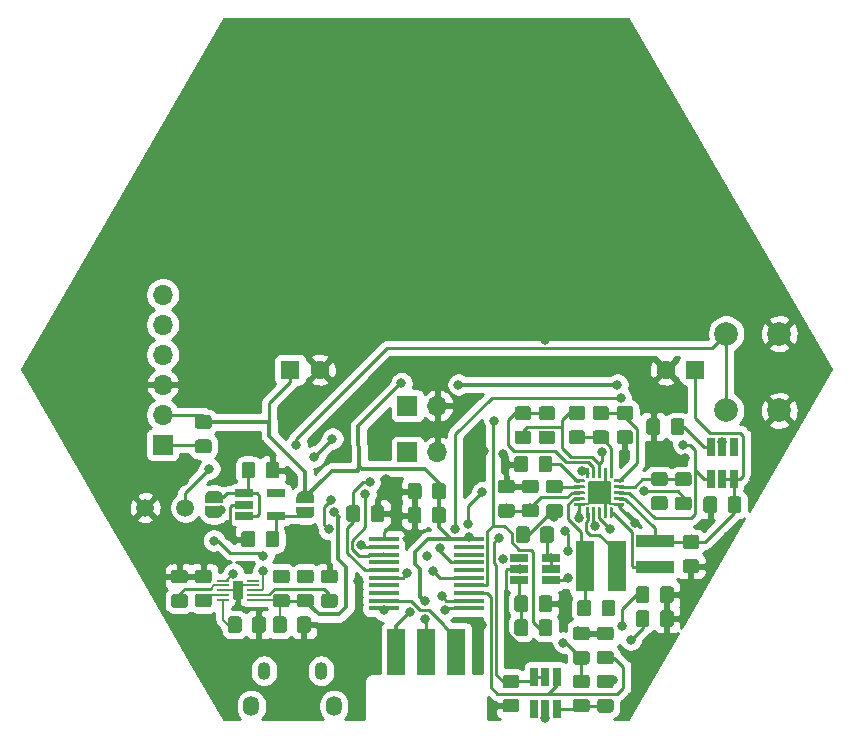
<source format=gbl>
G04 #@! TF.GenerationSoftware,KiCad,Pcbnew,(5.1.5)-3*
G04 #@! TF.CreationDate,2020-08-17T10:15:17+02:00*
G04 #@! TF.ProjectId,Power_module_v1,506f7765-725f-46d6-9f64-756c655f7631,rev?*
G04 #@! TF.SameCoordinates,Original*
G04 #@! TF.FileFunction,Copper,L2,Bot*
G04 #@! TF.FilePolarity,Positive*
%FSLAX46Y46*%
G04 Gerber Fmt 4.6, Leading zero omitted, Abs format (unit mm)*
G04 Created by KiCad (PCBNEW (5.1.5)-3) date 2020-08-17 10:15:17*
%MOMM*%
%LPD*%
G04 APERTURE LIST*
%ADD10R,1.000000X0.200000*%
%ADD11R,0.900000X1.500000*%
%ADD12C,0.100000*%
%ADD13R,1.700000X1.700000*%
%ADD14O,1.700000X1.700000*%
%ADD15O,1.350000X1.700000*%
%ADD16O,1.100000X1.500000*%
%ADD17R,1.600000X4.300000*%
%ADD18R,3.200000X1.000000*%
%ADD19R,1.560000X0.650000*%
%ADD20R,0.650000X1.560000*%
%ADD21R,2.500000X0.450000*%
%ADD22R,1.524000X4.000000*%
%ADD23R,1.600000X1.600000*%
%ADD24C,1.600000*%
%ADD25C,2.000000*%
%ADD26C,1.500000*%
%ADD27C,0.400000*%
%ADD28C,0.800000*%
%ADD29C,0.250000*%
%ADD30C,0.200000*%
%ADD31C,0.350000*%
%ADD32C,0.254000*%
G04 APERTURE END LIST*
D10*
X105303000Y-97447000D03*
X105303000Y-97047000D03*
X105303000Y-96647000D03*
X105303000Y-96247000D03*
X105303000Y-95847000D03*
X107803000Y-95847000D03*
X107803000Y-96247000D03*
X107803000Y-96647000D03*
X107803000Y-97047000D03*
X107803000Y-97447000D03*
D11*
X106553000Y-96647000D03*
G04 #@! TA.AperFunction,SMDPad,CuDef*
D12*
G36*
X108689505Y-98869204D02*
G01*
X108713773Y-98872804D01*
X108737572Y-98878765D01*
X108760671Y-98887030D01*
X108782850Y-98897520D01*
X108803893Y-98910132D01*
X108823599Y-98924747D01*
X108841777Y-98941223D01*
X108858253Y-98959401D01*
X108872868Y-98979107D01*
X108885480Y-99000150D01*
X108895970Y-99022329D01*
X108904235Y-99045428D01*
X108910196Y-99069227D01*
X108913796Y-99093495D01*
X108915000Y-99117999D01*
X108915000Y-100018001D01*
X108913796Y-100042505D01*
X108910196Y-100066773D01*
X108904235Y-100090572D01*
X108895970Y-100113671D01*
X108885480Y-100135850D01*
X108872868Y-100156893D01*
X108858253Y-100176599D01*
X108841777Y-100194777D01*
X108823599Y-100211253D01*
X108803893Y-100225868D01*
X108782850Y-100238480D01*
X108760671Y-100248970D01*
X108737572Y-100257235D01*
X108713773Y-100263196D01*
X108689505Y-100266796D01*
X108665001Y-100268000D01*
X108014999Y-100268000D01*
X107990495Y-100266796D01*
X107966227Y-100263196D01*
X107942428Y-100257235D01*
X107919329Y-100248970D01*
X107897150Y-100238480D01*
X107876107Y-100225868D01*
X107856401Y-100211253D01*
X107838223Y-100194777D01*
X107821747Y-100176599D01*
X107807132Y-100156893D01*
X107794520Y-100135850D01*
X107784030Y-100113671D01*
X107775765Y-100090572D01*
X107769804Y-100066773D01*
X107766204Y-100042505D01*
X107765000Y-100018001D01*
X107765000Y-99117999D01*
X107766204Y-99093495D01*
X107769804Y-99069227D01*
X107775765Y-99045428D01*
X107784030Y-99022329D01*
X107794520Y-99000150D01*
X107807132Y-98979107D01*
X107821747Y-98959401D01*
X107838223Y-98941223D01*
X107856401Y-98924747D01*
X107876107Y-98910132D01*
X107897150Y-98897520D01*
X107919329Y-98887030D01*
X107942428Y-98878765D01*
X107966227Y-98872804D01*
X107990495Y-98869204D01*
X108014999Y-98868000D01*
X108665001Y-98868000D01*
X108689505Y-98869204D01*
G37*
G04 #@! TD.AperFunction*
G04 #@! TA.AperFunction,SMDPad,CuDef*
G36*
X106639505Y-98869204D02*
G01*
X106663773Y-98872804D01*
X106687572Y-98878765D01*
X106710671Y-98887030D01*
X106732850Y-98897520D01*
X106753893Y-98910132D01*
X106773599Y-98924747D01*
X106791777Y-98941223D01*
X106808253Y-98959401D01*
X106822868Y-98979107D01*
X106835480Y-99000150D01*
X106845970Y-99022329D01*
X106854235Y-99045428D01*
X106860196Y-99069227D01*
X106863796Y-99093495D01*
X106865000Y-99117999D01*
X106865000Y-100018001D01*
X106863796Y-100042505D01*
X106860196Y-100066773D01*
X106854235Y-100090572D01*
X106845970Y-100113671D01*
X106835480Y-100135850D01*
X106822868Y-100156893D01*
X106808253Y-100176599D01*
X106791777Y-100194777D01*
X106773599Y-100211253D01*
X106753893Y-100225868D01*
X106732850Y-100238480D01*
X106710671Y-100248970D01*
X106687572Y-100257235D01*
X106663773Y-100263196D01*
X106639505Y-100266796D01*
X106615001Y-100268000D01*
X105964999Y-100268000D01*
X105940495Y-100266796D01*
X105916227Y-100263196D01*
X105892428Y-100257235D01*
X105869329Y-100248970D01*
X105847150Y-100238480D01*
X105826107Y-100225868D01*
X105806401Y-100211253D01*
X105788223Y-100194777D01*
X105771747Y-100176599D01*
X105757132Y-100156893D01*
X105744520Y-100135850D01*
X105734030Y-100113671D01*
X105725765Y-100090572D01*
X105719804Y-100066773D01*
X105716204Y-100042505D01*
X105715000Y-100018001D01*
X105715000Y-99117999D01*
X105716204Y-99093495D01*
X105719804Y-99069227D01*
X105725765Y-99045428D01*
X105734030Y-99022329D01*
X105744520Y-99000150D01*
X105757132Y-98979107D01*
X105771747Y-98959401D01*
X105788223Y-98941223D01*
X105806401Y-98924747D01*
X105826107Y-98910132D01*
X105847150Y-98897520D01*
X105869329Y-98887030D01*
X105892428Y-98878765D01*
X105916227Y-98872804D01*
X105940495Y-98869204D01*
X105964999Y-98868000D01*
X106615001Y-98868000D01*
X106639505Y-98869204D01*
G37*
G04 #@! TD.AperFunction*
G04 #@! TA.AperFunction,SMDPad,CuDef*
G36*
X107791505Y-85788204D02*
G01*
X107815773Y-85791804D01*
X107839572Y-85797765D01*
X107862671Y-85806030D01*
X107884850Y-85816520D01*
X107905893Y-85829132D01*
X107925599Y-85843747D01*
X107943777Y-85860223D01*
X107960253Y-85878401D01*
X107974868Y-85898107D01*
X107987480Y-85919150D01*
X107997970Y-85941329D01*
X108006235Y-85964428D01*
X108012196Y-85988227D01*
X108015796Y-86012495D01*
X108017000Y-86036999D01*
X108017000Y-86937001D01*
X108015796Y-86961505D01*
X108012196Y-86985773D01*
X108006235Y-87009572D01*
X107997970Y-87032671D01*
X107987480Y-87054850D01*
X107974868Y-87075893D01*
X107960253Y-87095599D01*
X107943777Y-87113777D01*
X107925599Y-87130253D01*
X107905893Y-87144868D01*
X107884850Y-87157480D01*
X107862671Y-87167970D01*
X107839572Y-87176235D01*
X107815773Y-87182196D01*
X107791505Y-87185796D01*
X107767001Y-87187000D01*
X107116999Y-87187000D01*
X107092495Y-87185796D01*
X107068227Y-87182196D01*
X107044428Y-87176235D01*
X107021329Y-87167970D01*
X106999150Y-87157480D01*
X106978107Y-87144868D01*
X106958401Y-87130253D01*
X106940223Y-87113777D01*
X106923747Y-87095599D01*
X106909132Y-87075893D01*
X106896520Y-87054850D01*
X106886030Y-87032671D01*
X106877765Y-87009572D01*
X106871804Y-86985773D01*
X106868204Y-86961505D01*
X106867000Y-86937001D01*
X106867000Y-86036999D01*
X106868204Y-86012495D01*
X106871804Y-85988227D01*
X106877765Y-85964428D01*
X106886030Y-85941329D01*
X106896520Y-85919150D01*
X106909132Y-85898107D01*
X106923747Y-85878401D01*
X106940223Y-85860223D01*
X106958401Y-85843747D01*
X106978107Y-85829132D01*
X106999150Y-85816520D01*
X107021329Y-85806030D01*
X107044428Y-85797765D01*
X107068227Y-85791804D01*
X107092495Y-85788204D01*
X107116999Y-85787000D01*
X107767001Y-85787000D01*
X107791505Y-85788204D01*
G37*
G04 #@! TD.AperFunction*
G04 #@! TA.AperFunction,SMDPad,CuDef*
G36*
X109841505Y-85788204D02*
G01*
X109865773Y-85791804D01*
X109889572Y-85797765D01*
X109912671Y-85806030D01*
X109934850Y-85816520D01*
X109955893Y-85829132D01*
X109975599Y-85843747D01*
X109993777Y-85860223D01*
X110010253Y-85878401D01*
X110024868Y-85898107D01*
X110037480Y-85919150D01*
X110047970Y-85941329D01*
X110056235Y-85964428D01*
X110062196Y-85988227D01*
X110065796Y-86012495D01*
X110067000Y-86036999D01*
X110067000Y-86937001D01*
X110065796Y-86961505D01*
X110062196Y-86985773D01*
X110056235Y-87009572D01*
X110047970Y-87032671D01*
X110037480Y-87054850D01*
X110024868Y-87075893D01*
X110010253Y-87095599D01*
X109993777Y-87113777D01*
X109975599Y-87130253D01*
X109955893Y-87144868D01*
X109934850Y-87157480D01*
X109912671Y-87167970D01*
X109889572Y-87176235D01*
X109865773Y-87182196D01*
X109841505Y-87185796D01*
X109817001Y-87187000D01*
X109166999Y-87187000D01*
X109142495Y-87185796D01*
X109118227Y-87182196D01*
X109094428Y-87176235D01*
X109071329Y-87167970D01*
X109049150Y-87157480D01*
X109028107Y-87144868D01*
X109008401Y-87130253D01*
X108990223Y-87113777D01*
X108973747Y-87095599D01*
X108959132Y-87075893D01*
X108946520Y-87054850D01*
X108936030Y-87032671D01*
X108927765Y-87009572D01*
X108921804Y-86985773D01*
X108918204Y-86961505D01*
X108917000Y-86937001D01*
X108917000Y-86036999D01*
X108918204Y-86012495D01*
X108921804Y-85988227D01*
X108927765Y-85964428D01*
X108936030Y-85941329D01*
X108946520Y-85919150D01*
X108959132Y-85898107D01*
X108973747Y-85878401D01*
X108990223Y-85860223D01*
X109008401Y-85843747D01*
X109028107Y-85829132D01*
X109049150Y-85816520D01*
X109071329Y-85806030D01*
X109094428Y-85797765D01*
X109118227Y-85791804D01*
X109142495Y-85788204D01*
X109166999Y-85787000D01*
X109817001Y-85787000D01*
X109841505Y-85788204D01*
G37*
G04 #@! TD.AperFunction*
G04 #@! TA.AperFunction,SMDPad,CuDef*
G36*
X109823505Y-91630204D02*
G01*
X109847773Y-91633804D01*
X109871572Y-91639765D01*
X109894671Y-91648030D01*
X109916850Y-91658520D01*
X109937893Y-91671132D01*
X109957599Y-91685747D01*
X109975777Y-91702223D01*
X109992253Y-91720401D01*
X110006868Y-91740107D01*
X110019480Y-91761150D01*
X110029970Y-91783329D01*
X110038235Y-91806428D01*
X110044196Y-91830227D01*
X110047796Y-91854495D01*
X110049000Y-91878999D01*
X110049000Y-92779001D01*
X110047796Y-92803505D01*
X110044196Y-92827773D01*
X110038235Y-92851572D01*
X110029970Y-92874671D01*
X110019480Y-92896850D01*
X110006868Y-92917893D01*
X109992253Y-92937599D01*
X109975777Y-92955777D01*
X109957599Y-92972253D01*
X109937893Y-92986868D01*
X109916850Y-92999480D01*
X109894671Y-93009970D01*
X109871572Y-93018235D01*
X109847773Y-93024196D01*
X109823505Y-93027796D01*
X109799001Y-93029000D01*
X109148999Y-93029000D01*
X109124495Y-93027796D01*
X109100227Y-93024196D01*
X109076428Y-93018235D01*
X109053329Y-93009970D01*
X109031150Y-92999480D01*
X109010107Y-92986868D01*
X108990401Y-92972253D01*
X108972223Y-92955777D01*
X108955747Y-92937599D01*
X108941132Y-92917893D01*
X108928520Y-92896850D01*
X108918030Y-92874671D01*
X108909765Y-92851572D01*
X108903804Y-92827773D01*
X108900204Y-92803505D01*
X108899000Y-92779001D01*
X108899000Y-91878999D01*
X108900204Y-91854495D01*
X108903804Y-91830227D01*
X108909765Y-91806428D01*
X108918030Y-91783329D01*
X108928520Y-91761150D01*
X108941132Y-91740107D01*
X108955747Y-91720401D01*
X108972223Y-91702223D01*
X108990401Y-91685747D01*
X109010107Y-91671132D01*
X109031150Y-91658520D01*
X109053329Y-91648030D01*
X109076428Y-91639765D01*
X109100227Y-91633804D01*
X109124495Y-91630204D01*
X109148999Y-91629000D01*
X109799001Y-91629000D01*
X109823505Y-91630204D01*
G37*
G04 #@! TD.AperFunction*
G04 #@! TA.AperFunction,SMDPad,CuDef*
G36*
X107773505Y-91630204D02*
G01*
X107797773Y-91633804D01*
X107821572Y-91639765D01*
X107844671Y-91648030D01*
X107866850Y-91658520D01*
X107887893Y-91671132D01*
X107907599Y-91685747D01*
X107925777Y-91702223D01*
X107942253Y-91720401D01*
X107956868Y-91740107D01*
X107969480Y-91761150D01*
X107979970Y-91783329D01*
X107988235Y-91806428D01*
X107994196Y-91830227D01*
X107997796Y-91854495D01*
X107999000Y-91878999D01*
X107999000Y-92779001D01*
X107997796Y-92803505D01*
X107994196Y-92827773D01*
X107988235Y-92851572D01*
X107979970Y-92874671D01*
X107969480Y-92896850D01*
X107956868Y-92917893D01*
X107942253Y-92937599D01*
X107925777Y-92955777D01*
X107907599Y-92972253D01*
X107887893Y-92986868D01*
X107866850Y-92999480D01*
X107844671Y-93009970D01*
X107821572Y-93018235D01*
X107797773Y-93024196D01*
X107773505Y-93027796D01*
X107749001Y-93029000D01*
X107098999Y-93029000D01*
X107074495Y-93027796D01*
X107050227Y-93024196D01*
X107026428Y-93018235D01*
X107003329Y-93009970D01*
X106981150Y-92999480D01*
X106960107Y-92986868D01*
X106940401Y-92972253D01*
X106922223Y-92955777D01*
X106905747Y-92937599D01*
X106891132Y-92917893D01*
X106878520Y-92896850D01*
X106868030Y-92874671D01*
X106859765Y-92851572D01*
X106853804Y-92827773D01*
X106850204Y-92803505D01*
X106849000Y-92779001D01*
X106849000Y-91878999D01*
X106850204Y-91854495D01*
X106853804Y-91830227D01*
X106859765Y-91806428D01*
X106868030Y-91783329D01*
X106878520Y-91761150D01*
X106891132Y-91740107D01*
X106905747Y-91720401D01*
X106922223Y-91702223D01*
X106940401Y-91685747D01*
X106960107Y-91671132D01*
X106981150Y-91658520D01*
X107003329Y-91648030D01*
X107026428Y-91639765D01*
X107050227Y-91633804D01*
X107074495Y-91630204D01*
X107098999Y-91629000D01*
X107749001Y-91629000D01*
X107773505Y-91630204D01*
G37*
G04 #@! TD.AperFunction*
G04 #@! TA.AperFunction,SMDPad,CuDef*
G36*
X110449505Y-98869204D02*
G01*
X110473773Y-98872804D01*
X110497572Y-98878765D01*
X110520671Y-98887030D01*
X110542850Y-98897520D01*
X110563893Y-98910132D01*
X110583599Y-98924747D01*
X110601777Y-98941223D01*
X110618253Y-98959401D01*
X110632868Y-98979107D01*
X110645480Y-99000150D01*
X110655970Y-99022329D01*
X110664235Y-99045428D01*
X110670196Y-99069227D01*
X110673796Y-99093495D01*
X110675000Y-99117999D01*
X110675000Y-100018001D01*
X110673796Y-100042505D01*
X110670196Y-100066773D01*
X110664235Y-100090572D01*
X110655970Y-100113671D01*
X110645480Y-100135850D01*
X110632868Y-100156893D01*
X110618253Y-100176599D01*
X110601777Y-100194777D01*
X110583599Y-100211253D01*
X110563893Y-100225868D01*
X110542850Y-100238480D01*
X110520671Y-100248970D01*
X110497572Y-100257235D01*
X110473773Y-100263196D01*
X110449505Y-100266796D01*
X110425001Y-100268000D01*
X109774999Y-100268000D01*
X109750495Y-100266796D01*
X109726227Y-100263196D01*
X109702428Y-100257235D01*
X109679329Y-100248970D01*
X109657150Y-100238480D01*
X109636107Y-100225868D01*
X109616401Y-100211253D01*
X109598223Y-100194777D01*
X109581747Y-100176599D01*
X109567132Y-100156893D01*
X109554520Y-100135850D01*
X109544030Y-100113671D01*
X109535765Y-100090572D01*
X109529804Y-100066773D01*
X109526204Y-100042505D01*
X109525000Y-100018001D01*
X109525000Y-99117999D01*
X109526204Y-99093495D01*
X109529804Y-99069227D01*
X109535765Y-99045428D01*
X109544030Y-99022329D01*
X109554520Y-99000150D01*
X109567132Y-98979107D01*
X109581747Y-98959401D01*
X109598223Y-98941223D01*
X109616401Y-98924747D01*
X109636107Y-98910132D01*
X109657150Y-98897520D01*
X109679329Y-98887030D01*
X109702428Y-98878765D01*
X109726227Y-98872804D01*
X109750495Y-98869204D01*
X109774999Y-98868000D01*
X110425001Y-98868000D01*
X110449505Y-98869204D01*
G37*
G04 #@! TD.AperFunction*
G04 #@! TA.AperFunction,SMDPad,CuDef*
G36*
X112499505Y-98869204D02*
G01*
X112523773Y-98872804D01*
X112547572Y-98878765D01*
X112570671Y-98887030D01*
X112592850Y-98897520D01*
X112613893Y-98910132D01*
X112633599Y-98924747D01*
X112651777Y-98941223D01*
X112668253Y-98959401D01*
X112682868Y-98979107D01*
X112695480Y-99000150D01*
X112705970Y-99022329D01*
X112714235Y-99045428D01*
X112720196Y-99069227D01*
X112723796Y-99093495D01*
X112725000Y-99117999D01*
X112725000Y-100018001D01*
X112723796Y-100042505D01*
X112720196Y-100066773D01*
X112714235Y-100090572D01*
X112705970Y-100113671D01*
X112695480Y-100135850D01*
X112682868Y-100156893D01*
X112668253Y-100176599D01*
X112651777Y-100194777D01*
X112633599Y-100211253D01*
X112613893Y-100225868D01*
X112592850Y-100238480D01*
X112570671Y-100248970D01*
X112547572Y-100257235D01*
X112523773Y-100263196D01*
X112499505Y-100266796D01*
X112475001Y-100268000D01*
X111824999Y-100268000D01*
X111800495Y-100266796D01*
X111776227Y-100263196D01*
X111752428Y-100257235D01*
X111729329Y-100248970D01*
X111707150Y-100238480D01*
X111686107Y-100225868D01*
X111666401Y-100211253D01*
X111648223Y-100194777D01*
X111631747Y-100176599D01*
X111617132Y-100156893D01*
X111604520Y-100135850D01*
X111594030Y-100113671D01*
X111585765Y-100090572D01*
X111579804Y-100066773D01*
X111576204Y-100042505D01*
X111575000Y-100018001D01*
X111575000Y-99117999D01*
X111576204Y-99093495D01*
X111579804Y-99069227D01*
X111585765Y-99045428D01*
X111594030Y-99022329D01*
X111604520Y-99000150D01*
X111617132Y-98979107D01*
X111631747Y-98959401D01*
X111648223Y-98941223D01*
X111666401Y-98924747D01*
X111686107Y-98910132D01*
X111707150Y-98897520D01*
X111729329Y-98887030D01*
X111752428Y-98878765D01*
X111776227Y-98872804D01*
X111800495Y-98869204D01*
X111824999Y-98868000D01*
X112475001Y-98868000D01*
X112499505Y-98869204D01*
G37*
G04 #@! TD.AperFunction*
G04 #@! TA.AperFunction,SMDPad,CuDef*
G36*
X131023505Y-91249204D02*
G01*
X131047773Y-91252804D01*
X131071572Y-91258765D01*
X131094671Y-91267030D01*
X131116850Y-91277520D01*
X131137893Y-91290132D01*
X131157599Y-91304747D01*
X131175777Y-91321223D01*
X131192253Y-91339401D01*
X131206868Y-91359107D01*
X131219480Y-91380150D01*
X131229970Y-91402329D01*
X131238235Y-91425428D01*
X131244196Y-91449227D01*
X131247796Y-91473495D01*
X131249000Y-91497999D01*
X131249000Y-92398001D01*
X131247796Y-92422505D01*
X131244196Y-92446773D01*
X131238235Y-92470572D01*
X131229970Y-92493671D01*
X131219480Y-92515850D01*
X131206868Y-92536893D01*
X131192253Y-92556599D01*
X131175777Y-92574777D01*
X131157599Y-92591253D01*
X131137893Y-92605868D01*
X131116850Y-92618480D01*
X131094671Y-92628970D01*
X131071572Y-92637235D01*
X131047773Y-92643196D01*
X131023505Y-92646796D01*
X130999001Y-92648000D01*
X130348999Y-92648000D01*
X130324495Y-92646796D01*
X130300227Y-92643196D01*
X130276428Y-92637235D01*
X130253329Y-92628970D01*
X130231150Y-92618480D01*
X130210107Y-92605868D01*
X130190401Y-92591253D01*
X130172223Y-92574777D01*
X130155747Y-92556599D01*
X130141132Y-92536893D01*
X130128520Y-92515850D01*
X130118030Y-92493671D01*
X130109765Y-92470572D01*
X130103804Y-92446773D01*
X130100204Y-92422505D01*
X130099000Y-92398001D01*
X130099000Y-91497999D01*
X130100204Y-91473495D01*
X130103804Y-91449227D01*
X130109765Y-91425428D01*
X130118030Y-91402329D01*
X130128520Y-91380150D01*
X130141132Y-91359107D01*
X130155747Y-91339401D01*
X130172223Y-91321223D01*
X130190401Y-91304747D01*
X130210107Y-91290132D01*
X130231150Y-91277520D01*
X130253329Y-91267030D01*
X130276428Y-91258765D01*
X130300227Y-91252804D01*
X130324495Y-91249204D01*
X130348999Y-91248000D01*
X130999001Y-91248000D01*
X131023505Y-91249204D01*
G37*
G04 #@! TD.AperFunction*
G04 #@! TA.AperFunction,SMDPad,CuDef*
G36*
X133073505Y-91249204D02*
G01*
X133097773Y-91252804D01*
X133121572Y-91258765D01*
X133144671Y-91267030D01*
X133166850Y-91277520D01*
X133187893Y-91290132D01*
X133207599Y-91304747D01*
X133225777Y-91321223D01*
X133242253Y-91339401D01*
X133256868Y-91359107D01*
X133269480Y-91380150D01*
X133279970Y-91402329D01*
X133288235Y-91425428D01*
X133294196Y-91449227D01*
X133297796Y-91473495D01*
X133299000Y-91497999D01*
X133299000Y-92398001D01*
X133297796Y-92422505D01*
X133294196Y-92446773D01*
X133288235Y-92470572D01*
X133279970Y-92493671D01*
X133269480Y-92515850D01*
X133256868Y-92536893D01*
X133242253Y-92556599D01*
X133225777Y-92574777D01*
X133207599Y-92591253D01*
X133187893Y-92605868D01*
X133166850Y-92618480D01*
X133144671Y-92628970D01*
X133121572Y-92637235D01*
X133097773Y-92643196D01*
X133073505Y-92646796D01*
X133049001Y-92648000D01*
X132398999Y-92648000D01*
X132374495Y-92646796D01*
X132350227Y-92643196D01*
X132326428Y-92637235D01*
X132303329Y-92628970D01*
X132281150Y-92618480D01*
X132260107Y-92605868D01*
X132240401Y-92591253D01*
X132222223Y-92574777D01*
X132205747Y-92556599D01*
X132191132Y-92536893D01*
X132178520Y-92515850D01*
X132168030Y-92493671D01*
X132159765Y-92470572D01*
X132153804Y-92446773D01*
X132150204Y-92422505D01*
X132149000Y-92398001D01*
X132149000Y-91497999D01*
X132150204Y-91473495D01*
X132153804Y-91449227D01*
X132159765Y-91425428D01*
X132168030Y-91402329D01*
X132178520Y-91380150D01*
X132191132Y-91359107D01*
X132205747Y-91339401D01*
X132222223Y-91321223D01*
X132240401Y-91304747D01*
X132260107Y-91290132D01*
X132281150Y-91277520D01*
X132303329Y-91267030D01*
X132326428Y-91258765D01*
X132350227Y-91252804D01*
X132374495Y-91249204D01*
X132398999Y-91248000D01*
X133049001Y-91248000D01*
X133073505Y-91249204D01*
G37*
G04 #@! TD.AperFunction*
G04 #@! TA.AperFunction,SMDPad,CuDef*
G36*
X130141505Y-103802204D02*
G01*
X130165773Y-103805804D01*
X130189572Y-103811765D01*
X130212671Y-103820030D01*
X130234850Y-103830520D01*
X130255893Y-103843132D01*
X130275599Y-103857747D01*
X130293777Y-103874223D01*
X130310253Y-103892401D01*
X130324868Y-103912107D01*
X130337480Y-103933150D01*
X130347970Y-103955329D01*
X130356235Y-103978428D01*
X130362196Y-104002227D01*
X130365796Y-104026495D01*
X130367000Y-104050999D01*
X130367000Y-104701001D01*
X130365796Y-104725505D01*
X130362196Y-104749773D01*
X130356235Y-104773572D01*
X130347970Y-104796671D01*
X130337480Y-104818850D01*
X130324868Y-104839893D01*
X130310253Y-104859599D01*
X130293777Y-104877777D01*
X130275599Y-104894253D01*
X130255893Y-104908868D01*
X130234850Y-104921480D01*
X130212671Y-104931970D01*
X130189572Y-104940235D01*
X130165773Y-104946196D01*
X130141505Y-104949796D01*
X130117001Y-104951000D01*
X129216999Y-104951000D01*
X129192495Y-104949796D01*
X129168227Y-104946196D01*
X129144428Y-104940235D01*
X129121329Y-104931970D01*
X129099150Y-104921480D01*
X129078107Y-104908868D01*
X129058401Y-104894253D01*
X129040223Y-104877777D01*
X129023747Y-104859599D01*
X129009132Y-104839893D01*
X128996520Y-104818850D01*
X128986030Y-104796671D01*
X128977765Y-104773572D01*
X128971804Y-104749773D01*
X128968204Y-104725505D01*
X128967000Y-104701001D01*
X128967000Y-104050999D01*
X128968204Y-104026495D01*
X128971804Y-104002227D01*
X128977765Y-103978428D01*
X128986030Y-103955329D01*
X128996520Y-103933150D01*
X129009132Y-103912107D01*
X129023747Y-103892401D01*
X129040223Y-103874223D01*
X129058401Y-103857747D01*
X129078107Y-103843132D01*
X129099150Y-103830520D01*
X129121329Y-103820030D01*
X129144428Y-103811765D01*
X129168227Y-103805804D01*
X129192495Y-103802204D01*
X129216999Y-103801000D01*
X130117001Y-103801000D01*
X130141505Y-103802204D01*
G37*
G04 #@! TD.AperFunction*
G04 #@! TA.AperFunction,SMDPad,CuDef*
G36*
X130141505Y-105852204D02*
G01*
X130165773Y-105855804D01*
X130189572Y-105861765D01*
X130212671Y-105870030D01*
X130234850Y-105880520D01*
X130255893Y-105893132D01*
X130275599Y-105907747D01*
X130293777Y-105924223D01*
X130310253Y-105942401D01*
X130324868Y-105962107D01*
X130337480Y-105983150D01*
X130347970Y-106005329D01*
X130356235Y-106028428D01*
X130362196Y-106052227D01*
X130365796Y-106076495D01*
X130367000Y-106100999D01*
X130367000Y-106751001D01*
X130365796Y-106775505D01*
X130362196Y-106799773D01*
X130356235Y-106823572D01*
X130347970Y-106846671D01*
X130337480Y-106868850D01*
X130324868Y-106889893D01*
X130310253Y-106909599D01*
X130293777Y-106927777D01*
X130275599Y-106944253D01*
X130255893Y-106958868D01*
X130234850Y-106971480D01*
X130212671Y-106981970D01*
X130189572Y-106990235D01*
X130165773Y-106996196D01*
X130141505Y-106999796D01*
X130117001Y-107001000D01*
X129216999Y-107001000D01*
X129192495Y-106999796D01*
X129168227Y-106996196D01*
X129144428Y-106990235D01*
X129121329Y-106981970D01*
X129099150Y-106971480D01*
X129078107Y-106958868D01*
X129058401Y-106944253D01*
X129040223Y-106927777D01*
X129023747Y-106909599D01*
X129009132Y-106889893D01*
X128996520Y-106868850D01*
X128986030Y-106846671D01*
X128977765Y-106823572D01*
X128971804Y-106799773D01*
X128968204Y-106775505D01*
X128967000Y-106751001D01*
X128967000Y-106100999D01*
X128968204Y-106076495D01*
X128971804Y-106052227D01*
X128977765Y-106028428D01*
X128986030Y-106005329D01*
X128996520Y-105983150D01*
X129009132Y-105962107D01*
X129023747Y-105942401D01*
X129040223Y-105924223D01*
X129058401Y-105907747D01*
X129078107Y-105893132D01*
X129099150Y-105880520D01*
X129121329Y-105870030D01*
X129144428Y-105861765D01*
X129168227Y-105855804D01*
X129192495Y-105852204D01*
X129216999Y-105851000D01*
X130117001Y-105851000D01*
X130141505Y-105852204D01*
G37*
G04 #@! TD.AperFunction*
G04 #@! TA.AperFunction,SMDPad,CuDef*
G36*
X123929505Y-87566204D02*
G01*
X123953773Y-87569804D01*
X123977572Y-87575765D01*
X124000671Y-87584030D01*
X124022850Y-87594520D01*
X124043893Y-87607132D01*
X124063599Y-87621747D01*
X124081777Y-87638223D01*
X124098253Y-87656401D01*
X124112868Y-87676107D01*
X124125480Y-87697150D01*
X124135970Y-87719329D01*
X124144235Y-87742428D01*
X124150196Y-87766227D01*
X124153796Y-87790495D01*
X124155000Y-87814999D01*
X124155000Y-88715001D01*
X124153796Y-88739505D01*
X124150196Y-88763773D01*
X124144235Y-88787572D01*
X124135970Y-88810671D01*
X124125480Y-88832850D01*
X124112868Y-88853893D01*
X124098253Y-88873599D01*
X124081777Y-88891777D01*
X124063599Y-88908253D01*
X124043893Y-88922868D01*
X124022850Y-88935480D01*
X124000671Y-88945970D01*
X123977572Y-88954235D01*
X123953773Y-88960196D01*
X123929505Y-88963796D01*
X123905001Y-88965000D01*
X123254999Y-88965000D01*
X123230495Y-88963796D01*
X123206227Y-88960196D01*
X123182428Y-88954235D01*
X123159329Y-88945970D01*
X123137150Y-88935480D01*
X123116107Y-88922868D01*
X123096401Y-88908253D01*
X123078223Y-88891777D01*
X123061747Y-88873599D01*
X123047132Y-88853893D01*
X123034520Y-88832850D01*
X123024030Y-88810671D01*
X123015765Y-88787572D01*
X123009804Y-88763773D01*
X123006204Y-88739505D01*
X123005000Y-88715001D01*
X123005000Y-87814999D01*
X123006204Y-87790495D01*
X123009804Y-87766227D01*
X123015765Y-87742428D01*
X123024030Y-87719329D01*
X123034520Y-87697150D01*
X123047132Y-87676107D01*
X123061747Y-87656401D01*
X123078223Y-87638223D01*
X123096401Y-87621747D01*
X123116107Y-87607132D01*
X123137150Y-87594520D01*
X123159329Y-87584030D01*
X123182428Y-87575765D01*
X123206227Y-87569804D01*
X123230495Y-87566204D01*
X123254999Y-87565000D01*
X123905001Y-87565000D01*
X123929505Y-87566204D01*
G37*
G04 #@! TD.AperFunction*
G04 #@! TA.AperFunction,SMDPad,CuDef*
G36*
X121879505Y-87566204D02*
G01*
X121903773Y-87569804D01*
X121927572Y-87575765D01*
X121950671Y-87584030D01*
X121972850Y-87594520D01*
X121993893Y-87607132D01*
X122013599Y-87621747D01*
X122031777Y-87638223D01*
X122048253Y-87656401D01*
X122062868Y-87676107D01*
X122075480Y-87697150D01*
X122085970Y-87719329D01*
X122094235Y-87742428D01*
X122100196Y-87766227D01*
X122103796Y-87790495D01*
X122105000Y-87814999D01*
X122105000Y-88715001D01*
X122103796Y-88739505D01*
X122100196Y-88763773D01*
X122094235Y-88787572D01*
X122085970Y-88810671D01*
X122075480Y-88832850D01*
X122062868Y-88853893D01*
X122048253Y-88873599D01*
X122031777Y-88891777D01*
X122013599Y-88908253D01*
X121993893Y-88922868D01*
X121972850Y-88935480D01*
X121950671Y-88945970D01*
X121927572Y-88954235D01*
X121903773Y-88960196D01*
X121879505Y-88963796D01*
X121855001Y-88965000D01*
X121204999Y-88965000D01*
X121180495Y-88963796D01*
X121156227Y-88960196D01*
X121132428Y-88954235D01*
X121109329Y-88945970D01*
X121087150Y-88935480D01*
X121066107Y-88922868D01*
X121046401Y-88908253D01*
X121028223Y-88891777D01*
X121011747Y-88873599D01*
X120997132Y-88853893D01*
X120984520Y-88832850D01*
X120974030Y-88810671D01*
X120965765Y-88787572D01*
X120959804Y-88763773D01*
X120956204Y-88739505D01*
X120955000Y-88715001D01*
X120955000Y-87814999D01*
X120956204Y-87790495D01*
X120959804Y-87766227D01*
X120965765Y-87742428D01*
X120974030Y-87719329D01*
X120984520Y-87697150D01*
X120997132Y-87676107D01*
X121011747Y-87656401D01*
X121028223Y-87638223D01*
X121046401Y-87621747D01*
X121066107Y-87607132D01*
X121087150Y-87594520D01*
X121109329Y-87584030D01*
X121132428Y-87575765D01*
X121156227Y-87569804D01*
X121180495Y-87566204D01*
X121204999Y-87565000D01*
X121855001Y-87565000D01*
X121879505Y-87566204D01*
G37*
G04 #@! TD.AperFunction*
G04 #@! TA.AperFunction,SMDPad,CuDef*
G36*
X123920505Y-89598204D02*
G01*
X123944773Y-89601804D01*
X123968572Y-89607765D01*
X123991671Y-89616030D01*
X124013850Y-89626520D01*
X124034893Y-89639132D01*
X124054599Y-89653747D01*
X124072777Y-89670223D01*
X124089253Y-89688401D01*
X124103868Y-89708107D01*
X124116480Y-89729150D01*
X124126970Y-89751329D01*
X124135235Y-89774428D01*
X124141196Y-89798227D01*
X124144796Y-89822495D01*
X124146000Y-89846999D01*
X124146000Y-90747001D01*
X124144796Y-90771505D01*
X124141196Y-90795773D01*
X124135235Y-90819572D01*
X124126970Y-90842671D01*
X124116480Y-90864850D01*
X124103868Y-90885893D01*
X124089253Y-90905599D01*
X124072777Y-90923777D01*
X124054599Y-90940253D01*
X124034893Y-90954868D01*
X124013850Y-90967480D01*
X123991671Y-90977970D01*
X123968572Y-90986235D01*
X123944773Y-90992196D01*
X123920505Y-90995796D01*
X123896001Y-90997000D01*
X123245999Y-90997000D01*
X123221495Y-90995796D01*
X123197227Y-90992196D01*
X123173428Y-90986235D01*
X123150329Y-90977970D01*
X123128150Y-90967480D01*
X123107107Y-90954868D01*
X123087401Y-90940253D01*
X123069223Y-90923777D01*
X123052747Y-90905599D01*
X123038132Y-90885893D01*
X123025520Y-90864850D01*
X123015030Y-90842671D01*
X123006765Y-90819572D01*
X123000804Y-90795773D01*
X122997204Y-90771505D01*
X122996000Y-90747001D01*
X122996000Y-89846999D01*
X122997204Y-89822495D01*
X123000804Y-89798227D01*
X123006765Y-89774428D01*
X123015030Y-89751329D01*
X123025520Y-89729150D01*
X123038132Y-89708107D01*
X123052747Y-89688401D01*
X123069223Y-89670223D01*
X123087401Y-89653747D01*
X123107107Y-89639132D01*
X123128150Y-89626520D01*
X123150329Y-89616030D01*
X123173428Y-89607765D01*
X123197227Y-89601804D01*
X123221495Y-89598204D01*
X123245999Y-89597000D01*
X123896001Y-89597000D01*
X123920505Y-89598204D01*
G37*
G04 #@! TD.AperFunction*
G04 #@! TA.AperFunction,SMDPad,CuDef*
G36*
X121870505Y-89598204D02*
G01*
X121894773Y-89601804D01*
X121918572Y-89607765D01*
X121941671Y-89616030D01*
X121963850Y-89626520D01*
X121984893Y-89639132D01*
X122004599Y-89653747D01*
X122022777Y-89670223D01*
X122039253Y-89688401D01*
X122053868Y-89708107D01*
X122066480Y-89729150D01*
X122076970Y-89751329D01*
X122085235Y-89774428D01*
X122091196Y-89798227D01*
X122094796Y-89822495D01*
X122096000Y-89846999D01*
X122096000Y-90747001D01*
X122094796Y-90771505D01*
X122091196Y-90795773D01*
X122085235Y-90819572D01*
X122076970Y-90842671D01*
X122066480Y-90864850D01*
X122053868Y-90885893D01*
X122039253Y-90905599D01*
X122022777Y-90923777D01*
X122004599Y-90940253D01*
X121984893Y-90954868D01*
X121963850Y-90967480D01*
X121941671Y-90977970D01*
X121918572Y-90986235D01*
X121894773Y-90992196D01*
X121870505Y-90995796D01*
X121846001Y-90997000D01*
X121195999Y-90997000D01*
X121171495Y-90995796D01*
X121147227Y-90992196D01*
X121123428Y-90986235D01*
X121100329Y-90977970D01*
X121078150Y-90967480D01*
X121057107Y-90954868D01*
X121037401Y-90940253D01*
X121019223Y-90923777D01*
X121002747Y-90905599D01*
X120988132Y-90885893D01*
X120975520Y-90864850D01*
X120965030Y-90842671D01*
X120956765Y-90819572D01*
X120950804Y-90795773D01*
X120947204Y-90771505D01*
X120946000Y-90747001D01*
X120946000Y-89846999D01*
X120947204Y-89822495D01*
X120950804Y-89798227D01*
X120956765Y-89774428D01*
X120965030Y-89751329D01*
X120975520Y-89729150D01*
X120988132Y-89708107D01*
X121002747Y-89688401D01*
X121019223Y-89670223D01*
X121037401Y-89653747D01*
X121057107Y-89639132D01*
X121078150Y-89626520D01*
X121100329Y-89616030D01*
X121123428Y-89607765D01*
X121147227Y-89601804D01*
X121171495Y-89598204D01*
X121195999Y-89597000D01*
X121846001Y-89597000D01*
X121870505Y-89598204D01*
G37*
G04 #@! TD.AperFunction*
G04 #@! TA.AperFunction,SMDPad,CuDef*
G36*
X129760505Y-87301204D02*
G01*
X129784773Y-87304804D01*
X129808572Y-87310765D01*
X129831671Y-87319030D01*
X129853850Y-87329520D01*
X129874893Y-87342132D01*
X129894599Y-87356747D01*
X129912777Y-87373223D01*
X129929253Y-87391401D01*
X129943868Y-87411107D01*
X129956480Y-87432150D01*
X129966970Y-87454329D01*
X129975235Y-87477428D01*
X129981196Y-87501227D01*
X129984796Y-87525495D01*
X129986000Y-87549999D01*
X129986000Y-88200001D01*
X129984796Y-88224505D01*
X129981196Y-88248773D01*
X129975235Y-88272572D01*
X129966970Y-88295671D01*
X129956480Y-88317850D01*
X129943868Y-88338893D01*
X129929253Y-88358599D01*
X129912777Y-88376777D01*
X129894599Y-88393253D01*
X129874893Y-88407868D01*
X129853850Y-88420480D01*
X129831671Y-88430970D01*
X129808572Y-88439235D01*
X129784773Y-88445196D01*
X129760505Y-88448796D01*
X129736001Y-88450000D01*
X128835999Y-88450000D01*
X128811495Y-88448796D01*
X128787227Y-88445196D01*
X128763428Y-88439235D01*
X128740329Y-88430970D01*
X128718150Y-88420480D01*
X128697107Y-88407868D01*
X128677401Y-88393253D01*
X128659223Y-88376777D01*
X128642747Y-88358599D01*
X128628132Y-88338893D01*
X128615520Y-88317850D01*
X128605030Y-88295671D01*
X128596765Y-88272572D01*
X128590804Y-88248773D01*
X128587204Y-88224505D01*
X128586000Y-88200001D01*
X128586000Y-87549999D01*
X128587204Y-87525495D01*
X128590804Y-87501227D01*
X128596765Y-87477428D01*
X128605030Y-87454329D01*
X128615520Y-87432150D01*
X128628132Y-87411107D01*
X128642747Y-87391401D01*
X128659223Y-87373223D01*
X128677401Y-87356747D01*
X128697107Y-87342132D01*
X128718150Y-87329520D01*
X128740329Y-87319030D01*
X128763428Y-87310765D01*
X128787227Y-87304804D01*
X128811495Y-87301204D01*
X128835999Y-87300000D01*
X129736001Y-87300000D01*
X129760505Y-87301204D01*
G37*
G04 #@! TD.AperFunction*
G04 #@! TA.AperFunction,SMDPad,CuDef*
G36*
X129760505Y-89351204D02*
G01*
X129784773Y-89354804D01*
X129808572Y-89360765D01*
X129831671Y-89369030D01*
X129853850Y-89379520D01*
X129874893Y-89392132D01*
X129894599Y-89406747D01*
X129912777Y-89423223D01*
X129929253Y-89441401D01*
X129943868Y-89461107D01*
X129956480Y-89482150D01*
X129966970Y-89504329D01*
X129975235Y-89527428D01*
X129981196Y-89551227D01*
X129984796Y-89575495D01*
X129986000Y-89599999D01*
X129986000Y-90250001D01*
X129984796Y-90274505D01*
X129981196Y-90298773D01*
X129975235Y-90322572D01*
X129966970Y-90345671D01*
X129956480Y-90367850D01*
X129943868Y-90388893D01*
X129929253Y-90408599D01*
X129912777Y-90426777D01*
X129894599Y-90443253D01*
X129874893Y-90457868D01*
X129853850Y-90470480D01*
X129831671Y-90480970D01*
X129808572Y-90489235D01*
X129784773Y-90495196D01*
X129760505Y-90498796D01*
X129736001Y-90500000D01*
X128835999Y-90500000D01*
X128811495Y-90498796D01*
X128787227Y-90495196D01*
X128763428Y-90489235D01*
X128740329Y-90480970D01*
X128718150Y-90470480D01*
X128697107Y-90457868D01*
X128677401Y-90443253D01*
X128659223Y-90426777D01*
X128642747Y-90408599D01*
X128628132Y-90388893D01*
X128615520Y-90367850D01*
X128605030Y-90345671D01*
X128596765Y-90322572D01*
X128590804Y-90298773D01*
X128587204Y-90274505D01*
X128586000Y-90250001D01*
X128586000Y-89599999D01*
X128587204Y-89575495D01*
X128590804Y-89551227D01*
X128596765Y-89527428D01*
X128605030Y-89504329D01*
X128615520Y-89482150D01*
X128628132Y-89461107D01*
X128642747Y-89441401D01*
X128659223Y-89423223D01*
X128677401Y-89406747D01*
X128697107Y-89392132D01*
X128718150Y-89379520D01*
X128740329Y-89369030D01*
X128763428Y-89360765D01*
X128787227Y-89354804D01*
X128811495Y-89351204D01*
X128835999Y-89350000D01*
X129736001Y-89350000D01*
X129760505Y-89351204D01*
G37*
G04 #@! TD.AperFunction*
G04 #@! TA.AperFunction,SMDPad,CuDef*
G36*
X136221505Y-97472204D02*
G01*
X136245773Y-97475804D01*
X136269572Y-97481765D01*
X136292671Y-97490030D01*
X136314850Y-97500520D01*
X136335893Y-97513132D01*
X136355599Y-97527747D01*
X136373777Y-97544223D01*
X136390253Y-97562401D01*
X136404868Y-97582107D01*
X136417480Y-97603150D01*
X136427970Y-97625329D01*
X136436235Y-97648428D01*
X136442196Y-97672227D01*
X136445796Y-97696495D01*
X136447000Y-97720999D01*
X136447000Y-98621001D01*
X136445796Y-98645505D01*
X136442196Y-98669773D01*
X136436235Y-98693572D01*
X136427970Y-98716671D01*
X136417480Y-98738850D01*
X136404868Y-98759893D01*
X136390253Y-98779599D01*
X136373777Y-98797777D01*
X136355599Y-98814253D01*
X136335893Y-98828868D01*
X136314850Y-98841480D01*
X136292671Y-98851970D01*
X136269572Y-98860235D01*
X136245773Y-98866196D01*
X136221505Y-98869796D01*
X136197001Y-98871000D01*
X135546999Y-98871000D01*
X135522495Y-98869796D01*
X135498227Y-98866196D01*
X135474428Y-98860235D01*
X135451329Y-98851970D01*
X135429150Y-98841480D01*
X135408107Y-98828868D01*
X135388401Y-98814253D01*
X135370223Y-98797777D01*
X135353747Y-98779599D01*
X135339132Y-98759893D01*
X135326520Y-98738850D01*
X135316030Y-98716671D01*
X135307765Y-98693572D01*
X135301804Y-98669773D01*
X135298204Y-98645505D01*
X135297000Y-98621001D01*
X135297000Y-97720999D01*
X135298204Y-97696495D01*
X135301804Y-97672227D01*
X135307765Y-97648428D01*
X135316030Y-97625329D01*
X135326520Y-97603150D01*
X135339132Y-97582107D01*
X135353747Y-97562401D01*
X135370223Y-97544223D01*
X135388401Y-97527747D01*
X135408107Y-97513132D01*
X135429150Y-97500520D01*
X135451329Y-97490030D01*
X135474428Y-97481765D01*
X135498227Y-97475804D01*
X135522495Y-97472204D01*
X135546999Y-97471000D01*
X136197001Y-97471000D01*
X136221505Y-97472204D01*
G37*
G04 #@! TD.AperFunction*
G04 #@! TA.AperFunction,SMDPad,CuDef*
G36*
X138271505Y-97472204D02*
G01*
X138295773Y-97475804D01*
X138319572Y-97481765D01*
X138342671Y-97490030D01*
X138364850Y-97500520D01*
X138385893Y-97513132D01*
X138405599Y-97527747D01*
X138423777Y-97544223D01*
X138440253Y-97562401D01*
X138454868Y-97582107D01*
X138467480Y-97603150D01*
X138477970Y-97625329D01*
X138486235Y-97648428D01*
X138492196Y-97672227D01*
X138495796Y-97696495D01*
X138497000Y-97720999D01*
X138497000Y-98621001D01*
X138495796Y-98645505D01*
X138492196Y-98669773D01*
X138486235Y-98693572D01*
X138477970Y-98716671D01*
X138467480Y-98738850D01*
X138454868Y-98759893D01*
X138440253Y-98779599D01*
X138423777Y-98797777D01*
X138405599Y-98814253D01*
X138385893Y-98828868D01*
X138364850Y-98841480D01*
X138342671Y-98851970D01*
X138319572Y-98860235D01*
X138295773Y-98866196D01*
X138271505Y-98869796D01*
X138247001Y-98871000D01*
X137596999Y-98871000D01*
X137572495Y-98869796D01*
X137548227Y-98866196D01*
X137524428Y-98860235D01*
X137501329Y-98851970D01*
X137479150Y-98841480D01*
X137458107Y-98828868D01*
X137438401Y-98814253D01*
X137420223Y-98797777D01*
X137403747Y-98779599D01*
X137389132Y-98759893D01*
X137376520Y-98738850D01*
X137366030Y-98716671D01*
X137357765Y-98693572D01*
X137351804Y-98669773D01*
X137348204Y-98645505D01*
X137347000Y-98621001D01*
X137347000Y-97720999D01*
X137348204Y-97696495D01*
X137351804Y-97672227D01*
X137357765Y-97648428D01*
X137366030Y-97625329D01*
X137376520Y-97603150D01*
X137389132Y-97582107D01*
X137403747Y-97562401D01*
X137420223Y-97544223D01*
X137438401Y-97527747D01*
X137458107Y-97513132D01*
X137479150Y-97500520D01*
X137501329Y-97490030D01*
X137524428Y-97481765D01*
X137548227Y-97475804D01*
X137572495Y-97472204D01*
X137596999Y-97471000D01*
X138247001Y-97471000D01*
X138271505Y-97472204D01*
G37*
G04 #@! TD.AperFunction*
G04 #@! TA.AperFunction,SMDPad,CuDef*
G36*
X145381505Y-91991204D02*
G01*
X145405773Y-91994804D01*
X145429572Y-92000765D01*
X145452671Y-92009030D01*
X145474850Y-92019520D01*
X145495893Y-92032132D01*
X145515599Y-92046747D01*
X145533777Y-92063223D01*
X145550253Y-92081401D01*
X145564868Y-92101107D01*
X145577480Y-92122150D01*
X145587970Y-92144329D01*
X145596235Y-92167428D01*
X145602196Y-92191227D01*
X145605796Y-92215495D01*
X145607000Y-92239999D01*
X145607000Y-92890001D01*
X145605796Y-92914505D01*
X145602196Y-92938773D01*
X145596235Y-92962572D01*
X145587970Y-92985671D01*
X145577480Y-93007850D01*
X145564868Y-93028893D01*
X145550253Y-93048599D01*
X145533777Y-93066777D01*
X145515599Y-93083253D01*
X145495893Y-93097868D01*
X145474850Y-93110480D01*
X145452671Y-93120970D01*
X145429572Y-93129235D01*
X145405773Y-93135196D01*
X145381505Y-93138796D01*
X145357001Y-93140000D01*
X144456999Y-93140000D01*
X144432495Y-93138796D01*
X144408227Y-93135196D01*
X144384428Y-93129235D01*
X144361329Y-93120970D01*
X144339150Y-93110480D01*
X144318107Y-93097868D01*
X144298401Y-93083253D01*
X144280223Y-93066777D01*
X144263747Y-93048599D01*
X144249132Y-93028893D01*
X144236520Y-93007850D01*
X144226030Y-92985671D01*
X144217765Y-92962572D01*
X144211804Y-92938773D01*
X144208204Y-92914505D01*
X144207000Y-92890001D01*
X144207000Y-92239999D01*
X144208204Y-92215495D01*
X144211804Y-92191227D01*
X144217765Y-92167428D01*
X144226030Y-92144329D01*
X144236520Y-92122150D01*
X144249132Y-92101107D01*
X144263747Y-92081401D01*
X144280223Y-92063223D01*
X144298401Y-92046747D01*
X144318107Y-92032132D01*
X144339150Y-92019520D01*
X144361329Y-92009030D01*
X144384428Y-92000765D01*
X144408227Y-91994804D01*
X144432495Y-91991204D01*
X144456999Y-91990000D01*
X145357001Y-91990000D01*
X145381505Y-91991204D01*
G37*
G04 #@! TD.AperFunction*
G04 #@! TA.AperFunction,SMDPad,CuDef*
G36*
X145381505Y-94041204D02*
G01*
X145405773Y-94044804D01*
X145429572Y-94050765D01*
X145452671Y-94059030D01*
X145474850Y-94069520D01*
X145495893Y-94082132D01*
X145515599Y-94096747D01*
X145533777Y-94113223D01*
X145550253Y-94131401D01*
X145564868Y-94151107D01*
X145577480Y-94172150D01*
X145587970Y-94194329D01*
X145596235Y-94217428D01*
X145602196Y-94241227D01*
X145605796Y-94265495D01*
X145607000Y-94289999D01*
X145607000Y-94940001D01*
X145605796Y-94964505D01*
X145602196Y-94988773D01*
X145596235Y-95012572D01*
X145587970Y-95035671D01*
X145577480Y-95057850D01*
X145564868Y-95078893D01*
X145550253Y-95098599D01*
X145533777Y-95116777D01*
X145515599Y-95133253D01*
X145495893Y-95147868D01*
X145474850Y-95160480D01*
X145452671Y-95170970D01*
X145429572Y-95179235D01*
X145405773Y-95185196D01*
X145381505Y-95188796D01*
X145357001Y-95190000D01*
X144456999Y-95190000D01*
X144432495Y-95188796D01*
X144408227Y-95185196D01*
X144384428Y-95179235D01*
X144361329Y-95170970D01*
X144339150Y-95160480D01*
X144318107Y-95147868D01*
X144298401Y-95133253D01*
X144280223Y-95116777D01*
X144263747Y-95098599D01*
X144249132Y-95078893D01*
X144236520Y-95057850D01*
X144226030Y-95035671D01*
X144217765Y-95012572D01*
X144211804Y-94988773D01*
X144208204Y-94964505D01*
X144207000Y-94940001D01*
X144207000Y-94289999D01*
X144208204Y-94265495D01*
X144211804Y-94241227D01*
X144217765Y-94217428D01*
X144226030Y-94194329D01*
X144236520Y-94172150D01*
X144249132Y-94151107D01*
X144263747Y-94131401D01*
X144280223Y-94113223D01*
X144298401Y-94096747D01*
X144318107Y-94082132D01*
X144339150Y-94069520D01*
X144361329Y-94059030D01*
X144384428Y-94050765D01*
X144408227Y-94044804D01*
X144432495Y-94041204D01*
X144456999Y-94040000D01*
X145357001Y-94040000D01*
X145381505Y-94041204D01*
G37*
G04 #@! TD.AperFunction*
G04 #@! TA.AperFunction,SMDPad,CuDef*
G36*
X133824505Y-89360204D02*
G01*
X133848773Y-89363804D01*
X133872572Y-89369765D01*
X133895671Y-89378030D01*
X133917850Y-89388520D01*
X133938893Y-89401132D01*
X133958599Y-89415747D01*
X133976777Y-89432223D01*
X133993253Y-89450401D01*
X134007868Y-89470107D01*
X134020480Y-89491150D01*
X134030970Y-89513329D01*
X134039235Y-89536428D01*
X134045196Y-89560227D01*
X134048796Y-89584495D01*
X134050000Y-89608999D01*
X134050000Y-90259001D01*
X134048796Y-90283505D01*
X134045196Y-90307773D01*
X134039235Y-90331572D01*
X134030970Y-90354671D01*
X134020480Y-90376850D01*
X134007868Y-90397893D01*
X133993253Y-90417599D01*
X133976777Y-90435777D01*
X133958599Y-90452253D01*
X133938893Y-90466868D01*
X133917850Y-90479480D01*
X133895671Y-90489970D01*
X133872572Y-90498235D01*
X133848773Y-90504196D01*
X133824505Y-90507796D01*
X133800001Y-90509000D01*
X132899999Y-90509000D01*
X132875495Y-90507796D01*
X132851227Y-90504196D01*
X132827428Y-90498235D01*
X132804329Y-90489970D01*
X132782150Y-90479480D01*
X132761107Y-90466868D01*
X132741401Y-90452253D01*
X132723223Y-90435777D01*
X132706747Y-90417599D01*
X132692132Y-90397893D01*
X132679520Y-90376850D01*
X132669030Y-90354671D01*
X132660765Y-90331572D01*
X132654804Y-90307773D01*
X132651204Y-90283505D01*
X132650000Y-90259001D01*
X132650000Y-89608999D01*
X132651204Y-89584495D01*
X132654804Y-89560227D01*
X132660765Y-89536428D01*
X132669030Y-89513329D01*
X132679520Y-89491150D01*
X132692132Y-89470107D01*
X132706747Y-89450401D01*
X132723223Y-89432223D01*
X132741401Y-89415747D01*
X132761107Y-89401132D01*
X132782150Y-89388520D01*
X132804329Y-89378030D01*
X132827428Y-89369765D01*
X132851227Y-89363804D01*
X132875495Y-89360204D01*
X132899999Y-89359000D01*
X133800001Y-89359000D01*
X133824505Y-89360204D01*
G37*
G04 #@! TD.AperFunction*
G04 #@! TA.AperFunction,SMDPad,CuDef*
G36*
X133824505Y-87310204D02*
G01*
X133848773Y-87313804D01*
X133872572Y-87319765D01*
X133895671Y-87328030D01*
X133917850Y-87338520D01*
X133938893Y-87351132D01*
X133958599Y-87365747D01*
X133976777Y-87382223D01*
X133993253Y-87400401D01*
X134007868Y-87420107D01*
X134020480Y-87441150D01*
X134030970Y-87463329D01*
X134039235Y-87486428D01*
X134045196Y-87510227D01*
X134048796Y-87534495D01*
X134050000Y-87558999D01*
X134050000Y-88209001D01*
X134048796Y-88233505D01*
X134045196Y-88257773D01*
X134039235Y-88281572D01*
X134030970Y-88304671D01*
X134020480Y-88326850D01*
X134007868Y-88347893D01*
X133993253Y-88367599D01*
X133976777Y-88385777D01*
X133958599Y-88402253D01*
X133938893Y-88416868D01*
X133917850Y-88429480D01*
X133895671Y-88439970D01*
X133872572Y-88448235D01*
X133848773Y-88454196D01*
X133824505Y-88457796D01*
X133800001Y-88459000D01*
X132899999Y-88459000D01*
X132875495Y-88457796D01*
X132851227Y-88454196D01*
X132827428Y-88448235D01*
X132804329Y-88439970D01*
X132782150Y-88429480D01*
X132761107Y-88416868D01*
X132741401Y-88402253D01*
X132723223Y-88385777D01*
X132706747Y-88367599D01*
X132692132Y-88347893D01*
X132679520Y-88326850D01*
X132669030Y-88304671D01*
X132660765Y-88281572D01*
X132654804Y-88257773D01*
X132651204Y-88233505D01*
X132650000Y-88209001D01*
X132650000Y-87558999D01*
X132651204Y-87534495D01*
X132654804Y-87510227D01*
X132660765Y-87486428D01*
X132669030Y-87463329D01*
X132679520Y-87441150D01*
X132692132Y-87420107D01*
X132706747Y-87400401D01*
X132723223Y-87382223D01*
X132741401Y-87365747D01*
X132761107Y-87351132D01*
X132782150Y-87338520D01*
X132804329Y-87328030D01*
X132827428Y-87319765D01*
X132851227Y-87313804D01*
X132875495Y-87310204D01*
X132899999Y-87309000D01*
X133800001Y-87309000D01*
X133824505Y-87310204D01*
G37*
G04 #@! TD.AperFunction*
G04 #@! TA.AperFunction,SMDPad,CuDef*
G36*
X131792505Y-89342204D02*
G01*
X131816773Y-89345804D01*
X131840572Y-89351765D01*
X131863671Y-89360030D01*
X131885850Y-89370520D01*
X131906893Y-89383132D01*
X131926599Y-89397747D01*
X131944777Y-89414223D01*
X131961253Y-89432401D01*
X131975868Y-89452107D01*
X131988480Y-89473150D01*
X131998970Y-89495329D01*
X132007235Y-89518428D01*
X132013196Y-89542227D01*
X132016796Y-89566495D01*
X132018000Y-89590999D01*
X132018000Y-90241001D01*
X132016796Y-90265505D01*
X132013196Y-90289773D01*
X132007235Y-90313572D01*
X131998970Y-90336671D01*
X131988480Y-90358850D01*
X131975868Y-90379893D01*
X131961253Y-90399599D01*
X131944777Y-90417777D01*
X131926599Y-90434253D01*
X131906893Y-90448868D01*
X131885850Y-90461480D01*
X131863671Y-90471970D01*
X131840572Y-90480235D01*
X131816773Y-90486196D01*
X131792505Y-90489796D01*
X131768001Y-90491000D01*
X130867999Y-90491000D01*
X130843495Y-90489796D01*
X130819227Y-90486196D01*
X130795428Y-90480235D01*
X130772329Y-90471970D01*
X130750150Y-90461480D01*
X130729107Y-90448868D01*
X130709401Y-90434253D01*
X130691223Y-90417777D01*
X130674747Y-90399599D01*
X130660132Y-90379893D01*
X130647520Y-90358850D01*
X130637030Y-90336671D01*
X130628765Y-90313572D01*
X130622804Y-90289773D01*
X130619204Y-90265505D01*
X130618000Y-90241001D01*
X130618000Y-89590999D01*
X130619204Y-89566495D01*
X130622804Y-89542227D01*
X130628765Y-89518428D01*
X130637030Y-89495329D01*
X130647520Y-89473150D01*
X130660132Y-89452107D01*
X130674747Y-89432401D01*
X130691223Y-89414223D01*
X130709401Y-89397747D01*
X130729107Y-89383132D01*
X130750150Y-89370520D01*
X130772329Y-89360030D01*
X130795428Y-89351765D01*
X130819227Y-89345804D01*
X130843495Y-89342204D01*
X130867999Y-89341000D01*
X131768001Y-89341000D01*
X131792505Y-89342204D01*
G37*
G04 #@! TD.AperFunction*
G04 #@! TA.AperFunction,SMDPad,CuDef*
G36*
X131792505Y-87292204D02*
G01*
X131816773Y-87295804D01*
X131840572Y-87301765D01*
X131863671Y-87310030D01*
X131885850Y-87320520D01*
X131906893Y-87333132D01*
X131926599Y-87347747D01*
X131944777Y-87364223D01*
X131961253Y-87382401D01*
X131975868Y-87402107D01*
X131988480Y-87423150D01*
X131998970Y-87445329D01*
X132007235Y-87468428D01*
X132013196Y-87492227D01*
X132016796Y-87516495D01*
X132018000Y-87540999D01*
X132018000Y-88191001D01*
X132016796Y-88215505D01*
X132013196Y-88239773D01*
X132007235Y-88263572D01*
X131998970Y-88286671D01*
X131988480Y-88308850D01*
X131975868Y-88329893D01*
X131961253Y-88349599D01*
X131944777Y-88367777D01*
X131926599Y-88384253D01*
X131906893Y-88398868D01*
X131885850Y-88411480D01*
X131863671Y-88421970D01*
X131840572Y-88430235D01*
X131816773Y-88436196D01*
X131792505Y-88439796D01*
X131768001Y-88441000D01*
X130867999Y-88441000D01*
X130843495Y-88439796D01*
X130819227Y-88436196D01*
X130795428Y-88430235D01*
X130772329Y-88421970D01*
X130750150Y-88411480D01*
X130729107Y-88398868D01*
X130709401Y-88384253D01*
X130691223Y-88367777D01*
X130674747Y-88349599D01*
X130660132Y-88329893D01*
X130647520Y-88308850D01*
X130637030Y-88286671D01*
X130628765Y-88263572D01*
X130622804Y-88239773D01*
X130619204Y-88215505D01*
X130618000Y-88191001D01*
X130618000Y-87540999D01*
X130619204Y-87516495D01*
X130622804Y-87492227D01*
X130628765Y-87468428D01*
X130637030Y-87445329D01*
X130647520Y-87423150D01*
X130660132Y-87402107D01*
X130674747Y-87382401D01*
X130691223Y-87364223D01*
X130709401Y-87347747D01*
X130729107Y-87333132D01*
X130750150Y-87320520D01*
X130772329Y-87310030D01*
X130795428Y-87301765D01*
X130819227Y-87295804D01*
X130843495Y-87292204D01*
X130867999Y-87291000D01*
X131768001Y-87291000D01*
X131792505Y-87292204D01*
G37*
G04 #@! TD.AperFunction*
D13*
X120904000Y-81026000D03*
D14*
X123444000Y-81026000D03*
D15*
X114688900Y-106476740D03*
D16*
X108768900Y-103476740D03*
X113608900Y-103476740D03*
D15*
X107688900Y-106476740D03*
D14*
X123444000Y-84963000D03*
D13*
X120904000Y-84963000D03*
D14*
X100203000Y-71628000D03*
X100203000Y-74168000D03*
X100203000Y-76708000D03*
X100203000Y-79248000D03*
X100203000Y-81788000D03*
D13*
X100203000Y-84328000D03*
G04 #@! TA.AperFunction,SMDPad,CuDef*
D12*
G36*
X105271000Y-89543000D02*
G01*
X105271000Y-90043000D01*
X105270398Y-90043000D01*
X105270398Y-90067534D01*
X105265588Y-90116365D01*
X105256016Y-90164490D01*
X105241772Y-90211445D01*
X105222995Y-90256778D01*
X105199864Y-90300051D01*
X105172604Y-90340850D01*
X105141476Y-90378779D01*
X105106779Y-90413476D01*
X105068850Y-90444604D01*
X105028051Y-90471864D01*
X104984778Y-90494995D01*
X104939445Y-90513772D01*
X104892490Y-90528016D01*
X104844365Y-90537588D01*
X104795534Y-90542398D01*
X104771000Y-90542398D01*
X104771000Y-90543000D01*
X104271000Y-90543000D01*
X104271000Y-90542398D01*
X104246466Y-90542398D01*
X104197635Y-90537588D01*
X104149510Y-90528016D01*
X104102555Y-90513772D01*
X104057222Y-90494995D01*
X104013949Y-90471864D01*
X103973150Y-90444604D01*
X103935221Y-90413476D01*
X103900524Y-90378779D01*
X103869396Y-90340850D01*
X103842136Y-90300051D01*
X103819005Y-90256778D01*
X103800228Y-90211445D01*
X103785984Y-90164490D01*
X103776412Y-90116365D01*
X103771602Y-90067534D01*
X103771602Y-90043000D01*
X103771000Y-90043000D01*
X103771000Y-89543000D01*
X105271000Y-89543000D01*
G37*
G04 #@! TD.AperFunction*
G04 #@! TA.AperFunction,SMDPad,CuDef*
G36*
X103771602Y-88743000D02*
G01*
X103771602Y-88718466D01*
X103776412Y-88669635D01*
X103785984Y-88621510D01*
X103800228Y-88574555D01*
X103819005Y-88529222D01*
X103842136Y-88485949D01*
X103869396Y-88445150D01*
X103900524Y-88407221D01*
X103935221Y-88372524D01*
X103973150Y-88341396D01*
X104013949Y-88314136D01*
X104057222Y-88291005D01*
X104102555Y-88272228D01*
X104149510Y-88257984D01*
X104197635Y-88248412D01*
X104246466Y-88243602D01*
X104271000Y-88243602D01*
X104271000Y-88243000D01*
X104771000Y-88243000D01*
X104771000Y-88243602D01*
X104795534Y-88243602D01*
X104844365Y-88248412D01*
X104892490Y-88257984D01*
X104939445Y-88272228D01*
X104984778Y-88291005D01*
X105028051Y-88314136D01*
X105068850Y-88341396D01*
X105106779Y-88372524D01*
X105141476Y-88407221D01*
X105172604Y-88445150D01*
X105199864Y-88485949D01*
X105222995Y-88529222D01*
X105241772Y-88574555D01*
X105256016Y-88621510D01*
X105265588Y-88669635D01*
X105270398Y-88718466D01*
X105270398Y-88743000D01*
X105271000Y-88743000D01*
X105271000Y-89243000D01*
X103771000Y-89243000D01*
X103771000Y-88743000D01*
X103771602Y-88743000D01*
G37*
G04 #@! TD.AperFunction*
G04 #@! TA.AperFunction,SMDPad,CuDef*
G36*
X113017398Y-90073000D02*
G01*
X113017398Y-90097534D01*
X113012588Y-90146365D01*
X113003016Y-90194490D01*
X112988772Y-90241445D01*
X112969995Y-90286778D01*
X112946864Y-90330051D01*
X112919604Y-90370850D01*
X112888476Y-90408779D01*
X112853779Y-90443476D01*
X112815850Y-90474604D01*
X112775051Y-90501864D01*
X112731778Y-90524995D01*
X112686445Y-90543772D01*
X112639490Y-90558016D01*
X112591365Y-90567588D01*
X112542534Y-90572398D01*
X112518000Y-90572398D01*
X112518000Y-90573000D01*
X112018000Y-90573000D01*
X112018000Y-90572398D01*
X111993466Y-90572398D01*
X111944635Y-90567588D01*
X111896510Y-90558016D01*
X111849555Y-90543772D01*
X111804222Y-90524995D01*
X111760949Y-90501864D01*
X111720150Y-90474604D01*
X111682221Y-90443476D01*
X111647524Y-90408779D01*
X111616396Y-90370850D01*
X111589136Y-90330051D01*
X111566005Y-90286778D01*
X111547228Y-90241445D01*
X111532984Y-90194490D01*
X111523412Y-90146365D01*
X111518602Y-90097534D01*
X111518602Y-90073000D01*
X111518000Y-90073000D01*
X111518000Y-89573000D01*
X113018000Y-89573000D01*
X113018000Y-90073000D01*
X113017398Y-90073000D01*
G37*
G04 #@! TD.AperFunction*
G04 #@! TA.AperFunction,SMDPad,CuDef*
G36*
X111518000Y-89273000D02*
G01*
X111518000Y-88773000D01*
X111518602Y-88773000D01*
X111518602Y-88748466D01*
X111523412Y-88699635D01*
X111532984Y-88651510D01*
X111547228Y-88604555D01*
X111566005Y-88559222D01*
X111589136Y-88515949D01*
X111616396Y-88475150D01*
X111647524Y-88437221D01*
X111682221Y-88402524D01*
X111720150Y-88371396D01*
X111760949Y-88344136D01*
X111804222Y-88321005D01*
X111849555Y-88302228D01*
X111896510Y-88287984D01*
X111944635Y-88278412D01*
X111993466Y-88273602D01*
X112018000Y-88273602D01*
X112018000Y-88273000D01*
X112518000Y-88273000D01*
X112518000Y-88273602D01*
X112542534Y-88273602D01*
X112591365Y-88278412D01*
X112639490Y-88287984D01*
X112686445Y-88302228D01*
X112731778Y-88321005D01*
X112775051Y-88344136D01*
X112815850Y-88371396D01*
X112853779Y-88402524D01*
X112888476Y-88437221D01*
X112919604Y-88475150D01*
X112946864Y-88515949D01*
X112969995Y-88559222D01*
X112988772Y-88604555D01*
X113003016Y-88651510D01*
X113012588Y-88699635D01*
X113017398Y-88748466D01*
X113017398Y-88773000D01*
X113018000Y-88773000D01*
X113018000Y-89273000D01*
X111518000Y-89273000D01*
G37*
G04 #@! TD.AperFunction*
D17*
X138684000Y-94615000D03*
X135984000Y-94615000D03*
D18*
X141859000Y-92456000D03*
X141859000Y-94656000D03*
G04 #@! TA.AperFunction,SMDPad,CuDef*
D12*
G36*
X132937505Y-85280204D02*
G01*
X132961773Y-85283804D01*
X132985572Y-85289765D01*
X133008671Y-85298030D01*
X133030850Y-85308520D01*
X133051893Y-85321132D01*
X133071599Y-85335747D01*
X133089777Y-85352223D01*
X133106253Y-85370401D01*
X133120868Y-85390107D01*
X133133480Y-85411150D01*
X133143970Y-85433329D01*
X133152235Y-85456428D01*
X133158196Y-85480227D01*
X133161796Y-85504495D01*
X133163000Y-85528999D01*
X133163000Y-86429001D01*
X133161796Y-86453505D01*
X133158196Y-86477773D01*
X133152235Y-86501572D01*
X133143970Y-86524671D01*
X133133480Y-86546850D01*
X133120868Y-86567893D01*
X133106253Y-86587599D01*
X133089777Y-86605777D01*
X133071599Y-86622253D01*
X133051893Y-86636868D01*
X133030850Y-86649480D01*
X133008671Y-86659970D01*
X132985572Y-86668235D01*
X132961773Y-86674196D01*
X132937505Y-86677796D01*
X132913001Y-86679000D01*
X132262999Y-86679000D01*
X132238495Y-86677796D01*
X132214227Y-86674196D01*
X132190428Y-86668235D01*
X132167329Y-86659970D01*
X132145150Y-86649480D01*
X132124107Y-86636868D01*
X132104401Y-86622253D01*
X132086223Y-86605777D01*
X132069747Y-86587599D01*
X132055132Y-86567893D01*
X132042520Y-86546850D01*
X132032030Y-86524671D01*
X132023765Y-86501572D01*
X132017804Y-86477773D01*
X132014204Y-86453505D01*
X132013000Y-86429001D01*
X132013000Y-85528999D01*
X132014204Y-85504495D01*
X132017804Y-85480227D01*
X132023765Y-85456428D01*
X132032030Y-85433329D01*
X132042520Y-85411150D01*
X132055132Y-85390107D01*
X132069747Y-85370401D01*
X132086223Y-85352223D01*
X132104401Y-85335747D01*
X132124107Y-85321132D01*
X132145150Y-85308520D01*
X132167329Y-85298030D01*
X132190428Y-85289765D01*
X132214227Y-85283804D01*
X132238495Y-85280204D01*
X132262999Y-85279000D01*
X132913001Y-85279000D01*
X132937505Y-85280204D01*
G37*
G04 #@! TD.AperFunction*
G04 #@! TA.AperFunction,SMDPad,CuDef*
G36*
X130887505Y-85280204D02*
G01*
X130911773Y-85283804D01*
X130935572Y-85289765D01*
X130958671Y-85298030D01*
X130980850Y-85308520D01*
X131001893Y-85321132D01*
X131021599Y-85335747D01*
X131039777Y-85352223D01*
X131056253Y-85370401D01*
X131070868Y-85390107D01*
X131083480Y-85411150D01*
X131093970Y-85433329D01*
X131102235Y-85456428D01*
X131108196Y-85480227D01*
X131111796Y-85504495D01*
X131113000Y-85528999D01*
X131113000Y-86429001D01*
X131111796Y-86453505D01*
X131108196Y-86477773D01*
X131102235Y-86501572D01*
X131093970Y-86524671D01*
X131083480Y-86546850D01*
X131070868Y-86567893D01*
X131056253Y-86587599D01*
X131039777Y-86605777D01*
X131021599Y-86622253D01*
X131001893Y-86636868D01*
X130980850Y-86649480D01*
X130958671Y-86659970D01*
X130935572Y-86668235D01*
X130911773Y-86674196D01*
X130887505Y-86677796D01*
X130863001Y-86679000D01*
X130212999Y-86679000D01*
X130188495Y-86677796D01*
X130164227Y-86674196D01*
X130140428Y-86668235D01*
X130117329Y-86659970D01*
X130095150Y-86649480D01*
X130074107Y-86636868D01*
X130054401Y-86622253D01*
X130036223Y-86605777D01*
X130019747Y-86587599D01*
X130005132Y-86567893D01*
X129992520Y-86546850D01*
X129982030Y-86524671D01*
X129973765Y-86501572D01*
X129967804Y-86477773D01*
X129964204Y-86453505D01*
X129963000Y-86429001D01*
X129963000Y-85528999D01*
X129964204Y-85504495D01*
X129967804Y-85480227D01*
X129973765Y-85456428D01*
X129982030Y-85433329D01*
X129992520Y-85411150D01*
X130005132Y-85390107D01*
X130019747Y-85370401D01*
X130036223Y-85352223D01*
X130054401Y-85335747D01*
X130074107Y-85321132D01*
X130095150Y-85308520D01*
X130117329Y-85298030D01*
X130140428Y-85289765D01*
X130164227Y-85283804D01*
X130188495Y-85280204D01*
X130212999Y-85279000D01*
X130863001Y-85279000D01*
X130887505Y-85280204D01*
G37*
G04 #@! TD.AperFunction*
G04 #@! TA.AperFunction,SMDPad,CuDef*
G36*
X104106505Y-94912204D02*
G01*
X104130773Y-94915804D01*
X104154572Y-94921765D01*
X104177671Y-94930030D01*
X104199850Y-94940520D01*
X104220893Y-94953132D01*
X104240599Y-94967747D01*
X104258777Y-94984223D01*
X104275253Y-95002401D01*
X104289868Y-95022107D01*
X104302480Y-95043150D01*
X104312970Y-95065329D01*
X104321235Y-95088428D01*
X104327196Y-95112227D01*
X104330796Y-95136495D01*
X104332000Y-95160999D01*
X104332000Y-95811001D01*
X104330796Y-95835505D01*
X104327196Y-95859773D01*
X104321235Y-95883572D01*
X104312970Y-95906671D01*
X104302480Y-95928850D01*
X104289868Y-95949893D01*
X104275253Y-95969599D01*
X104258777Y-95987777D01*
X104240599Y-96004253D01*
X104220893Y-96018868D01*
X104199850Y-96031480D01*
X104177671Y-96041970D01*
X104154572Y-96050235D01*
X104130773Y-96056196D01*
X104106505Y-96059796D01*
X104082001Y-96061000D01*
X103181999Y-96061000D01*
X103157495Y-96059796D01*
X103133227Y-96056196D01*
X103109428Y-96050235D01*
X103086329Y-96041970D01*
X103064150Y-96031480D01*
X103043107Y-96018868D01*
X103023401Y-96004253D01*
X103005223Y-95987777D01*
X102988747Y-95969599D01*
X102974132Y-95949893D01*
X102961520Y-95928850D01*
X102951030Y-95906671D01*
X102942765Y-95883572D01*
X102936804Y-95859773D01*
X102933204Y-95835505D01*
X102932000Y-95811001D01*
X102932000Y-95160999D01*
X102933204Y-95136495D01*
X102936804Y-95112227D01*
X102942765Y-95088428D01*
X102951030Y-95065329D01*
X102961520Y-95043150D01*
X102974132Y-95022107D01*
X102988747Y-95002401D01*
X103005223Y-94984223D01*
X103023401Y-94967747D01*
X103043107Y-94953132D01*
X103064150Y-94940520D01*
X103086329Y-94930030D01*
X103109428Y-94921765D01*
X103133227Y-94915804D01*
X103157495Y-94912204D01*
X103181999Y-94911000D01*
X104082001Y-94911000D01*
X104106505Y-94912204D01*
G37*
G04 #@! TD.AperFunction*
G04 #@! TA.AperFunction,SMDPad,CuDef*
G36*
X104106505Y-96962204D02*
G01*
X104130773Y-96965804D01*
X104154572Y-96971765D01*
X104177671Y-96980030D01*
X104199850Y-96990520D01*
X104220893Y-97003132D01*
X104240599Y-97017747D01*
X104258777Y-97034223D01*
X104275253Y-97052401D01*
X104289868Y-97072107D01*
X104302480Y-97093150D01*
X104312970Y-97115329D01*
X104321235Y-97138428D01*
X104327196Y-97162227D01*
X104330796Y-97186495D01*
X104332000Y-97210999D01*
X104332000Y-97861001D01*
X104330796Y-97885505D01*
X104327196Y-97909773D01*
X104321235Y-97933572D01*
X104312970Y-97956671D01*
X104302480Y-97978850D01*
X104289868Y-97999893D01*
X104275253Y-98019599D01*
X104258777Y-98037777D01*
X104240599Y-98054253D01*
X104220893Y-98068868D01*
X104199850Y-98081480D01*
X104177671Y-98091970D01*
X104154572Y-98100235D01*
X104130773Y-98106196D01*
X104106505Y-98109796D01*
X104082001Y-98111000D01*
X103181999Y-98111000D01*
X103157495Y-98109796D01*
X103133227Y-98106196D01*
X103109428Y-98100235D01*
X103086329Y-98091970D01*
X103064150Y-98081480D01*
X103043107Y-98068868D01*
X103023401Y-98054253D01*
X103005223Y-98037777D01*
X102988747Y-98019599D01*
X102974132Y-97999893D01*
X102961520Y-97978850D01*
X102951030Y-97956671D01*
X102942765Y-97933572D01*
X102936804Y-97909773D01*
X102933204Y-97885505D01*
X102932000Y-97861001D01*
X102932000Y-97210999D01*
X102933204Y-97186495D01*
X102936804Y-97162227D01*
X102942765Y-97138428D01*
X102951030Y-97115329D01*
X102961520Y-97093150D01*
X102974132Y-97072107D01*
X102988747Y-97052401D01*
X103005223Y-97034223D01*
X103023401Y-97017747D01*
X103043107Y-97003132D01*
X103064150Y-96990520D01*
X103086329Y-96980030D01*
X103109428Y-96971765D01*
X103133227Y-96965804D01*
X103157495Y-96962204D01*
X103181999Y-96961000D01*
X104082001Y-96961000D01*
X104106505Y-96962204D01*
G37*
G04 #@! TD.AperFunction*
G04 #@! TA.AperFunction,SMDPad,CuDef*
G36*
X102074505Y-96980204D02*
G01*
X102098773Y-96983804D01*
X102122572Y-96989765D01*
X102145671Y-96998030D01*
X102167850Y-97008520D01*
X102188893Y-97021132D01*
X102208599Y-97035747D01*
X102226777Y-97052223D01*
X102243253Y-97070401D01*
X102257868Y-97090107D01*
X102270480Y-97111150D01*
X102280970Y-97133329D01*
X102289235Y-97156428D01*
X102295196Y-97180227D01*
X102298796Y-97204495D01*
X102300000Y-97228999D01*
X102300000Y-97879001D01*
X102298796Y-97903505D01*
X102295196Y-97927773D01*
X102289235Y-97951572D01*
X102280970Y-97974671D01*
X102270480Y-97996850D01*
X102257868Y-98017893D01*
X102243253Y-98037599D01*
X102226777Y-98055777D01*
X102208599Y-98072253D01*
X102188893Y-98086868D01*
X102167850Y-98099480D01*
X102145671Y-98109970D01*
X102122572Y-98118235D01*
X102098773Y-98124196D01*
X102074505Y-98127796D01*
X102050001Y-98129000D01*
X101149999Y-98129000D01*
X101125495Y-98127796D01*
X101101227Y-98124196D01*
X101077428Y-98118235D01*
X101054329Y-98109970D01*
X101032150Y-98099480D01*
X101011107Y-98086868D01*
X100991401Y-98072253D01*
X100973223Y-98055777D01*
X100956747Y-98037599D01*
X100942132Y-98017893D01*
X100929520Y-97996850D01*
X100919030Y-97974671D01*
X100910765Y-97951572D01*
X100904804Y-97927773D01*
X100901204Y-97903505D01*
X100900000Y-97879001D01*
X100900000Y-97228999D01*
X100901204Y-97204495D01*
X100904804Y-97180227D01*
X100910765Y-97156428D01*
X100919030Y-97133329D01*
X100929520Y-97111150D01*
X100942132Y-97090107D01*
X100956747Y-97070401D01*
X100973223Y-97052223D01*
X100991401Y-97035747D01*
X101011107Y-97021132D01*
X101032150Y-97008520D01*
X101054329Y-96998030D01*
X101077428Y-96989765D01*
X101101227Y-96983804D01*
X101125495Y-96980204D01*
X101149999Y-96979000D01*
X102050001Y-96979000D01*
X102074505Y-96980204D01*
G37*
G04 #@! TD.AperFunction*
G04 #@! TA.AperFunction,SMDPad,CuDef*
G36*
X102074505Y-94930204D02*
G01*
X102098773Y-94933804D01*
X102122572Y-94939765D01*
X102145671Y-94948030D01*
X102167850Y-94958520D01*
X102188893Y-94971132D01*
X102208599Y-94985747D01*
X102226777Y-95002223D01*
X102243253Y-95020401D01*
X102257868Y-95040107D01*
X102270480Y-95061150D01*
X102280970Y-95083329D01*
X102289235Y-95106428D01*
X102295196Y-95130227D01*
X102298796Y-95154495D01*
X102300000Y-95178999D01*
X102300000Y-95829001D01*
X102298796Y-95853505D01*
X102295196Y-95877773D01*
X102289235Y-95901572D01*
X102280970Y-95924671D01*
X102270480Y-95946850D01*
X102257868Y-95967893D01*
X102243253Y-95987599D01*
X102226777Y-96005777D01*
X102208599Y-96022253D01*
X102188893Y-96036868D01*
X102167850Y-96049480D01*
X102145671Y-96059970D01*
X102122572Y-96068235D01*
X102098773Y-96074196D01*
X102074505Y-96077796D01*
X102050001Y-96079000D01*
X101149999Y-96079000D01*
X101125495Y-96077796D01*
X101101227Y-96074196D01*
X101077428Y-96068235D01*
X101054329Y-96059970D01*
X101032150Y-96049480D01*
X101011107Y-96036868D01*
X100991401Y-96022253D01*
X100973223Y-96005777D01*
X100956747Y-95987599D01*
X100942132Y-95967893D01*
X100929520Y-95946850D01*
X100919030Y-95924671D01*
X100910765Y-95901572D01*
X100904804Y-95877773D01*
X100901204Y-95853505D01*
X100900000Y-95829001D01*
X100900000Y-95178999D01*
X100901204Y-95154495D01*
X100904804Y-95130227D01*
X100910765Y-95106428D01*
X100919030Y-95083329D01*
X100929520Y-95061150D01*
X100942132Y-95040107D01*
X100956747Y-95020401D01*
X100973223Y-95002223D01*
X100991401Y-94985747D01*
X101011107Y-94971132D01*
X101032150Y-94958520D01*
X101054329Y-94948030D01*
X101077428Y-94939765D01*
X101101227Y-94933804D01*
X101125495Y-94930204D01*
X101149999Y-94929000D01*
X102050001Y-94929000D01*
X102074505Y-94930204D01*
G37*
G04 #@! TD.AperFunction*
G04 #@! TA.AperFunction,SMDPad,CuDef*
G36*
X110710505Y-96962204D02*
G01*
X110734773Y-96965804D01*
X110758572Y-96971765D01*
X110781671Y-96980030D01*
X110803850Y-96990520D01*
X110824893Y-97003132D01*
X110844599Y-97017747D01*
X110862777Y-97034223D01*
X110879253Y-97052401D01*
X110893868Y-97072107D01*
X110906480Y-97093150D01*
X110916970Y-97115329D01*
X110925235Y-97138428D01*
X110931196Y-97162227D01*
X110934796Y-97186495D01*
X110936000Y-97210999D01*
X110936000Y-97861001D01*
X110934796Y-97885505D01*
X110931196Y-97909773D01*
X110925235Y-97933572D01*
X110916970Y-97956671D01*
X110906480Y-97978850D01*
X110893868Y-97999893D01*
X110879253Y-98019599D01*
X110862777Y-98037777D01*
X110844599Y-98054253D01*
X110824893Y-98068868D01*
X110803850Y-98081480D01*
X110781671Y-98091970D01*
X110758572Y-98100235D01*
X110734773Y-98106196D01*
X110710505Y-98109796D01*
X110686001Y-98111000D01*
X109785999Y-98111000D01*
X109761495Y-98109796D01*
X109737227Y-98106196D01*
X109713428Y-98100235D01*
X109690329Y-98091970D01*
X109668150Y-98081480D01*
X109647107Y-98068868D01*
X109627401Y-98054253D01*
X109609223Y-98037777D01*
X109592747Y-98019599D01*
X109578132Y-97999893D01*
X109565520Y-97978850D01*
X109555030Y-97956671D01*
X109546765Y-97933572D01*
X109540804Y-97909773D01*
X109537204Y-97885505D01*
X109536000Y-97861001D01*
X109536000Y-97210999D01*
X109537204Y-97186495D01*
X109540804Y-97162227D01*
X109546765Y-97138428D01*
X109555030Y-97115329D01*
X109565520Y-97093150D01*
X109578132Y-97072107D01*
X109592747Y-97052401D01*
X109609223Y-97034223D01*
X109627401Y-97017747D01*
X109647107Y-97003132D01*
X109668150Y-96990520D01*
X109690329Y-96980030D01*
X109713428Y-96971765D01*
X109737227Y-96965804D01*
X109761495Y-96962204D01*
X109785999Y-96961000D01*
X110686001Y-96961000D01*
X110710505Y-96962204D01*
G37*
G04 #@! TD.AperFunction*
G04 #@! TA.AperFunction,SMDPad,CuDef*
G36*
X110710505Y-94912204D02*
G01*
X110734773Y-94915804D01*
X110758572Y-94921765D01*
X110781671Y-94930030D01*
X110803850Y-94940520D01*
X110824893Y-94953132D01*
X110844599Y-94967747D01*
X110862777Y-94984223D01*
X110879253Y-95002401D01*
X110893868Y-95022107D01*
X110906480Y-95043150D01*
X110916970Y-95065329D01*
X110925235Y-95088428D01*
X110931196Y-95112227D01*
X110934796Y-95136495D01*
X110936000Y-95160999D01*
X110936000Y-95811001D01*
X110934796Y-95835505D01*
X110931196Y-95859773D01*
X110925235Y-95883572D01*
X110916970Y-95906671D01*
X110906480Y-95928850D01*
X110893868Y-95949893D01*
X110879253Y-95969599D01*
X110862777Y-95987777D01*
X110844599Y-96004253D01*
X110824893Y-96018868D01*
X110803850Y-96031480D01*
X110781671Y-96041970D01*
X110758572Y-96050235D01*
X110734773Y-96056196D01*
X110710505Y-96059796D01*
X110686001Y-96061000D01*
X109785999Y-96061000D01*
X109761495Y-96059796D01*
X109737227Y-96056196D01*
X109713428Y-96050235D01*
X109690329Y-96041970D01*
X109668150Y-96031480D01*
X109647107Y-96018868D01*
X109627401Y-96004253D01*
X109609223Y-95987777D01*
X109592747Y-95969599D01*
X109578132Y-95949893D01*
X109565520Y-95928850D01*
X109555030Y-95906671D01*
X109546765Y-95883572D01*
X109540804Y-95859773D01*
X109537204Y-95835505D01*
X109536000Y-95811001D01*
X109536000Y-95160999D01*
X109537204Y-95136495D01*
X109540804Y-95112227D01*
X109546765Y-95088428D01*
X109555030Y-95065329D01*
X109565520Y-95043150D01*
X109578132Y-95022107D01*
X109592747Y-95002401D01*
X109609223Y-94984223D01*
X109627401Y-94967747D01*
X109647107Y-94953132D01*
X109668150Y-94940520D01*
X109690329Y-94930030D01*
X109713428Y-94921765D01*
X109737227Y-94915804D01*
X109761495Y-94912204D01*
X109785999Y-94911000D01*
X110686001Y-94911000D01*
X110710505Y-94912204D01*
G37*
G04 #@! TD.AperFunction*
G04 #@! TA.AperFunction,SMDPad,CuDef*
G36*
X112742505Y-94912204D02*
G01*
X112766773Y-94915804D01*
X112790572Y-94921765D01*
X112813671Y-94930030D01*
X112835850Y-94940520D01*
X112856893Y-94953132D01*
X112876599Y-94967747D01*
X112894777Y-94984223D01*
X112911253Y-95002401D01*
X112925868Y-95022107D01*
X112938480Y-95043150D01*
X112948970Y-95065329D01*
X112957235Y-95088428D01*
X112963196Y-95112227D01*
X112966796Y-95136495D01*
X112968000Y-95160999D01*
X112968000Y-95811001D01*
X112966796Y-95835505D01*
X112963196Y-95859773D01*
X112957235Y-95883572D01*
X112948970Y-95906671D01*
X112938480Y-95928850D01*
X112925868Y-95949893D01*
X112911253Y-95969599D01*
X112894777Y-95987777D01*
X112876599Y-96004253D01*
X112856893Y-96018868D01*
X112835850Y-96031480D01*
X112813671Y-96041970D01*
X112790572Y-96050235D01*
X112766773Y-96056196D01*
X112742505Y-96059796D01*
X112718001Y-96061000D01*
X111817999Y-96061000D01*
X111793495Y-96059796D01*
X111769227Y-96056196D01*
X111745428Y-96050235D01*
X111722329Y-96041970D01*
X111700150Y-96031480D01*
X111679107Y-96018868D01*
X111659401Y-96004253D01*
X111641223Y-95987777D01*
X111624747Y-95969599D01*
X111610132Y-95949893D01*
X111597520Y-95928850D01*
X111587030Y-95906671D01*
X111578765Y-95883572D01*
X111572804Y-95859773D01*
X111569204Y-95835505D01*
X111568000Y-95811001D01*
X111568000Y-95160999D01*
X111569204Y-95136495D01*
X111572804Y-95112227D01*
X111578765Y-95088428D01*
X111587030Y-95065329D01*
X111597520Y-95043150D01*
X111610132Y-95022107D01*
X111624747Y-95002401D01*
X111641223Y-94984223D01*
X111659401Y-94967747D01*
X111679107Y-94953132D01*
X111700150Y-94940520D01*
X111722329Y-94930030D01*
X111745428Y-94921765D01*
X111769227Y-94915804D01*
X111793495Y-94912204D01*
X111817999Y-94911000D01*
X112718001Y-94911000D01*
X112742505Y-94912204D01*
G37*
G04 #@! TD.AperFunction*
G04 #@! TA.AperFunction,SMDPad,CuDef*
G36*
X112742505Y-96962204D02*
G01*
X112766773Y-96965804D01*
X112790572Y-96971765D01*
X112813671Y-96980030D01*
X112835850Y-96990520D01*
X112856893Y-97003132D01*
X112876599Y-97017747D01*
X112894777Y-97034223D01*
X112911253Y-97052401D01*
X112925868Y-97072107D01*
X112938480Y-97093150D01*
X112948970Y-97115329D01*
X112957235Y-97138428D01*
X112963196Y-97162227D01*
X112966796Y-97186495D01*
X112968000Y-97210999D01*
X112968000Y-97861001D01*
X112966796Y-97885505D01*
X112963196Y-97909773D01*
X112957235Y-97933572D01*
X112948970Y-97956671D01*
X112938480Y-97978850D01*
X112925868Y-97999893D01*
X112911253Y-98019599D01*
X112894777Y-98037777D01*
X112876599Y-98054253D01*
X112856893Y-98068868D01*
X112835850Y-98081480D01*
X112813671Y-98091970D01*
X112790572Y-98100235D01*
X112766773Y-98106196D01*
X112742505Y-98109796D01*
X112718001Y-98111000D01*
X111817999Y-98111000D01*
X111793495Y-98109796D01*
X111769227Y-98106196D01*
X111745428Y-98100235D01*
X111722329Y-98091970D01*
X111700150Y-98081480D01*
X111679107Y-98068868D01*
X111659401Y-98054253D01*
X111641223Y-98037777D01*
X111624747Y-98019599D01*
X111610132Y-97999893D01*
X111597520Y-97978850D01*
X111587030Y-97956671D01*
X111578765Y-97933572D01*
X111572804Y-97909773D01*
X111569204Y-97885505D01*
X111568000Y-97861001D01*
X111568000Y-97210999D01*
X111569204Y-97186495D01*
X111572804Y-97162227D01*
X111578765Y-97138428D01*
X111587030Y-97115329D01*
X111597520Y-97093150D01*
X111610132Y-97072107D01*
X111624747Y-97052401D01*
X111641223Y-97034223D01*
X111659401Y-97017747D01*
X111679107Y-97003132D01*
X111700150Y-96990520D01*
X111722329Y-96980030D01*
X111745428Y-96971765D01*
X111769227Y-96965804D01*
X111793495Y-96962204D01*
X111817999Y-96961000D01*
X112718001Y-96961000D01*
X112742505Y-96962204D01*
G37*
G04 #@! TD.AperFunction*
G04 #@! TA.AperFunction,SMDPad,CuDef*
G36*
X114774505Y-96971204D02*
G01*
X114798773Y-96974804D01*
X114822572Y-96980765D01*
X114845671Y-96989030D01*
X114867850Y-96999520D01*
X114888893Y-97012132D01*
X114908599Y-97026747D01*
X114926777Y-97043223D01*
X114943253Y-97061401D01*
X114957868Y-97081107D01*
X114970480Y-97102150D01*
X114980970Y-97124329D01*
X114989235Y-97147428D01*
X114995196Y-97171227D01*
X114998796Y-97195495D01*
X115000000Y-97219999D01*
X115000000Y-97870001D01*
X114998796Y-97894505D01*
X114995196Y-97918773D01*
X114989235Y-97942572D01*
X114980970Y-97965671D01*
X114970480Y-97987850D01*
X114957868Y-98008893D01*
X114943253Y-98028599D01*
X114926777Y-98046777D01*
X114908599Y-98063253D01*
X114888893Y-98077868D01*
X114867850Y-98090480D01*
X114845671Y-98100970D01*
X114822572Y-98109235D01*
X114798773Y-98115196D01*
X114774505Y-98118796D01*
X114750001Y-98120000D01*
X113849999Y-98120000D01*
X113825495Y-98118796D01*
X113801227Y-98115196D01*
X113777428Y-98109235D01*
X113754329Y-98100970D01*
X113732150Y-98090480D01*
X113711107Y-98077868D01*
X113691401Y-98063253D01*
X113673223Y-98046777D01*
X113656747Y-98028599D01*
X113642132Y-98008893D01*
X113629520Y-97987850D01*
X113619030Y-97965671D01*
X113610765Y-97942572D01*
X113604804Y-97918773D01*
X113601204Y-97894505D01*
X113600000Y-97870001D01*
X113600000Y-97219999D01*
X113601204Y-97195495D01*
X113604804Y-97171227D01*
X113610765Y-97147428D01*
X113619030Y-97124329D01*
X113629520Y-97102150D01*
X113642132Y-97081107D01*
X113656747Y-97061401D01*
X113673223Y-97043223D01*
X113691401Y-97026747D01*
X113711107Y-97012132D01*
X113732150Y-96999520D01*
X113754329Y-96989030D01*
X113777428Y-96980765D01*
X113801227Y-96974804D01*
X113825495Y-96971204D01*
X113849999Y-96970000D01*
X114750001Y-96970000D01*
X114774505Y-96971204D01*
G37*
G04 #@! TD.AperFunction*
G04 #@! TA.AperFunction,SMDPad,CuDef*
G36*
X114774505Y-94921204D02*
G01*
X114798773Y-94924804D01*
X114822572Y-94930765D01*
X114845671Y-94939030D01*
X114867850Y-94949520D01*
X114888893Y-94962132D01*
X114908599Y-94976747D01*
X114926777Y-94993223D01*
X114943253Y-95011401D01*
X114957868Y-95031107D01*
X114970480Y-95052150D01*
X114980970Y-95074329D01*
X114989235Y-95097428D01*
X114995196Y-95121227D01*
X114998796Y-95145495D01*
X115000000Y-95169999D01*
X115000000Y-95820001D01*
X114998796Y-95844505D01*
X114995196Y-95868773D01*
X114989235Y-95892572D01*
X114980970Y-95915671D01*
X114970480Y-95937850D01*
X114957868Y-95958893D01*
X114943253Y-95978599D01*
X114926777Y-95996777D01*
X114908599Y-96013253D01*
X114888893Y-96027868D01*
X114867850Y-96040480D01*
X114845671Y-96050970D01*
X114822572Y-96059235D01*
X114798773Y-96065196D01*
X114774505Y-96068796D01*
X114750001Y-96070000D01*
X113849999Y-96070000D01*
X113825495Y-96068796D01*
X113801227Y-96065196D01*
X113777428Y-96059235D01*
X113754329Y-96050970D01*
X113732150Y-96040480D01*
X113711107Y-96027868D01*
X113691401Y-96013253D01*
X113673223Y-95996777D01*
X113656747Y-95978599D01*
X113642132Y-95958893D01*
X113629520Y-95937850D01*
X113619030Y-95915671D01*
X113610765Y-95892572D01*
X113604804Y-95868773D01*
X113601204Y-95844505D01*
X113600000Y-95820001D01*
X113600000Y-95169999D01*
X113601204Y-95145495D01*
X113604804Y-95121227D01*
X113610765Y-95097428D01*
X113619030Y-95074329D01*
X113629520Y-95052150D01*
X113642132Y-95031107D01*
X113656747Y-95011401D01*
X113673223Y-94993223D01*
X113691401Y-94976747D01*
X113711107Y-94962132D01*
X113732150Y-94949520D01*
X113754329Y-94939030D01*
X113777428Y-94930765D01*
X113801227Y-94924804D01*
X113825495Y-94921204D01*
X113849999Y-94920000D01*
X114750001Y-94920000D01*
X114774505Y-94921204D01*
G37*
G04 #@! TD.AperFunction*
G04 #@! TA.AperFunction,SMDPad,CuDef*
G36*
X130896505Y-99123204D02*
G01*
X130920773Y-99126804D01*
X130944572Y-99132765D01*
X130967671Y-99141030D01*
X130989850Y-99151520D01*
X131010893Y-99164132D01*
X131030599Y-99178747D01*
X131048777Y-99195223D01*
X131065253Y-99213401D01*
X131079868Y-99233107D01*
X131092480Y-99254150D01*
X131102970Y-99276329D01*
X131111235Y-99299428D01*
X131117196Y-99323227D01*
X131120796Y-99347495D01*
X131122000Y-99371999D01*
X131122000Y-100272001D01*
X131120796Y-100296505D01*
X131117196Y-100320773D01*
X131111235Y-100344572D01*
X131102970Y-100367671D01*
X131092480Y-100389850D01*
X131079868Y-100410893D01*
X131065253Y-100430599D01*
X131048777Y-100448777D01*
X131030599Y-100465253D01*
X131010893Y-100479868D01*
X130989850Y-100492480D01*
X130967671Y-100502970D01*
X130944572Y-100511235D01*
X130920773Y-100517196D01*
X130896505Y-100520796D01*
X130872001Y-100522000D01*
X130221999Y-100522000D01*
X130197495Y-100520796D01*
X130173227Y-100517196D01*
X130149428Y-100511235D01*
X130126329Y-100502970D01*
X130104150Y-100492480D01*
X130083107Y-100479868D01*
X130063401Y-100465253D01*
X130045223Y-100448777D01*
X130028747Y-100430599D01*
X130014132Y-100410893D01*
X130001520Y-100389850D01*
X129991030Y-100367671D01*
X129982765Y-100344572D01*
X129976804Y-100320773D01*
X129973204Y-100296505D01*
X129972000Y-100272001D01*
X129972000Y-99371999D01*
X129973204Y-99347495D01*
X129976804Y-99323227D01*
X129982765Y-99299428D01*
X129991030Y-99276329D01*
X130001520Y-99254150D01*
X130014132Y-99233107D01*
X130028747Y-99213401D01*
X130045223Y-99195223D01*
X130063401Y-99178747D01*
X130083107Y-99164132D01*
X130104150Y-99151520D01*
X130126329Y-99141030D01*
X130149428Y-99132765D01*
X130173227Y-99126804D01*
X130197495Y-99123204D01*
X130221999Y-99122000D01*
X130872001Y-99122000D01*
X130896505Y-99123204D01*
G37*
G04 #@! TD.AperFunction*
G04 #@! TA.AperFunction,SMDPad,CuDef*
G36*
X132946505Y-99123204D02*
G01*
X132970773Y-99126804D01*
X132994572Y-99132765D01*
X133017671Y-99141030D01*
X133039850Y-99151520D01*
X133060893Y-99164132D01*
X133080599Y-99178747D01*
X133098777Y-99195223D01*
X133115253Y-99213401D01*
X133129868Y-99233107D01*
X133142480Y-99254150D01*
X133152970Y-99276329D01*
X133161235Y-99299428D01*
X133167196Y-99323227D01*
X133170796Y-99347495D01*
X133172000Y-99371999D01*
X133172000Y-100272001D01*
X133170796Y-100296505D01*
X133167196Y-100320773D01*
X133161235Y-100344572D01*
X133152970Y-100367671D01*
X133142480Y-100389850D01*
X133129868Y-100410893D01*
X133115253Y-100430599D01*
X133098777Y-100448777D01*
X133080599Y-100465253D01*
X133060893Y-100479868D01*
X133039850Y-100492480D01*
X133017671Y-100502970D01*
X132994572Y-100511235D01*
X132970773Y-100517196D01*
X132946505Y-100520796D01*
X132922001Y-100522000D01*
X132271999Y-100522000D01*
X132247495Y-100520796D01*
X132223227Y-100517196D01*
X132199428Y-100511235D01*
X132176329Y-100502970D01*
X132154150Y-100492480D01*
X132133107Y-100479868D01*
X132113401Y-100465253D01*
X132095223Y-100448777D01*
X132078747Y-100430599D01*
X132064132Y-100410893D01*
X132051520Y-100389850D01*
X132041030Y-100367671D01*
X132032765Y-100344572D01*
X132026804Y-100320773D01*
X132023204Y-100296505D01*
X132022000Y-100272001D01*
X132022000Y-99371999D01*
X132023204Y-99347495D01*
X132026804Y-99323227D01*
X132032765Y-99299428D01*
X132041030Y-99276329D01*
X132051520Y-99254150D01*
X132064132Y-99233107D01*
X132078747Y-99213401D01*
X132095223Y-99195223D01*
X132113401Y-99178747D01*
X132133107Y-99164132D01*
X132154150Y-99151520D01*
X132176329Y-99141030D01*
X132199428Y-99132765D01*
X132223227Y-99126804D01*
X132247495Y-99123204D01*
X132271999Y-99122000D01*
X132922001Y-99122000D01*
X132946505Y-99123204D01*
G37*
G04 #@! TD.AperFunction*
G04 #@! TA.AperFunction,SMDPad,CuDef*
G36*
X136110505Y-103802204D02*
G01*
X136134773Y-103805804D01*
X136158572Y-103811765D01*
X136181671Y-103820030D01*
X136203850Y-103830520D01*
X136224893Y-103843132D01*
X136244599Y-103857747D01*
X136262777Y-103874223D01*
X136279253Y-103892401D01*
X136293868Y-103912107D01*
X136306480Y-103933150D01*
X136316970Y-103955329D01*
X136325235Y-103978428D01*
X136331196Y-104002227D01*
X136334796Y-104026495D01*
X136336000Y-104050999D01*
X136336000Y-104701001D01*
X136334796Y-104725505D01*
X136331196Y-104749773D01*
X136325235Y-104773572D01*
X136316970Y-104796671D01*
X136306480Y-104818850D01*
X136293868Y-104839893D01*
X136279253Y-104859599D01*
X136262777Y-104877777D01*
X136244599Y-104894253D01*
X136224893Y-104908868D01*
X136203850Y-104921480D01*
X136181671Y-104931970D01*
X136158572Y-104940235D01*
X136134773Y-104946196D01*
X136110505Y-104949796D01*
X136086001Y-104951000D01*
X135185999Y-104951000D01*
X135161495Y-104949796D01*
X135137227Y-104946196D01*
X135113428Y-104940235D01*
X135090329Y-104931970D01*
X135068150Y-104921480D01*
X135047107Y-104908868D01*
X135027401Y-104894253D01*
X135009223Y-104877777D01*
X134992747Y-104859599D01*
X134978132Y-104839893D01*
X134965520Y-104818850D01*
X134955030Y-104796671D01*
X134946765Y-104773572D01*
X134940804Y-104749773D01*
X134937204Y-104725505D01*
X134936000Y-104701001D01*
X134936000Y-104050999D01*
X134937204Y-104026495D01*
X134940804Y-104002227D01*
X134946765Y-103978428D01*
X134955030Y-103955329D01*
X134965520Y-103933150D01*
X134978132Y-103912107D01*
X134992747Y-103892401D01*
X135009223Y-103874223D01*
X135027401Y-103857747D01*
X135047107Y-103843132D01*
X135068150Y-103830520D01*
X135090329Y-103820030D01*
X135113428Y-103811765D01*
X135137227Y-103805804D01*
X135161495Y-103802204D01*
X135185999Y-103801000D01*
X136086001Y-103801000D01*
X136110505Y-103802204D01*
G37*
G04 #@! TD.AperFunction*
G04 #@! TA.AperFunction,SMDPad,CuDef*
G36*
X136110505Y-105852204D02*
G01*
X136134773Y-105855804D01*
X136158572Y-105861765D01*
X136181671Y-105870030D01*
X136203850Y-105880520D01*
X136224893Y-105893132D01*
X136244599Y-105907747D01*
X136262777Y-105924223D01*
X136279253Y-105942401D01*
X136293868Y-105962107D01*
X136306480Y-105983150D01*
X136316970Y-106005329D01*
X136325235Y-106028428D01*
X136331196Y-106052227D01*
X136334796Y-106076495D01*
X136336000Y-106100999D01*
X136336000Y-106751001D01*
X136334796Y-106775505D01*
X136331196Y-106799773D01*
X136325235Y-106823572D01*
X136316970Y-106846671D01*
X136306480Y-106868850D01*
X136293868Y-106889893D01*
X136279253Y-106909599D01*
X136262777Y-106927777D01*
X136244599Y-106944253D01*
X136224893Y-106958868D01*
X136203850Y-106971480D01*
X136181671Y-106981970D01*
X136158572Y-106990235D01*
X136134773Y-106996196D01*
X136110505Y-106999796D01*
X136086001Y-107001000D01*
X135185999Y-107001000D01*
X135161495Y-106999796D01*
X135137227Y-106996196D01*
X135113428Y-106990235D01*
X135090329Y-106981970D01*
X135068150Y-106971480D01*
X135047107Y-106958868D01*
X135027401Y-106944253D01*
X135009223Y-106927777D01*
X134992747Y-106909599D01*
X134978132Y-106889893D01*
X134965520Y-106868850D01*
X134955030Y-106846671D01*
X134946765Y-106823572D01*
X134940804Y-106799773D01*
X134937204Y-106775505D01*
X134936000Y-106751001D01*
X134936000Y-106100999D01*
X134937204Y-106076495D01*
X134940804Y-106052227D01*
X134946765Y-106028428D01*
X134955030Y-106005329D01*
X134965520Y-105983150D01*
X134978132Y-105962107D01*
X134992747Y-105942401D01*
X135009223Y-105924223D01*
X135027401Y-105907747D01*
X135047107Y-105893132D01*
X135068150Y-105880520D01*
X135090329Y-105870030D01*
X135113428Y-105861765D01*
X135137227Y-105855804D01*
X135161495Y-105852204D01*
X135185999Y-105851000D01*
X136086001Y-105851000D01*
X136110505Y-105852204D01*
G37*
G04 #@! TD.AperFunction*
G04 #@! TA.AperFunction,SMDPad,CuDef*
G36*
X136110505Y-101797204D02*
G01*
X136134773Y-101800804D01*
X136158572Y-101806765D01*
X136181671Y-101815030D01*
X136203850Y-101825520D01*
X136224893Y-101838132D01*
X136244599Y-101852747D01*
X136262777Y-101869223D01*
X136279253Y-101887401D01*
X136293868Y-101907107D01*
X136306480Y-101928150D01*
X136316970Y-101950329D01*
X136325235Y-101973428D01*
X136331196Y-101997227D01*
X136334796Y-102021495D01*
X136336000Y-102045999D01*
X136336000Y-102696001D01*
X136334796Y-102720505D01*
X136331196Y-102744773D01*
X136325235Y-102768572D01*
X136316970Y-102791671D01*
X136306480Y-102813850D01*
X136293868Y-102834893D01*
X136279253Y-102854599D01*
X136262777Y-102872777D01*
X136244599Y-102889253D01*
X136224893Y-102903868D01*
X136203850Y-102916480D01*
X136181671Y-102926970D01*
X136158572Y-102935235D01*
X136134773Y-102941196D01*
X136110505Y-102944796D01*
X136086001Y-102946000D01*
X135185999Y-102946000D01*
X135161495Y-102944796D01*
X135137227Y-102941196D01*
X135113428Y-102935235D01*
X135090329Y-102926970D01*
X135068150Y-102916480D01*
X135047107Y-102903868D01*
X135027401Y-102889253D01*
X135009223Y-102872777D01*
X134992747Y-102854599D01*
X134978132Y-102834893D01*
X134965520Y-102813850D01*
X134955030Y-102791671D01*
X134946765Y-102768572D01*
X134940804Y-102744773D01*
X134937204Y-102720505D01*
X134936000Y-102696001D01*
X134936000Y-102045999D01*
X134937204Y-102021495D01*
X134940804Y-101997227D01*
X134946765Y-101973428D01*
X134955030Y-101950329D01*
X134965520Y-101928150D01*
X134978132Y-101907107D01*
X134992747Y-101887401D01*
X135009223Y-101869223D01*
X135027401Y-101852747D01*
X135047107Y-101838132D01*
X135068150Y-101825520D01*
X135090329Y-101815030D01*
X135113428Y-101806765D01*
X135137227Y-101800804D01*
X135161495Y-101797204D01*
X135185999Y-101796000D01*
X136086001Y-101796000D01*
X136110505Y-101797204D01*
G37*
G04 #@! TD.AperFunction*
G04 #@! TA.AperFunction,SMDPad,CuDef*
G36*
X136110505Y-99747204D02*
G01*
X136134773Y-99750804D01*
X136158572Y-99756765D01*
X136181671Y-99765030D01*
X136203850Y-99775520D01*
X136224893Y-99788132D01*
X136244599Y-99802747D01*
X136262777Y-99819223D01*
X136279253Y-99837401D01*
X136293868Y-99857107D01*
X136306480Y-99878150D01*
X136316970Y-99900329D01*
X136325235Y-99923428D01*
X136331196Y-99947227D01*
X136334796Y-99971495D01*
X136336000Y-99995999D01*
X136336000Y-100646001D01*
X136334796Y-100670505D01*
X136331196Y-100694773D01*
X136325235Y-100718572D01*
X136316970Y-100741671D01*
X136306480Y-100763850D01*
X136293868Y-100784893D01*
X136279253Y-100804599D01*
X136262777Y-100822777D01*
X136244599Y-100839253D01*
X136224893Y-100853868D01*
X136203850Y-100866480D01*
X136181671Y-100876970D01*
X136158572Y-100885235D01*
X136134773Y-100891196D01*
X136110505Y-100894796D01*
X136086001Y-100896000D01*
X135185999Y-100896000D01*
X135161495Y-100894796D01*
X135137227Y-100891196D01*
X135113428Y-100885235D01*
X135090329Y-100876970D01*
X135068150Y-100866480D01*
X135047107Y-100853868D01*
X135027401Y-100839253D01*
X135009223Y-100822777D01*
X134992747Y-100804599D01*
X134978132Y-100784893D01*
X134965520Y-100763850D01*
X134955030Y-100741671D01*
X134946765Y-100718572D01*
X134940804Y-100694773D01*
X134937204Y-100670505D01*
X134936000Y-100646001D01*
X134936000Y-99995999D01*
X134937204Y-99971495D01*
X134940804Y-99947227D01*
X134946765Y-99923428D01*
X134955030Y-99900329D01*
X134965520Y-99878150D01*
X134978132Y-99857107D01*
X134992747Y-99837401D01*
X135009223Y-99819223D01*
X135027401Y-99802747D01*
X135047107Y-99788132D01*
X135068150Y-99775520D01*
X135090329Y-99765030D01*
X135113428Y-99756765D01*
X135137227Y-99750804D01*
X135161495Y-99747204D01*
X135185999Y-99746000D01*
X136086001Y-99746000D01*
X136110505Y-99747204D01*
G37*
G04 #@! TD.AperFunction*
G04 #@! TA.AperFunction,SMDPad,CuDef*
G36*
X104106505Y-83890204D02*
G01*
X104130773Y-83893804D01*
X104154572Y-83899765D01*
X104177671Y-83908030D01*
X104199850Y-83918520D01*
X104220893Y-83931132D01*
X104240599Y-83945747D01*
X104258777Y-83962223D01*
X104275253Y-83980401D01*
X104289868Y-84000107D01*
X104302480Y-84021150D01*
X104312970Y-84043329D01*
X104321235Y-84066428D01*
X104327196Y-84090227D01*
X104330796Y-84114495D01*
X104332000Y-84138999D01*
X104332000Y-84789001D01*
X104330796Y-84813505D01*
X104327196Y-84837773D01*
X104321235Y-84861572D01*
X104312970Y-84884671D01*
X104302480Y-84906850D01*
X104289868Y-84927893D01*
X104275253Y-84947599D01*
X104258777Y-84965777D01*
X104240599Y-84982253D01*
X104220893Y-84996868D01*
X104199850Y-85009480D01*
X104177671Y-85019970D01*
X104154572Y-85028235D01*
X104130773Y-85034196D01*
X104106505Y-85037796D01*
X104082001Y-85039000D01*
X103181999Y-85039000D01*
X103157495Y-85037796D01*
X103133227Y-85034196D01*
X103109428Y-85028235D01*
X103086329Y-85019970D01*
X103064150Y-85009480D01*
X103043107Y-84996868D01*
X103023401Y-84982253D01*
X103005223Y-84965777D01*
X102988747Y-84947599D01*
X102974132Y-84927893D01*
X102961520Y-84906850D01*
X102951030Y-84884671D01*
X102942765Y-84861572D01*
X102936804Y-84837773D01*
X102933204Y-84813505D01*
X102932000Y-84789001D01*
X102932000Y-84138999D01*
X102933204Y-84114495D01*
X102936804Y-84090227D01*
X102942765Y-84066428D01*
X102951030Y-84043329D01*
X102961520Y-84021150D01*
X102974132Y-84000107D01*
X102988747Y-83980401D01*
X103005223Y-83962223D01*
X103023401Y-83945747D01*
X103043107Y-83931132D01*
X103064150Y-83918520D01*
X103086329Y-83908030D01*
X103109428Y-83899765D01*
X103133227Y-83893804D01*
X103157495Y-83890204D01*
X103181999Y-83889000D01*
X104082001Y-83889000D01*
X104106505Y-83890204D01*
G37*
G04 #@! TD.AperFunction*
G04 #@! TA.AperFunction,SMDPad,CuDef*
G36*
X104106505Y-81840204D02*
G01*
X104130773Y-81843804D01*
X104154572Y-81849765D01*
X104177671Y-81858030D01*
X104199850Y-81868520D01*
X104220893Y-81881132D01*
X104240599Y-81895747D01*
X104258777Y-81912223D01*
X104275253Y-81930401D01*
X104289868Y-81950107D01*
X104302480Y-81971150D01*
X104312970Y-81993329D01*
X104321235Y-82016428D01*
X104327196Y-82040227D01*
X104330796Y-82064495D01*
X104332000Y-82088999D01*
X104332000Y-82739001D01*
X104330796Y-82763505D01*
X104327196Y-82787773D01*
X104321235Y-82811572D01*
X104312970Y-82834671D01*
X104302480Y-82856850D01*
X104289868Y-82877893D01*
X104275253Y-82897599D01*
X104258777Y-82915777D01*
X104240599Y-82932253D01*
X104220893Y-82946868D01*
X104199850Y-82959480D01*
X104177671Y-82969970D01*
X104154572Y-82978235D01*
X104130773Y-82984196D01*
X104106505Y-82987796D01*
X104082001Y-82989000D01*
X103181999Y-82989000D01*
X103157495Y-82987796D01*
X103133227Y-82984196D01*
X103109428Y-82978235D01*
X103086329Y-82969970D01*
X103064150Y-82959480D01*
X103043107Y-82946868D01*
X103023401Y-82932253D01*
X103005223Y-82915777D01*
X102988747Y-82897599D01*
X102974132Y-82877893D01*
X102961520Y-82856850D01*
X102951030Y-82834671D01*
X102942765Y-82811572D01*
X102936804Y-82787773D01*
X102933204Y-82763505D01*
X102932000Y-82739001D01*
X102932000Y-82088999D01*
X102933204Y-82064495D01*
X102936804Y-82040227D01*
X102942765Y-82016428D01*
X102951030Y-81993329D01*
X102961520Y-81971150D01*
X102974132Y-81950107D01*
X102988747Y-81930401D01*
X103005223Y-81912223D01*
X103023401Y-81895747D01*
X103043107Y-81881132D01*
X103064150Y-81868520D01*
X103086329Y-81858030D01*
X103109428Y-81849765D01*
X103133227Y-81843804D01*
X103157495Y-81840204D01*
X103181999Y-81839000D01*
X104082001Y-81839000D01*
X104106505Y-81840204D01*
G37*
G04 #@! TD.AperFunction*
G04 #@! TA.AperFunction,SMDPad,CuDef*
G36*
X143224505Y-96329204D02*
G01*
X143248773Y-96332804D01*
X143272572Y-96338765D01*
X143295671Y-96347030D01*
X143317850Y-96357520D01*
X143338893Y-96370132D01*
X143358599Y-96384747D01*
X143376777Y-96401223D01*
X143393253Y-96419401D01*
X143407868Y-96439107D01*
X143420480Y-96460150D01*
X143430970Y-96482329D01*
X143439235Y-96505428D01*
X143445196Y-96529227D01*
X143448796Y-96553495D01*
X143450000Y-96577999D01*
X143450000Y-97478001D01*
X143448796Y-97502505D01*
X143445196Y-97526773D01*
X143439235Y-97550572D01*
X143430970Y-97573671D01*
X143420480Y-97595850D01*
X143407868Y-97616893D01*
X143393253Y-97636599D01*
X143376777Y-97654777D01*
X143358599Y-97671253D01*
X143338893Y-97685868D01*
X143317850Y-97698480D01*
X143295671Y-97708970D01*
X143272572Y-97717235D01*
X143248773Y-97723196D01*
X143224505Y-97726796D01*
X143200001Y-97728000D01*
X142549999Y-97728000D01*
X142525495Y-97726796D01*
X142501227Y-97723196D01*
X142477428Y-97717235D01*
X142454329Y-97708970D01*
X142432150Y-97698480D01*
X142411107Y-97685868D01*
X142391401Y-97671253D01*
X142373223Y-97654777D01*
X142356747Y-97636599D01*
X142342132Y-97616893D01*
X142329520Y-97595850D01*
X142319030Y-97573671D01*
X142310765Y-97550572D01*
X142304804Y-97526773D01*
X142301204Y-97502505D01*
X142300000Y-97478001D01*
X142300000Y-96577999D01*
X142301204Y-96553495D01*
X142304804Y-96529227D01*
X142310765Y-96505428D01*
X142319030Y-96482329D01*
X142329520Y-96460150D01*
X142342132Y-96439107D01*
X142356747Y-96419401D01*
X142373223Y-96401223D01*
X142391401Y-96384747D01*
X142411107Y-96370132D01*
X142432150Y-96357520D01*
X142454329Y-96347030D01*
X142477428Y-96338765D01*
X142501227Y-96332804D01*
X142525495Y-96329204D01*
X142549999Y-96328000D01*
X143200001Y-96328000D01*
X143224505Y-96329204D01*
G37*
G04 #@! TD.AperFunction*
G04 #@! TA.AperFunction,SMDPad,CuDef*
G36*
X141174505Y-96329204D02*
G01*
X141198773Y-96332804D01*
X141222572Y-96338765D01*
X141245671Y-96347030D01*
X141267850Y-96357520D01*
X141288893Y-96370132D01*
X141308599Y-96384747D01*
X141326777Y-96401223D01*
X141343253Y-96419401D01*
X141357868Y-96439107D01*
X141370480Y-96460150D01*
X141380970Y-96482329D01*
X141389235Y-96505428D01*
X141395196Y-96529227D01*
X141398796Y-96553495D01*
X141400000Y-96577999D01*
X141400000Y-97478001D01*
X141398796Y-97502505D01*
X141395196Y-97526773D01*
X141389235Y-97550572D01*
X141380970Y-97573671D01*
X141370480Y-97595850D01*
X141357868Y-97616893D01*
X141343253Y-97636599D01*
X141326777Y-97654777D01*
X141308599Y-97671253D01*
X141288893Y-97685868D01*
X141267850Y-97698480D01*
X141245671Y-97708970D01*
X141222572Y-97717235D01*
X141198773Y-97723196D01*
X141174505Y-97726796D01*
X141150001Y-97728000D01*
X140499999Y-97728000D01*
X140475495Y-97726796D01*
X140451227Y-97723196D01*
X140427428Y-97717235D01*
X140404329Y-97708970D01*
X140382150Y-97698480D01*
X140361107Y-97685868D01*
X140341401Y-97671253D01*
X140323223Y-97654777D01*
X140306747Y-97636599D01*
X140292132Y-97616893D01*
X140279520Y-97595850D01*
X140269030Y-97573671D01*
X140260765Y-97550572D01*
X140254804Y-97526773D01*
X140251204Y-97502505D01*
X140250000Y-97478001D01*
X140250000Y-96577999D01*
X140251204Y-96553495D01*
X140254804Y-96529227D01*
X140260765Y-96505428D01*
X140269030Y-96482329D01*
X140279520Y-96460150D01*
X140292132Y-96439107D01*
X140306747Y-96419401D01*
X140323223Y-96401223D01*
X140341401Y-96384747D01*
X140361107Y-96370132D01*
X140382150Y-96357520D01*
X140404329Y-96347030D01*
X140427428Y-96338765D01*
X140451227Y-96332804D01*
X140475495Y-96329204D01*
X140499999Y-96328000D01*
X141150001Y-96328000D01*
X141174505Y-96329204D01*
G37*
G04 #@! TD.AperFunction*
G04 #@! TA.AperFunction,SMDPad,CuDef*
G36*
X141174505Y-98361204D02*
G01*
X141198773Y-98364804D01*
X141222572Y-98370765D01*
X141245671Y-98379030D01*
X141267850Y-98389520D01*
X141288893Y-98402132D01*
X141308599Y-98416747D01*
X141326777Y-98433223D01*
X141343253Y-98451401D01*
X141357868Y-98471107D01*
X141370480Y-98492150D01*
X141380970Y-98514329D01*
X141389235Y-98537428D01*
X141395196Y-98561227D01*
X141398796Y-98585495D01*
X141400000Y-98609999D01*
X141400000Y-99510001D01*
X141398796Y-99534505D01*
X141395196Y-99558773D01*
X141389235Y-99582572D01*
X141380970Y-99605671D01*
X141370480Y-99627850D01*
X141357868Y-99648893D01*
X141343253Y-99668599D01*
X141326777Y-99686777D01*
X141308599Y-99703253D01*
X141288893Y-99717868D01*
X141267850Y-99730480D01*
X141245671Y-99740970D01*
X141222572Y-99749235D01*
X141198773Y-99755196D01*
X141174505Y-99758796D01*
X141150001Y-99760000D01*
X140499999Y-99760000D01*
X140475495Y-99758796D01*
X140451227Y-99755196D01*
X140427428Y-99749235D01*
X140404329Y-99740970D01*
X140382150Y-99730480D01*
X140361107Y-99717868D01*
X140341401Y-99703253D01*
X140323223Y-99686777D01*
X140306747Y-99668599D01*
X140292132Y-99648893D01*
X140279520Y-99627850D01*
X140269030Y-99605671D01*
X140260765Y-99582572D01*
X140254804Y-99558773D01*
X140251204Y-99534505D01*
X140250000Y-99510001D01*
X140250000Y-98609999D01*
X140251204Y-98585495D01*
X140254804Y-98561227D01*
X140260765Y-98537428D01*
X140269030Y-98514329D01*
X140279520Y-98492150D01*
X140292132Y-98471107D01*
X140306747Y-98451401D01*
X140323223Y-98433223D01*
X140341401Y-98416747D01*
X140361107Y-98402132D01*
X140382150Y-98389520D01*
X140404329Y-98379030D01*
X140427428Y-98370765D01*
X140451227Y-98364804D01*
X140475495Y-98361204D01*
X140499999Y-98360000D01*
X141150001Y-98360000D01*
X141174505Y-98361204D01*
G37*
G04 #@! TD.AperFunction*
G04 #@! TA.AperFunction,SMDPad,CuDef*
G36*
X143224505Y-98361204D02*
G01*
X143248773Y-98364804D01*
X143272572Y-98370765D01*
X143295671Y-98379030D01*
X143317850Y-98389520D01*
X143338893Y-98402132D01*
X143358599Y-98416747D01*
X143376777Y-98433223D01*
X143393253Y-98451401D01*
X143407868Y-98471107D01*
X143420480Y-98492150D01*
X143430970Y-98514329D01*
X143439235Y-98537428D01*
X143445196Y-98561227D01*
X143448796Y-98585495D01*
X143450000Y-98609999D01*
X143450000Y-99510001D01*
X143448796Y-99534505D01*
X143445196Y-99558773D01*
X143439235Y-99582572D01*
X143430970Y-99605671D01*
X143420480Y-99627850D01*
X143407868Y-99648893D01*
X143393253Y-99668599D01*
X143376777Y-99686777D01*
X143358599Y-99703253D01*
X143338893Y-99717868D01*
X143317850Y-99730480D01*
X143295671Y-99740970D01*
X143272572Y-99749235D01*
X143248773Y-99755196D01*
X143224505Y-99758796D01*
X143200001Y-99760000D01*
X142549999Y-99760000D01*
X142525495Y-99758796D01*
X142501227Y-99755196D01*
X142477428Y-99749235D01*
X142454329Y-99740970D01*
X142432150Y-99730480D01*
X142411107Y-99717868D01*
X142391401Y-99703253D01*
X142373223Y-99686777D01*
X142356747Y-99668599D01*
X142342132Y-99648893D01*
X142329520Y-99627850D01*
X142319030Y-99605671D01*
X142310765Y-99582572D01*
X142304804Y-99558773D01*
X142301204Y-99534505D01*
X142300000Y-99510001D01*
X142300000Y-98609999D01*
X142301204Y-98585495D01*
X142304804Y-98561227D01*
X142310765Y-98537428D01*
X142319030Y-98514329D01*
X142329520Y-98492150D01*
X142342132Y-98471107D01*
X142356747Y-98451401D01*
X142373223Y-98433223D01*
X142391401Y-98416747D01*
X142411107Y-98402132D01*
X142432150Y-98389520D01*
X142454329Y-98379030D01*
X142477428Y-98370765D01*
X142501227Y-98364804D01*
X142525495Y-98361204D01*
X142549999Y-98360000D01*
X143200001Y-98360000D01*
X143224505Y-98361204D01*
G37*
G04 #@! TD.AperFunction*
G04 #@! TA.AperFunction,SMDPad,CuDef*
G36*
X135729505Y-83119204D02*
G01*
X135753773Y-83122804D01*
X135777572Y-83128765D01*
X135800671Y-83137030D01*
X135822850Y-83147520D01*
X135843893Y-83160132D01*
X135863599Y-83174747D01*
X135881777Y-83191223D01*
X135898253Y-83209401D01*
X135912868Y-83229107D01*
X135925480Y-83250150D01*
X135935970Y-83272329D01*
X135944235Y-83295428D01*
X135950196Y-83319227D01*
X135953796Y-83343495D01*
X135955000Y-83367999D01*
X135955000Y-84018001D01*
X135953796Y-84042505D01*
X135950196Y-84066773D01*
X135944235Y-84090572D01*
X135935970Y-84113671D01*
X135925480Y-84135850D01*
X135912868Y-84156893D01*
X135898253Y-84176599D01*
X135881777Y-84194777D01*
X135863599Y-84211253D01*
X135843893Y-84225868D01*
X135822850Y-84238480D01*
X135800671Y-84248970D01*
X135777572Y-84257235D01*
X135753773Y-84263196D01*
X135729505Y-84266796D01*
X135705001Y-84268000D01*
X134804999Y-84268000D01*
X134780495Y-84266796D01*
X134756227Y-84263196D01*
X134732428Y-84257235D01*
X134709329Y-84248970D01*
X134687150Y-84238480D01*
X134666107Y-84225868D01*
X134646401Y-84211253D01*
X134628223Y-84194777D01*
X134611747Y-84176599D01*
X134597132Y-84156893D01*
X134584520Y-84135850D01*
X134574030Y-84113671D01*
X134565765Y-84090572D01*
X134559804Y-84066773D01*
X134556204Y-84042505D01*
X134555000Y-84018001D01*
X134555000Y-83367999D01*
X134556204Y-83343495D01*
X134559804Y-83319227D01*
X134565765Y-83295428D01*
X134574030Y-83272329D01*
X134584520Y-83250150D01*
X134597132Y-83229107D01*
X134611747Y-83209401D01*
X134628223Y-83191223D01*
X134646401Y-83174747D01*
X134666107Y-83160132D01*
X134687150Y-83147520D01*
X134709329Y-83137030D01*
X134732428Y-83128765D01*
X134756227Y-83122804D01*
X134780495Y-83119204D01*
X134804999Y-83118000D01*
X135705001Y-83118000D01*
X135729505Y-83119204D01*
G37*
G04 #@! TD.AperFunction*
G04 #@! TA.AperFunction,SMDPad,CuDef*
G36*
X135729505Y-81069204D02*
G01*
X135753773Y-81072804D01*
X135777572Y-81078765D01*
X135800671Y-81087030D01*
X135822850Y-81097520D01*
X135843893Y-81110132D01*
X135863599Y-81124747D01*
X135881777Y-81141223D01*
X135898253Y-81159401D01*
X135912868Y-81179107D01*
X135925480Y-81200150D01*
X135935970Y-81222329D01*
X135944235Y-81245428D01*
X135950196Y-81269227D01*
X135953796Y-81293495D01*
X135955000Y-81317999D01*
X135955000Y-81968001D01*
X135953796Y-81992505D01*
X135950196Y-82016773D01*
X135944235Y-82040572D01*
X135935970Y-82063671D01*
X135925480Y-82085850D01*
X135912868Y-82106893D01*
X135898253Y-82126599D01*
X135881777Y-82144777D01*
X135863599Y-82161253D01*
X135843893Y-82175868D01*
X135822850Y-82188480D01*
X135800671Y-82198970D01*
X135777572Y-82207235D01*
X135753773Y-82213196D01*
X135729505Y-82216796D01*
X135705001Y-82218000D01*
X134804999Y-82218000D01*
X134780495Y-82216796D01*
X134756227Y-82213196D01*
X134732428Y-82207235D01*
X134709329Y-82198970D01*
X134687150Y-82188480D01*
X134666107Y-82175868D01*
X134646401Y-82161253D01*
X134628223Y-82144777D01*
X134611747Y-82126599D01*
X134597132Y-82106893D01*
X134584520Y-82085850D01*
X134574030Y-82063671D01*
X134565765Y-82040572D01*
X134559804Y-82016773D01*
X134556204Y-81992505D01*
X134555000Y-81968001D01*
X134555000Y-81317999D01*
X134556204Y-81293495D01*
X134559804Y-81269227D01*
X134565765Y-81245428D01*
X134574030Y-81222329D01*
X134584520Y-81200150D01*
X134597132Y-81179107D01*
X134611747Y-81159401D01*
X134628223Y-81141223D01*
X134646401Y-81124747D01*
X134666107Y-81110132D01*
X134687150Y-81097520D01*
X134709329Y-81087030D01*
X134732428Y-81078765D01*
X134756227Y-81072804D01*
X134780495Y-81069204D01*
X134804999Y-81068000D01*
X135705001Y-81068000D01*
X135729505Y-81069204D01*
G37*
G04 #@! TD.AperFunction*
G04 #@! TA.AperFunction,SMDPad,CuDef*
G36*
X137761505Y-83128204D02*
G01*
X137785773Y-83131804D01*
X137809572Y-83137765D01*
X137832671Y-83146030D01*
X137854850Y-83156520D01*
X137875893Y-83169132D01*
X137895599Y-83183747D01*
X137913777Y-83200223D01*
X137930253Y-83218401D01*
X137944868Y-83238107D01*
X137957480Y-83259150D01*
X137967970Y-83281329D01*
X137976235Y-83304428D01*
X137982196Y-83328227D01*
X137985796Y-83352495D01*
X137987000Y-83376999D01*
X137987000Y-84027001D01*
X137985796Y-84051505D01*
X137982196Y-84075773D01*
X137976235Y-84099572D01*
X137967970Y-84122671D01*
X137957480Y-84144850D01*
X137944868Y-84165893D01*
X137930253Y-84185599D01*
X137913777Y-84203777D01*
X137895599Y-84220253D01*
X137875893Y-84234868D01*
X137854850Y-84247480D01*
X137832671Y-84257970D01*
X137809572Y-84266235D01*
X137785773Y-84272196D01*
X137761505Y-84275796D01*
X137737001Y-84277000D01*
X136836999Y-84277000D01*
X136812495Y-84275796D01*
X136788227Y-84272196D01*
X136764428Y-84266235D01*
X136741329Y-84257970D01*
X136719150Y-84247480D01*
X136698107Y-84234868D01*
X136678401Y-84220253D01*
X136660223Y-84203777D01*
X136643747Y-84185599D01*
X136629132Y-84165893D01*
X136616520Y-84144850D01*
X136606030Y-84122671D01*
X136597765Y-84099572D01*
X136591804Y-84075773D01*
X136588204Y-84051505D01*
X136587000Y-84027001D01*
X136587000Y-83376999D01*
X136588204Y-83352495D01*
X136591804Y-83328227D01*
X136597765Y-83304428D01*
X136606030Y-83281329D01*
X136616520Y-83259150D01*
X136629132Y-83238107D01*
X136643747Y-83218401D01*
X136660223Y-83200223D01*
X136678401Y-83183747D01*
X136698107Y-83169132D01*
X136719150Y-83156520D01*
X136741329Y-83146030D01*
X136764428Y-83137765D01*
X136788227Y-83131804D01*
X136812495Y-83128204D01*
X136836999Y-83127000D01*
X137737001Y-83127000D01*
X137761505Y-83128204D01*
G37*
G04 #@! TD.AperFunction*
G04 #@! TA.AperFunction,SMDPad,CuDef*
G36*
X137761505Y-81078204D02*
G01*
X137785773Y-81081804D01*
X137809572Y-81087765D01*
X137832671Y-81096030D01*
X137854850Y-81106520D01*
X137875893Y-81119132D01*
X137895599Y-81133747D01*
X137913777Y-81150223D01*
X137930253Y-81168401D01*
X137944868Y-81188107D01*
X137957480Y-81209150D01*
X137967970Y-81231329D01*
X137976235Y-81254428D01*
X137982196Y-81278227D01*
X137985796Y-81302495D01*
X137987000Y-81326999D01*
X137987000Y-81977001D01*
X137985796Y-82001505D01*
X137982196Y-82025773D01*
X137976235Y-82049572D01*
X137967970Y-82072671D01*
X137957480Y-82094850D01*
X137944868Y-82115893D01*
X137930253Y-82135599D01*
X137913777Y-82153777D01*
X137895599Y-82170253D01*
X137875893Y-82184868D01*
X137854850Y-82197480D01*
X137832671Y-82207970D01*
X137809572Y-82216235D01*
X137785773Y-82222196D01*
X137761505Y-82225796D01*
X137737001Y-82227000D01*
X136836999Y-82227000D01*
X136812495Y-82225796D01*
X136788227Y-82222196D01*
X136764428Y-82216235D01*
X136741329Y-82207970D01*
X136719150Y-82197480D01*
X136698107Y-82184868D01*
X136678401Y-82170253D01*
X136660223Y-82153777D01*
X136643747Y-82135599D01*
X136629132Y-82115893D01*
X136616520Y-82094850D01*
X136606030Y-82072671D01*
X136597765Y-82049572D01*
X136591804Y-82025773D01*
X136588204Y-82001505D01*
X136587000Y-81977001D01*
X136587000Y-81326999D01*
X136588204Y-81302495D01*
X136591804Y-81278227D01*
X136597765Y-81254428D01*
X136606030Y-81231329D01*
X136616520Y-81209150D01*
X136629132Y-81188107D01*
X136643747Y-81168401D01*
X136660223Y-81150223D01*
X136678401Y-81133747D01*
X136698107Y-81119132D01*
X136719150Y-81106520D01*
X136741329Y-81096030D01*
X136764428Y-81087765D01*
X136788227Y-81081804D01*
X136812495Y-81078204D01*
X136836999Y-81077000D01*
X137737001Y-81077000D01*
X137761505Y-81078204D01*
G37*
G04 #@! TD.AperFunction*
G04 #@! TA.AperFunction,SMDPad,CuDef*
G36*
X139793505Y-83119204D02*
G01*
X139817773Y-83122804D01*
X139841572Y-83128765D01*
X139864671Y-83137030D01*
X139886850Y-83147520D01*
X139907893Y-83160132D01*
X139927599Y-83174747D01*
X139945777Y-83191223D01*
X139962253Y-83209401D01*
X139976868Y-83229107D01*
X139989480Y-83250150D01*
X139999970Y-83272329D01*
X140008235Y-83295428D01*
X140014196Y-83319227D01*
X140017796Y-83343495D01*
X140019000Y-83367999D01*
X140019000Y-84018001D01*
X140017796Y-84042505D01*
X140014196Y-84066773D01*
X140008235Y-84090572D01*
X139999970Y-84113671D01*
X139989480Y-84135850D01*
X139976868Y-84156893D01*
X139962253Y-84176599D01*
X139945777Y-84194777D01*
X139927599Y-84211253D01*
X139907893Y-84225868D01*
X139886850Y-84238480D01*
X139864671Y-84248970D01*
X139841572Y-84257235D01*
X139817773Y-84263196D01*
X139793505Y-84266796D01*
X139769001Y-84268000D01*
X138868999Y-84268000D01*
X138844495Y-84266796D01*
X138820227Y-84263196D01*
X138796428Y-84257235D01*
X138773329Y-84248970D01*
X138751150Y-84238480D01*
X138730107Y-84225868D01*
X138710401Y-84211253D01*
X138692223Y-84194777D01*
X138675747Y-84176599D01*
X138661132Y-84156893D01*
X138648520Y-84135850D01*
X138638030Y-84113671D01*
X138629765Y-84090572D01*
X138623804Y-84066773D01*
X138620204Y-84042505D01*
X138619000Y-84018001D01*
X138619000Y-83367999D01*
X138620204Y-83343495D01*
X138623804Y-83319227D01*
X138629765Y-83295428D01*
X138638030Y-83272329D01*
X138648520Y-83250150D01*
X138661132Y-83229107D01*
X138675747Y-83209401D01*
X138692223Y-83191223D01*
X138710401Y-83174747D01*
X138730107Y-83160132D01*
X138751150Y-83147520D01*
X138773329Y-83137030D01*
X138796428Y-83128765D01*
X138820227Y-83122804D01*
X138844495Y-83119204D01*
X138868999Y-83118000D01*
X139769001Y-83118000D01*
X139793505Y-83119204D01*
G37*
G04 #@! TD.AperFunction*
G04 #@! TA.AperFunction,SMDPad,CuDef*
G36*
X139793505Y-81069204D02*
G01*
X139817773Y-81072804D01*
X139841572Y-81078765D01*
X139864671Y-81087030D01*
X139886850Y-81097520D01*
X139907893Y-81110132D01*
X139927599Y-81124747D01*
X139945777Y-81141223D01*
X139962253Y-81159401D01*
X139976868Y-81179107D01*
X139989480Y-81200150D01*
X139999970Y-81222329D01*
X140008235Y-81245428D01*
X140014196Y-81269227D01*
X140017796Y-81293495D01*
X140019000Y-81317999D01*
X140019000Y-81968001D01*
X140017796Y-81992505D01*
X140014196Y-82016773D01*
X140008235Y-82040572D01*
X139999970Y-82063671D01*
X139989480Y-82085850D01*
X139976868Y-82106893D01*
X139962253Y-82126599D01*
X139945777Y-82144777D01*
X139927599Y-82161253D01*
X139907893Y-82175868D01*
X139886850Y-82188480D01*
X139864671Y-82198970D01*
X139841572Y-82207235D01*
X139817773Y-82213196D01*
X139793505Y-82216796D01*
X139769001Y-82218000D01*
X138868999Y-82218000D01*
X138844495Y-82216796D01*
X138820227Y-82213196D01*
X138796428Y-82207235D01*
X138773329Y-82198970D01*
X138751150Y-82188480D01*
X138730107Y-82175868D01*
X138710401Y-82161253D01*
X138692223Y-82144777D01*
X138675747Y-82126599D01*
X138661132Y-82106893D01*
X138648520Y-82085850D01*
X138638030Y-82063671D01*
X138629765Y-82040572D01*
X138623804Y-82016773D01*
X138620204Y-81992505D01*
X138619000Y-81968001D01*
X138619000Y-81317999D01*
X138620204Y-81293495D01*
X138623804Y-81269227D01*
X138629765Y-81245428D01*
X138638030Y-81222329D01*
X138648520Y-81200150D01*
X138661132Y-81179107D01*
X138675747Y-81159401D01*
X138692223Y-81141223D01*
X138710401Y-81124747D01*
X138730107Y-81110132D01*
X138751150Y-81097520D01*
X138773329Y-81087030D01*
X138796428Y-81078765D01*
X138820227Y-81072804D01*
X138844495Y-81069204D01*
X138868999Y-81068000D01*
X139769001Y-81068000D01*
X139793505Y-81069204D01*
G37*
G04 #@! TD.AperFunction*
G04 #@! TA.AperFunction,SMDPad,CuDef*
G36*
X144746505Y-88725204D02*
G01*
X144770773Y-88728804D01*
X144794572Y-88734765D01*
X144817671Y-88743030D01*
X144839850Y-88753520D01*
X144860893Y-88766132D01*
X144880599Y-88780747D01*
X144898777Y-88797223D01*
X144915253Y-88815401D01*
X144929868Y-88835107D01*
X144942480Y-88856150D01*
X144952970Y-88878329D01*
X144961235Y-88901428D01*
X144967196Y-88925227D01*
X144970796Y-88949495D01*
X144972000Y-88973999D01*
X144972000Y-89624001D01*
X144970796Y-89648505D01*
X144967196Y-89672773D01*
X144961235Y-89696572D01*
X144952970Y-89719671D01*
X144942480Y-89741850D01*
X144929868Y-89762893D01*
X144915253Y-89782599D01*
X144898777Y-89800777D01*
X144880599Y-89817253D01*
X144860893Y-89831868D01*
X144839850Y-89844480D01*
X144817671Y-89854970D01*
X144794572Y-89863235D01*
X144770773Y-89869196D01*
X144746505Y-89872796D01*
X144722001Y-89874000D01*
X143821999Y-89874000D01*
X143797495Y-89872796D01*
X143773227Y-89869196D01*
X143749428Y-89863235D01*
X143726329Y-89854970D01*
X143704150Y-89844480D01*
X143683107Y-89831868D01*
X143663401Y-89817253D01*
X143645223Y-89800777D01*
X143628747Y-89782599D01*
X143614132Y-89762893D01*
X143601520Y-89741850D01*
X143591030Y-89719671D01*
X143582765Y-89696572D01*
X143576804Y-89672773D01*
X143573204Y-89648505D01*
X143572000Y-89624001D01*
X143572000Y-88973999D01*
X143573204Y-88949495D01*
X143576804Y-88925227D01*
X143582765Y-88901428D01*
X143591030Y-88878329D01*
X143601520Y-88856150D01*
X143614132Y-88835107D01*
X143628747Y-88815401D01*
X143645223Y-88797223D01*
X143663401Y-88780747D01*
X143683107Y-88766132D01*
X143704150Y-88753520D01*
X143726329Y-88743030D01*
X143749428Y-88734765D01*
X143773227Y-88728804D01*
X143797495Y-88725204D01*
X143821999Y-88724000D01*
X144722001Y-88724000D01*
X144746505Y-88725204D01*
G37*
G04 #@! TD.AperFunction*
G04 #@! TA.AperFunction,SMDPad,CuDef*
G36*
X144746505Y-86675204D02*
G01*
X144770773Y-86678804D01*
X144794572Y-86684765D01*
X144817671Y-86693030D01*
X144839850Y-86703520D01*
X144860893Y-86716132D01*
X144880599Y-86730747D01*
X144898777Y-86747223D01*
X144915253Y-86765401D01*
X144929868Y-86785107D01*
X144942480Y-86806150D01*
X144952970Y-86828329D01*
X144961235Y-86851428D01*
X144967196Y-86875227D01*
X144970796Y-86899495D01*
X144972000Y-86923999D01*
X144972000Y-87574001D01*
X144970796Y-87598505D01*
X144967196Y-87622773D01*
X144961235Y-87646572D01*
X144952970Y-87669671D01*
X144942480Y-87691850D01*
X144929868Y-87712893D01*
X144915253Y-87732599D01*
X144898777Y-87750777D01*
X144880599Y-87767253D01*
X144860893Y-87781868D01*
X144839850Y-87794480D01*
X144817671Y-87804970D01*
X144794572Y-87813235D01*
X144770773Y-87819196D01*
X144746505Y-87822796D01*
X144722001Y-87824000D01*
X143821999Y-87824000D01*
X143797495Y-87822796D01*
X143773227Y-87819196D01*
X143749428Y-87813235D01*
X143726329Y-87804970D01*
X143704150Y-87794480D01*
X143683107Y-87781868D01*
X143663401Y-87767253D01*
X143645223Y-87750777D01*
X143628747Y-87732599D01*
X143614132Y-87712893D01*
X143601520Y-87691850D01*
X143591030Y-87669671D01*
X143582765Y-87646572D01*
X143576804Y-87622773D01*
X143573204Y-87598505D01*
X143572000Y-87574001D01*
X143572000Y-86923999D01*
X143573204Y-86899495D01*
X143576804Y-86875227D01*
X143582765Y-86851428D01*
X143591030Y-86828329D01*
X143601520Y-86806150D01*
X143614132Y-86785107D01*
X143628747Y-86765401D01*
X143645223Y-86747223D01*
X143663401Y-86730747D01*
X143683107Y-86716132D01*
X143704150Y-86703520D01*
X143726329Y-86693030D01*
X143749428Y-86684765D01*
X143773227Y-86678804D01*
X143797495Y-86675204D01*
X143821999Y-86674000D01*
X144722001Y-86674000D01*
X144746505Y-86675204D01*
G37*
G04 #@! TD.AperFunction*
G04 #@! TA.AperFunction,SMDPad,CuDef*
G36*
X142714505Y-88707204D02*
G01*
X142738773Y-88710804D01*
X142762572Y-88716765D01*
X142785671Y-88725030D01*
X142807850Y-88735520D01*
X142828893Y-88748132D01*
X142848599Y-88762747D01*
X142866777Y-88779223D01*
X142883253Y-88797401D01*
X142897868Y-88817107D01*
X142910480Y-88838150D01*
X142920970Y-88860329D01*
X142929235Y-88883428D01*
X142935196Y-88907227D01*
X142938796Y-88931495D01*
X142940000Y-88955999D01*
X142940000Y-89606001D01*
X142938796Y-89630505D01*
X142935196Y-89654773D01*
X142929235Y-89678572D01*
X142920970Y-89701671D01*
X142910480Y-89723850D01*
X142897868Y-89744893D01*
X142883253Y-89764599D01*
X142866777Y-89782777D01*
X142848599Y-89799253D01*
X142828893Y-89813868D01*
X142807850Y-89826480D01*
X142785671Y-89836970D01*
X142762572Y-89845235D01*
X142738773Y-89851196D01*
X142714505Y-89854796D01*
X142690001Y-89856000D01*
X141789999Y-89856000D01*
X141765495Y-89854796D01*
X141741227Y-89851196D01*
X141717428Y-89845235D01*
X141694329Y-89836970D01*
X141672150Y-89826480D01*
X141651107Y-89813868D01*
X141631401Y-89799253D01*
X141613223Y-89782777D01*
X141596747Y-89764599D01*
X141582132Y-89744893D01*
X141569520Y-89723850D01*
X141559030Y-89701671D01*
X141550765Y-89678572D01*
X141544804Y-89654773D01*
X141541204Y-89630505D01*
X141540000Y-89606001D01*
X141540000Y-88955999D01*
X141541204Y-88931495D01*
X141544804Y-88907227D01*
X141550765Y-88883428D01*
X141559030Y-88860329D01*
X141569520Y-88838150D01*
X141582132Y-88817107D01*
X141596747Y-88797401D01*
X141613223Y-88779223D01*
X141631401Y-88762747D01*
X141651107Y-88748132D01*
X141672150Y-88735520D01*
X141694329Y-88725030D01*
X141717428Y-88716765D01*
X141741227Y-88710804D01*
X141765495Y-88707204D01*
X141789999Y-88706000D01*
X142690001Y-88706000D01*
X142714505Y-88707204D01*
G37*
G04 #@! TD.AperFunction*
G04 #@! TA.AperFunction,SMDPad,CuDef*
G36*
X142714505Y-86657204D02*
G01*
X142738773Y-86660804D01*
X142762572Y-86666765D01*
X142785671Y-86675030D01*
X142807850Y-86685520D01*
X142828893Y-86698132D01*
X142848599Y-86712747D01*
X142866777Y-86729223D01*
X142883253Y-86747401D01*
X142897868Y-86767107D01*
X142910480Y-86788150D01*
X142920970Y-86810329D01*
X142929235Y-86833428D01*
X142935196Y-86857227D01*
X142938796Y-86881495D01*
X142940000Y-86905999D01*
X142940000Y-87556001D01*
X142938796Y-87580505D01*
X142935196Y-87604773D01*
X142929235Y-87628572D01*
X142920970Y-87651671D01*
X142910480Y-87673850D01*
X142897868Y-87694893D01*
X142883253Y-87714599D01*
X142866777Y-87732777D01*
X142848599Y-87749253D01*
X142828893Y-87763868D01*
X142807850Y-87776480D01*
X142785671Y-87786970D01*
X142762572Y-87795235D01*
X142738773Y-87801196D01*
X142714505Y-87804796D01*
X142690001Y-87806000D01*
X141789999Y-87806000D01*
X141765495Y-87804796D01*
X141741227Y-87801196D01*
X141717428Y-87795235D01*
X141694329Y-87786970D01*
X141672150Y-87776480D01*
X141651107Y-87763868D01*
X141631401Y-87749253D01*
X141613223Y-87732777D01*
X141596747Y-87714599D01*
X141582132Y-87694893D01*
X141569520Y-87673850D01*
X141559030Y-87651671D01*
X141550765Y-87628572D01*
X141544804Y-87604773D01*
X141541204Y-87580505D01*
X141540000Y-87556001D01*
X141540000Y-86905999D01*
X141541204Y-86881495D01*
X141544804Y-86857227D01*
X141550765Y-86833428D01*
X141559030Y-86810329D01*
X141569520Y-86788150D01*
X141582132Y-86767107D01*
X141596747Y-86747401D01*
X141613223Y-86729223D01*
X141631401Y-86712747D01*
X141651107Y-86698132D01*
X141672150Y-86685520D01*
X141694329Y-86675030D01*
X141717428Y-86666765D01*
X141741227Y-86660804D01*
X141765495Y-86657204D01*
X141789999Y-86656000D01*
X142690001Y-86656000D01*
X142714505Y-86657204D01*
G37*
G04 #@! TD.AperFunction*
G04 #@! TA.AperFunction,SMDPad,CuDef*
G36*
X131157505Y-81087204D02*
G01*
X131181773Y-81090804D01*
X131205572Y-81096765D01*
X131228671Y-81105030D01*
X131250850Y-81115520D01*
X131271893Y-81128132D01*
X131291599Y-81142747D01*
X131309777Y-81159223D01*
X131326253Y-81177401D01*
X131340868Y-81197107D01*
X131353480Y-81218150D01*
X131363970Y-81240329D01*
X131372235Y-81263428D01*
X131378196Y-81287227D01*
X131381796Y-81311495D01*
X131383000Y-81335999D01*
X131383000Y-81986001D01*
X131381796Y-82010505D01*
X131378196Y-82034773D01*
X131372235Y-82058572D01*
X131363970Y-82081671D01*
X131353480Y-82103850D01*
X131340868Y-82124893D01*
X131326253Y-82144599D01*
X131309777Y-82162777D01*
X131291599Y-82179253D01*
X131271893Y-82193868D01*
X131250850Y-82206480D01*
X131228671Y-82216970D01*
X131205572Y-82225235D01*
X131181773Y-82231196D01*
X131157505Y-82234796D01*
X131133001Y-82236000D01*
X130232999Y-82236000D01*
X130208495Y-82234796D01*
X130184227Y-82231196D01*
X130160428Y-82225235D01*
X130137329Y-82216970D01*
X130115150Y-82206480D01*
X130094107Y-82193868D01*
X130074401Y-82179253D01*
X130056223Y-82162777D01*
X130039747Y-82144599D01*
X130025132Y-82124893D01*
X130012520Y-82103850D01*
X130002030Y-82081671D01*
X129993765Y-82058572D01*
X129987804Y-82034773D01*
X129984204Y-82010505D01*
X129983000Y-81986001D01*
X129983000Y-81335999D01*
X129984204Y-81311495D01*
X129987804Y-81287227D01*
X129993765Y-81263428D01*
X130002030Y-81240329D01*
X130012520Y-81218150D01*
X130025132Y-81197107D01*
X130039747Y-81177401D01*
X130056223Y-81159223D01*
X130074401Y-81142747D01*
X130094107Y-81128132D01*
X130115150Y-81115520D01*
X130137329Y-81105030D01*
X130160428Y-81096765D01*
X130184227Y-81090804D01*
X130208495Y-81087204D01*
X130232999Y-81086000D01*
X131133001Y-81086000D01*
X131157505Y-81087204D01*
G37*
G04 #@! TD.AperFunction*
G04 #@! TA.AperFunction,SMDPad,CuDef*
G36*
X131157505Y-83137204D02*
G01*
X131181773Y-83140804D01*
X131205572Y-83146765D01*
X131228671Y-83155030D01*
X131250850Y-83165520D01*
X131271893Y-83178132D01*
X131291599Y-83192747D01*
X131309777Y-83209223D01*
X131326253Y-83227401D01*
X131340868Y-83247107D01*
X131353480Y-83268150D01*
X131363970Y-83290329D01*
X131372235Y-83313428D01*
X131378196Y-83337227D01*
X131381796Y-83361495D01*
X131383000Y-83385999D01*
X131383000Y-84036001D01*
X131381796Y-84060505D01*
X131378196Y-84084773D01*
X131372235Y-84108572D01*
X131363970Y-84131671D01*
X131353480Y-84153850D01*
X131340868Y-84174893D01*
X131326253Y-84194599D01*
X131309777Y-84212777D01*
X131291599Y-84229253D01*
X131271893Y-84243868D01*
X131250850Y-84256480D01*
X131228671Y-84266970D01*
X131205572Y-84275235D01*
X131181773Y-84281196D01*
X131157505Y-84284796D01*
X131133001Y-84286000D01*
X130232999Y-84286000D01*
X130208495Y-84284796D01*
X130184227Y-84281196D01*
X130160428Y-84275235D01*
X130137329Y-84266970D01*
X130115150Y-84256480D01*
X130094107Y-84243868D01*
X130074401Y-84229253D01*
X130056223Y-84212777D01*
X130039747Y-84194599D01*
X130025132Y-84174893D01*
X130012520Y-84153850D01*
X130002030Y-84131671D01*
X129993765Y-84108572D01*
X129987804Y-84084773D01*
X129984204Y-84060505D01*
X129983000Y-84036001D01*
X129983000Y-83385999D01*
X129984204Y-83361495D01*
X129987804Y-83337227D01*
X129993765Y-83313428D01*
X130002030Y-83290329D01*
X130012520Y-83268150D01*
X130025132Y-83247107D01*
X130039747Y-83227401D01*
X130056223Y-83209223D01*
X130074401Y-83192747D01*
X130094107Y-83178132D01*
X130115150Y-83165520D01*
X130137329Y-83155030D01*
X130160428Y-83146765D01*
X130184227Y-83140804D01*
X130208495Y-83137204D01*
X130232999Y-83136000D01*
X131133001Y-83136000D01*
X131157505Y-83137204D01*
G37*
G04 #@! TD.AperFunction*
G04 #@! TA.AperFunction,SMDPad,CuDef*
G36*
X133189505Y-81087204D02*
G01*
X133213773Y-81090804D01*
X133237572Y-81096765D01*
X133260671Y-81105030D01*
X133282850Y-81115520D01*
X133303893Y-81128132D01*
X133323599Y-81142747D01*
X133341777Y-81159223D01*
X133358253Y-81177401D01*
X133372868Y-81197107D01*
X133385480Y-81218150D01*
X133395970Y-81240329D01*
X133404235Y-81263428D01*
X133410196Y-81287227D01*
X133413796Y-81311495D01*
X133415000Y-81335999D01*
X133415000Y-81986001D01*
X133413796Y-82010505D01*
X133410196Y-82034773D01*
X133404235Y-82058572D01*
X133395970Y-82081671D01*
X133385480Y-82103850D01*
X133372868Y-82124893D01*
X133358253Y-82144599D01*
X133341777Y-82162777D01*
X133323599Y-82179253D01*
X133303893Y-82193868D01*
X133282850Y-82206480D01*
X133260671Y-82216970D01*
X133237572Y-82225235D01*
X133213773Y-82231196D01*
X133189505Y-82234796D01*
X133165001Y-82236000D01*
X132264999Y-82236000D01*
X132240495Y-82234796D01*
X132216227Y-82231196D01*
X132192428Y-82225235D01*
X132169329Y-82216970D01*
X132147150Y-82206480D01*
X132126107Y-82193868D01*
X132106401Y-82179253D01*
X132088223Y-82162777D01*
X132071747Y-82144599D01*
X132057132Y-82124893D01*
X132044520Y-82103850D01*
X132034030Y-82081671D01*
X132025765Y-82058572D01*
X132019804Y-82034773D01*
X132016204Y-82010505D01*
X132015000Y-81986001D01*
X132015000Y-81335999D01*
X132016204Y-81311495D01*
X132019804Y-81287227D01*
X132025765Y-81263428D01*
X132034030Y-81240329D01*
X132044520Y-81218150D01*
X132057132Y-81197107D01*
X132071747Y-81177401D01*
X132088223Y-81159223D01*
X132106401Y-81142747D01*
X132126107Y-81128132D01*
X132147150Y-81115520D01*
X132169329Y-81105030D01*
X132192428Y-81096765D01*
X132216227Y-81090804D01*
X132240495Y-81087204D01*
X132264999Y-81086000D01*
X133165001Y-81086000D01*
X133189505Y-81087204D01*
G37*
G04 #@! TD.AperFunction*
G04 #@! TA.AperFunction,SMDPad,CuDef*
G36*
X133189505Y-83137204D02*
G01*
X133213773Y-83140804D01*
X133237572Y-83146765D01*
X133260671Y-83155030D01*
X133282850Y-83165520D01*
X133303893Y-83178132D01*
X133323599Y-83192747D01*
X133341777Y-83209223D01*
X133358253Y-83227401D01*
X133372868Y-83247107D01*
X133385480Y-83268150D01*
X133395970Y-83290329D01*
X133404235Y-83313428D01*
X133410196Y-83337227D01*
X133413796Y-83361495D01*
X133415000Y-83385999D01*
X133415000Y-84036001D01*
X133413796Y-84060505D01*
X133410196Y-84084773D01*
X133404235Y-84108572D01*
X133395970Y-84131671D01*
X133385480Y-84153850D01*
X133372868Y-84174893D01*
X133358253Y-84194599D01*
X133341777Y-84212777D01*
X133323599Y-84229253D01*
X133303893Y-84243868D01*
X133282850Y-84256480D01*
X133260671Y-84266970D01*
X133237572Y-84275235D01*
X133213773Y-84281196D01*
X133189505Y-84284796D01*
X133165001Y-84286000D01*
X132264999Y-84286000D01*
X132240495Y-84284796D01*
X132216227Y-84281196D01*
X132192428Y-84275235D01*
X132169329Y-84266970D01*
X132147150Y-84256480D01*
X132126107Y-84243868D01*
X132106401Y-84229253D01*
X132088223Y-84212777D01*
X132071747Y-84194599D01*
X132057132Y-84174893D01*
X132044520Y-84153850D01*
X132034030Y-84131671D01*
X132025765Y-84108572D01*
X132019804Y-84084773D01*
X132016204Y-84060505D01*
X132015000Y-84036001D01*
X132015000Y-83385999D01*
X132016204Y-83361495D01*
X132019804Y-83337227D01*
X132025765Y-83313428D01*
X132034030Y-83290329D01*
X132044520Y-83268150D01*
X132057132Y-83247107D01*
X132071747Y-83227401D01*
X132088223Y-83209223D01*
X132106401Y-83192747D01*
X132126107Y-83178132D01*
X132147150Y-83165520D01*
X132169329Y-83155030D01*
X132192428Y-83146765D01*
X132216227Y-83140804D01*
X132240495Y-83137204D01*
X132264999Y-83136000D01*
X133165001Y-83136000D01*
X133189505Y-83137204D01*
G37*
G04 #@! TD.AperFunction*
D19*
X130349000Y-95819000D03*
X130349000Y-94869000D03*
X130349000Y-93919000D03*
X133049000Y-93919000D03*
X133049000Y-95819000D03*
X133049000Y-94869000D03*
D20*
X132588000Y-103980000D03*
X133538000Y-103980000D03*
X131638000Y-103980000D03*
X131638000Y-106680000D03*
X132588000Y-106680000D03*
X133538000Y-106680000D03*
G04 #@! TA.AperFunction,SMDPad,CuDef*
D12*
G36*
X137934504Y-87393204D02*
G01*
X137958773Y-87396804D01*
X137982571Y-87402765D01*
X138005671Y-87411030D01*
X138027849Y-87421520D01*
X138048893Y-87434133D01*
X138068598Y-87448747D01*
X138086777Y-87465223D01*
X138103253Y-87483402D01*
X138117867Y-87503107D01*
X138130480Y-87524151D01*
X138140970Y-87546329D01*
X138149235Y-87569429D01*
X138155196Y-87593227D01*
X138158796Y-87617496D01*
X138160000Y-87642000D01*
X138160000Y-89142000D01*
X138158796Y-89166504D01*
X138155196Y-89190773D01*
X138149235Y-89214571D01*
X138140970Y-89237671D01*
X138130480Y-89259849D01*
X138117867Y-89280893D01*
X138103253Y-89300598D01*
X138086777Y-89318777D01*
X138068598Y-89335253D01*
X138048893Y-89349867D01*
X138027849Y-89362480D01*
X138005671Y-89372970D01*
X137982571Y-89381235D01*
X137958773Y-89387196D01*
X137934504Y-89390796D01*
X137910000Y-89392000D01*
X136410000Y-89392000D01*
X136385496Y-89390796D01*
X136361227Y-89387196D01*
X136337429Y-89381235D01*
X136314329Y-89372970D01*
X136292151Y-89362480D01*
X136271107Y-89349867D01*
X136251402Y-89335253D01*
X136233223Y-89318777D01*
X136216747Y-89300598D01*
X136202133Y-89280893D01*
X136189520Y-89259849D01*
X136179030Y-89237671D01*
X136170765Y-89214571D01*
X136164804Y-89190773D01*
X136161204Y-89166504D01*
X136160000Y-89142000D01*
X136160000Y-87642000D01*
X136161204Y-87617496D01*
X136164804Y-87593227D01*
X136170765Y-87569429D01*
X136179030Y-87546329D01*
X136189520Y-87524151D01*
X136202133Y-87503107D01*
X136216747Y-87483402D01*
X136233223Y-87465223D01*
X136251402Y-87448747D01*
X136271107Y-87434133D01*
X136292151Y-87421520D01*
X136314329Y-87411030D01*
X136337429Y-87402765D01*
X136361227Y-87396804D01*
X136385496Y-87393204D01*
X136410000Y-87392000D01*
X137910000Y-87392000D01*
X137934504Y-87393204D01*
G37*
G04 #@! TD.AperFunction*
G04 #@! TA.AperFunction,SMDPad,CuDef*
G36*
X135853626Y-89267301D02*
G01*
X135859693Y-89268201D01*
X135865643Y-89269691D01*
X135871418Y-89271758D01*
X135876962Y-89274380D01*
X135882223Y-89277533D01*
X135887150Y-89281187D01*
X135891694Y-89285306D01*
X135895813Y-89289850D01*
X135899467Y-89294777D01*
X135902620Y-89300038D01*
X135905242Y-89305582D01*
X135907309Y-89311357D01*
X135908799Y-89317307D01*
X135909699Y-89323374D01*
X135910000Y-89329500D01*
X135910000Y-89454500D01*
X135909699Y-89460626D01*
X135908799Y-89466693D01*
X135907309Y-89472643D01*
X135905242Y-89478418D01*
X135902620Y-89483962D01*
X135899467Y-89489223D01*
X135895813Y-89494150D01*
X135891694Y-89498694D01*
X135887150Y-89502813D01*
X135882223Y-89506467D01*
X135876962Y-89509620D01*
X135871418Y-89512242D01*
X135865643Y-89514309D01*
X135859693Y-89515799D01*
X135853626Y-89516699D01*
X135847500Y-89517000D01*
X135097500Y-89517000D01*
X135091374Y-89516699D01*
X135085307Y-89515799D01*
X135079357Y-89514309D01*
X135073582Y-89512242D01*
X135068038Y-89509620D01*
X135062777Y-89506467D01*
X135057850Y-89502813D01*
X135053306Y-89498694D01*
X135049187Y-89494150D01*
X135045533Y-89489223D01*
X135042380Y-89483962D01*
X135039758Y-89478418D01*
X135037691Y-89472643D01*
X135036201Y-89466693D01*
X135035301Y-89460626D01*
X135035000Y-89454500D01*
X135035000Y-89329500D01*
X135035301Y-89323374D01*
X135036201Y-89317307D01*
X135037691Y-89311357D01*
X135039758Y-89305582D01*
X135042380Y-89300038D01*
X135045533Y-89294777D01*
X135049187Y-89289850D01*
X135053306Y-89285306D01*
X135057850Y-89281187D01*
X135062777Y-89277533D01*
X135068038Y-89274380D01*
X135073582Y-89271758D01*
X135079357Y-89269691D01*
X135085307Y-89268201D01*
X135091374Y-89267301D01*
X135097500Y-89267000D01*
X135847500Y-89267000D01*
X135853626Y-89267301D01*
G37*
G04 #@! TD.AperFunction*
G04 #@! TA.AperFunction,SMDPad,CuDef*
G36*
X135853626Y-88767301D02*
G01*
X135859693Y-88768201D01*
X135865643Y-88769691D01*
X135871418Y-88771758D01*
X135876962Y-88774380D01*
X135882223Y-88777533D01*
X135887150Y-88781187D01*
X135891694Y-88785306D01*
X135895813Y-88789850D01*
X135899467Y-88794777D01*
X135902620Y-88800038D01*
X135905242Y-88805582D01*
X135907309Y-88811357D01*
X135908799Y-88817307D01*
X135909699Y-88823374D01*
X135910000Y-88829500D01*
X135910000Y-88954500D01*
X135909699Y-88960626D01*
X135908799Y-88966693D01*
X135907309Y-88972643D01*
X135905242Y-88978418D01*
X135902620Y-88983962D01*
X135899467Y-88989223D01*
X135895813Y-88994150D01*
X135891694Y-88998694D01*
X135887150Y-89002813D01*
X135882223Y-89006467D01*
X135876962Y-89009620D01*
X135871418Y-89012242D01*
X135865643Y-89014309D01*
X135859693Y-89015799D01*
X135853626Y-89016699D01*
X135847500Y-89017000D01*
X135097500Y-89017000D01*
X135091374Y-89016699D01*
X135085307Y-89015799D01*
X135079357Y-89014309D01*
X135073582Y-89012242D01*
X135068038Y-89009620D01*
X135062777Y-89006467D01*
X135057850Y-89002813D01*
X135053306Y-88998694D01*
X135049187Y-88994150D01*
X135045533Y-88989223D01*
X135042380Y-88983962D01*
X135039758Y-88978418D01*
X135037691Y-88972643D01*
X135036201Y-88966693D01*
X135035301Y-88960626D01*
X135035000Y-88954500D01*
X135035000Y-88829500D01*
X135035301Y-88823374D01*
X135036201Y-88817307D01*
X135037691Y-88811357D01*
X135039758Y-88805582D01*
X135042380Y-88800038D01*
X135045533Y-88794777D01*
X135049187Y-88789850D01*
X135053306Y-88785306D01*
X135057850Y-88781187D01*
X135062777Y-88777533D01*
X135068038Y-88774380D01*
X135073582Y-88771758D01*
X135079357Y-88769691D01*
X135085307Y-88768201D01*
X135091374Y-88767301D01*
X135097500Y-88767000D01*
X135847500Y-88767000D01*
X135853626Y-88767301D01*
G37*
G04 #@! TD.AperFunction*
G04 #@! TA.AperFunction,SMDPad,CuDef*
G36*
X135853626Y-88267301D02*
G01*
X135859693Y-88268201D01*
X135865643Y-88269691D01*
X135871418Y-88271758D01*
X135876962Y-88274380D01*
X135882223Y-88277533D01*
X135887150Y-88281187D01*
X135891694Y-88285306D01*
X135895813Y-88289850D01*
X135899467Y-88294777D01*
X135902620Y-88300038D01*
X135905242Y-88305582D01*
X135907309Y-88311357D01*
X135908799Y-88317307D01*
X135909699Y-88323374D01*
X135910000Y-88329500D01*
X135910000Y-88454500D01*
X135909699Y-88460626D01*
X135908799Y-88466693D01*
X135907309Y-88472643D01*
X135905242Y-88478418D01*
X135902620Y-88483962D01*
X135899467Y-88489223D01*
X135895813Y-88494150D01*
X135891694Y-88498694D01*
X135887150Y-88502813D01*
X135882223Y-88506467D01*
X135876962Y-88509620D01*
X135871418Y-88512242D01*
X135865643Y-88514309D01*
X135859693Y-88515799D01*
X135853626Y-88516699D01*
X135847500Y-88517000D01*
X135097500Y-88517000D01*
X135091374Y-88516699D01*
X135085307Y-88515799D01*
X135079357Y-88514309D01*
X135073582Y-88512242D01*
X135068038Y-88509620D01*
X135062777Y-88506467D01*
X135057850Y-88502813D01*
X135053306Y-88498694D01*
X135049187Y-88494150D01*
X135045533Y-88489223D01*
X135042380Y-88483962D01*
X135039758Y-88478418D01*
X135037691Y-88472643D01*
X135036201Y-88466693D01*
X135035301Y-88460626D01*
X135035000Y-88454500D01*
X135035000Y-88329500D01*
X135035301Y-88323374D01*
X135036201Y-88317307D01*
X135037691Y-88311357D01*
X135039758Y-88305582D01*
X135042380Y-88300038D01*
X135045533Y-88294777D01*
X135049187Y-88289850D01*
X135053306Y-88285306D01*
X135057850Y-88281187D01*
X135062777Y-88277533D01*
X135068038Y-88274380D01*
X135073582Y-88271758D01*
X135079357Y-88269691D01*
X135085307Y-88268201D01*
X135091374Y-88267301D01*
X135097500Y-88267000D01*
X135847500Y-88267000D01*
X135853626Y-88267301D01*
G37*
G04 #@! TD.AperFunction*
G04 #@! TA.AperFunction,SMDPad,CuDef*
G36*
X135853626Y-87767301D02*
G01*
X135859693Y-87768201D01*
X135865643Y-87769691D01*
X135871418Y-87771758D01*
X135876962Y-87774380D01*
X135882223Y-87777533D01*
X135887150Y-87781187D01*
X135891694Y-87785306D01*
X135895813Y-87789850D01*
X135899467Y-87794777D01*
X135902620Y-87800038D01*
X135905242Y-87805582D01*
X135907309Y-87811357D01*
X135908799Y-87817307D01*
X135909699Y-87823374D01*
X135910000Y-87829500D01*
X135910000Y-87954500D01*
X135909699Y-87960626D01*
X135908799Y-87966693D01*
X135907309Y-87972643D01*
X135905242Y-87978418D01*
X135902620Y-87983962D01*
X135899467Y-87989223D01*
X135895813Y-87994150D01*
X135891694Y-87998694D01*
X135887150Y-88002813D01*
X135882223Y-88006467D01*
X135876962Y-88009620D01*
X135871418Y-88012242D01*
X135865643Y-88014309D01*
X135859693Y-88015799D01*
X135853626Y-88016699D01*
X135847500Y-88017000D01*
X135097500Y-88017000D01*
X135091374Y-88016699D01*
X135085307Y-88015799D01*
X135079357Y-88014309D01*
X135073582Y-88012242D01*
X135068038Y-88009620D01*
X135062777Y-88006467D01*
X135057850Y-88002813D01*
X135053306Y-87998694D01*
X135049187Y-87994150D01*
X135045533Y-87989223D01*
X135042380Y-87983962D01*
X135039758Y-87978418D01*
X135037691Y-87972643D01*
X135036201Y-87966693D01*
X135035301Y-87960626D01*
X135035000Y-87954500D01*
X135035000Y-87829500D01*
X135035301Y-87823374D01*
X135036201Y-87817307D01*
X135037691Y-87811357D01*
X135039758Y-87805582D01*
X135042380Y-87800038D01*
X135045533Y-87794777D01*
X135049187Y-87789850D01*
X135053306Y-87785306D01*
X135057850Y-87781187D01*
X135062777Y-87777533D01*
X135068038Y-87774380D01*
X135073582Y-87771758D01*
X135079357Y-87769691D01*
X135085307Y-87768201D01*
X135091374Y-87767301D01*
X135097500Y-87767000D01*
X135847500Y-87767000D01*
X135853626Y-87767301D01*
G37*
G04 #@! TD.AperFunction*
G04 #@! TA.AperFunction,SMDPad,CuDef*
G36*
X135853626Y-87267301D02*
G01*
X135859693Y-87268201D01*
X135865643Y-87269691D01*
X135871418Y-87271758D01*
X135876962Y-87274380D01*
X135882223Y-87277533D01*
X135887150Y-87281187D01*
X135891694Y-87285306D01*
X135895813Y-87289850D01*
X135899467Y-87294777D01*
X135902620Y-87300038D01*
X135905242Y-87305582D01*
X135907309Y-87311357D01*
X135908799Y-87317307D01*
X135909699Y-87323374D01*
X135910000Y-87329500D01*
X135910000Y-87454500D01*
X135909699Y-87460626D01*
X135908799Y-87466693D01*
X135907309Y-87472643D01*
X135905242Y-87478418D01*
X135902620Y-87483962D01*
X135899467Y-87489223D01*
X135895813Y-87494150D01*
X135891694Y-87498694D01*
X135887150Y-87502813D01*
X135882223Y-87506467D01*
X135876962Y-87509620D01*
X135871418Y-87512242D01*
X135865643Y-87514309D01*
X135859693Y-87515799D01*
X135853626Y-87516699D01*
X135847500Y-87517000D01*
X135097500Y-87517000D01*
X135091374Y-87516699D01*
X135085307Y-87515799D01*
X135079357Y-87514309D01*
X135073582Y-87512242D01*
X135068038Y-87509620D01*
X135062777Y-87506467D01*
X135057850Y-87502813D01*
X135053306Y-87498694D01*
X135049187Y-87494150D01*
X135045533Y-87489223D01*
X135042380Y-87483962D01*
X135039758Y-87478418D01*
X135037691Y-87472643D01*
X135036201Y-87466693D01*
X135035301Y-87460626D01*
X135035000Y-87454500D01*
X135035000Y-87329500D01*
X135035301Y-87323374D01*
X135036201Y-87317307D01*
X135037691Y-87311357D01*
X135039758Y-87305582D01*
X135042380Y-87300038D01*
X135045533Y-87294777D01*
X135049187Y-87289850D01*
X135053306Y-87285306D01*
X135057850Y-87281187D01*
X135062777Y-87277533D01*
X135068038Y-87274380D01*
X135073582Y-87271758D01*
X135079357Y-87269691D01*
X135085307Y-87268201D01*
X135091374Y-87267301D01*
X135097500Y-87267000D01*
X135847500Y-87267000D01*
X135853626Y-87267301D01*
G37*
G04 #@! TD.AperFunction*
G04 #@! TA.AperFunction,SMDPad,CuDef*
G36*
X136228626Y-86267301D02*
G01*
X136234693Y-86268201D01*
X136240643Y-86269691D01*
X136246418Y-86271758D01*
X136251962Y-86274380D01*
X136257223Y-86277533D01*
X136262150Y-86281187D01*
X136266694Y-86285306D01*
X136270813Y-86289850D01*
X136274467Y-86294777D01*
X136277620Y-86300038D01*
X136280242Y-86305582D01*
X136282309Y-86311357D01*
X136283799Y-86317307D01*
X136284699Y-86323374D01*
X136285000Y-86329500D01*
X136285000Y-87079500D01*
X136284699Y-87085626D01*
X136283799Y-87091693D01*
X136282309Y-87097643D01*
X136280242Y-87103418D01*
X136277620Y-87108962D01*
X136274467Y-87114223D01*
X136270813Y-87119150D01*
X136266694Y-87123694D01*
X136262150Y-87127813D01*
X136257223Y-87131467D01*
X136251962Y-87134620D01*
X136246418Y-87137242D01*
X136240643Y-87139309D01*
X136234693Y-87140799D01*
X136228626Y-87141699D01*
X136222500Y-87142000D01*
X136097500Y-87142000D01*
X136091374Y-87141699D01*
X136085307Y-87140799D01*
X136079357Y-87139309D01*
X136073582Y-87137242D01*
X136068038Y-87134620D01*
X136062777Y-87131467D01*
X136057850Y-87127813D01*
X136053306Y-87123694D01*
X136049187Y-87119150D01*
X136045533Y-87114223D01*
X136042380Y-87108962D01*
X136039758Y-87103418D01*
X136037691Y-87097643D01*
X136036201Y-87091693D01*
X136035301Y-87085626D01*
X136035000Y-87079500D01*
X136035000Y-86329500D01*
X136035301Y-86323374D01*
X136036201Y-86317307D01*
X136037691Y-86311357D01*
X136039758Y-86305582D01*
X136042380Y-86300038D01*
X136045533Y-86294777D01*
X136049187Y-86289850D01*
X136053306Y-86285306D01*
X136057850Y-86281187D01*
X136062777Y-86277533D01*
X136068038Y-86274380D01*
X136073582Y-86271758D01*
X136079357Y-86269691D01*
X136085307Y-86268201D01*
X136091374Y-86267301D01*
X136097500Y-86267000D01*
X136222500Y-86267000D01*
X136228626Y-86267301D01*
G37*
G04 #@! TD.AperFunction*
G04 #@! TA.AperFunction,SMDPad,CuDef*
G36*
X136728626Y-86267301D02*
G01*
X136734693Y-86268201D01*
X136740643Y-86269691D01*
X136746418Y-86271758D01*
X136751962Y-86274380D01*
X136757223Y-86277533D01*
X136762150Y-86281187D01*
X136766694Y-86285306D01*
X136770813Y-86289850D01*
X136774467Y-86294777D01*
X136777620Y-86300038D01*
X136780242Y-86305582D01*
X136782309Y-86311357D01*
X136783799Y-86317307D01*
X136784699Y-86323374D01*
X136785000Y-86329500D01*
X136785000Y-87079500D01*
X136784699Y-87085626D01*
X136783799Y-87091693D01*
X136782309Y-87097643D01*
X136780242Y-87103418D01*
X136777620Y-87108962D01*
X136774467Y-87114223D01*
X136770813Y-87119150D01*
X136766694Y-87123694D01*
X136762150Y-87127813D01*
X136757223Y-87131467D01*
X136751962Y-87134620D01*
X136746418Y-87137242D01*
X136740643Y-87139309D01*
X136734693Y-87140799D01*
X136728626Y-87141699D01*
X136722500Y-87142000D01*
X136597500Y-87142000D01*
X136591374Y-87141699D01*
X136585307Y-87140799D01*
X136579357Y-87139309D01*
X136573582Y-87137242D01*
X136568038Y-87134620D01*
X136562777Y-87131467D01*
X136557850Y-87127813D01*
X136553306Y-87123694D01*
X136549187Y-87119150D01*
X136545533Y-87114223D01*
X136542380Y-87108962D01*
X136539758Y-87103418D01*
X136537691Y-87097643D01*
X136536201Y-87091693D01*
X136535301Y-87085626D01*
X136535000Y-87079500D01*
X136535000Y-86329500D01*
X136535301Y-86323374D01*
X136536201Y-86317307D01*
X136537691Y-86311357D01*
X136539758Y-86305582D01*
X136542380Y-86300038D01*
X136545533Y-86294777D01*
X136549187Y-86289850D01*
X136553306Y-86285306D01*
X136557850Y-86281187D01*
X136562777Y-86277533D01*
X136568038Y-86274380D01*
X136573582Y-86271758D01*
X136579357Y-86269691D01*
X136585307Y-86268201D01*
X136591374Y-86267301D01*
X136597500Y-86267000D01*
X136722500Y-86267000D01*
X136728626Y-86267301D01*
G37*
G04 #@! TD.AperFunction*
G04 #@! TA.AperFunction,SMDPad,CuDef*
G36*
X137228626Y-86267301D02*
G01*
X137234693Y-86268201D01*
X137240643Y-86269691D01*
X137246418Y-86271758D01*
X137251962Y-86274380D01*
X137257223Y-86277533D01*
X137262150Y-86281187D01*
X137266694Y-86285306D01*
X137270813Y-86289850D01*
X137274467Y-86294777D01*
X137277620Y-86300038D01*
X137280242Y-86305582D01*
X137282309Y-86311357D01*
X137283799Y-86317307D01*
X137284699Y-86323374D01*
X137285000Y-86329500D01*
X137285000Y-87079500D01*
X137284699Y-87085626D01*
X137283799Y-87091693D01*
X137282309Y-87097643D01*
X137280242Y-87103418D01*
X137277620Y-87108962D01*
X137274467Y-87114223D01*
X137270813Y-87119150D01*
X137266694Y-87123694D01*
X137262150Y-87127813D01*
X137257223Y-87131467D01*
X137251962Y-87134620D01*
X137246418Y-87137242D01*
X137240643Y-87139309D01*
X137234693Y-87140799D01*
X137228626Y-87141699D01*
X137222500Y-87142000D01*
X137097500Y-87142000D01*
X137091374Y-87141699D01*
X137085307Y-87140799D01*
X137079357Y-87139309D01*
X137073582Y-87137242D01*
X137068038Y-87134620D01*
X137062777Y-87131467D01*
X137057850Y-87127813D01*
X137053306Y-87123694D01*
X137049187Y-87119150D01*
X137045533Y-87114223D01*
X137042380Y-87108962D01*
X137039758Y-87103418D01*
X137037691Y-87097643D01*
X137036201Y-87091693D01*
X137035301Y-87085626D01*
X137035000Y-87079500D01*
X137035000Y-86329500D01*
X137035301Y-86323374D01*
X137036201Y-86317307D01*
X137037691Y-86311357D01*
X137039758Y-86305582D01*
X137042380Y-86300038D01*
X137045533Y-86294777D01*
X137049187Y-86289850D01*
X137053306Y-86285306D01*
X137057850Y-86281187D01*
X137062777Y-86277533D01*
X137068038Y-86274380D01*
X137073582Y-86271758D01*
X137079357Y-86269691D01*
X137085307Y-86268201D01*
X137091374Y-86267301D01*
X137097500Y-86267000D01*
X137222500Y-86267000D01*
X137228626Y-86267301D01*
G37*
G04 #@! TD.AperFunction*
G04 #@! TA.AperFunction,SMDPad,CuDef*
G36*
X137728626Y-86267301D02*
G01*
X137734693Y-86268201D01*
X137740643Y-86269691D01*
X137746418Y-86271758D01*
X137751962Y-86274380D01*
X137757223Y-86277533D01*
X137762150Y-86281187D01*
X137766694Y-86285306D01*
X137770813Y-86289850D01*
X137774467Y-86294777D01*
X137777620Y-86300038D01*
X137780242Y-86305582D01*
X137782309Y-86311357D01*
X137783799Y-86317307D01*
X137784699Y-86323374D01*
X137785000Y-86329500D01*
X137785000Y-87079500D01*
X137784699Y-87085626D01*
X137783799Y-87091693D01*
X137782309Y-87097643D01*
X137780242Y-87103418D01*
X137777620Y-87108962D01*
X137774467Y-87114223D01*
X137770813Y-87119150D01*
X137766694Y-87123694D01*
X137762150Y-87127813D01*
X137757223Y-87131467D01*
X137751962Y-87134620D01*
X137746418Y-87137242D01*
X137740643Y-87139309D01*
X137734693Y-87140799D01*
X137728626Y-87141699D01*
X137722500Y-87142000D01*
X137597500Y-87142000D01*
X137591374Y-87141699D01*
X137585307Y-87140799D01*
X137579357Y-87139309D01*
X137573582Y-87137242D01*
X137568038Y-87134620D01*
X137562777Y-87131467D01*
X137557850Y-87127813D01*
X137553306Y-87123694D01*
X137549187Y-87119150D01*
X137545533Y-87114223D01*
X137542380Y-87108962D01*
X137539758Y-87103418D01*
X137537691Y-87097643D01*
X137536201Y-87091693D01*
X137535301Y-87085626D01*
X137535000Y-87079500D01*
X137535000Y-86329500D01*
X137535301Y-86323374D01*
X137536201Y-86317307D01*
X137537691Y-86311357D01*
X137539758Y-86305582D01*
X137542380Y-86300038D01*
X137545533Y-86294777D01*
X137549187Y-86289850D01*
X137553306Y-86285306D01*
X137557850Y-86281187D01*
X137562777Y-86277533D01*
X137568038Y-86274380D01*
X137573582Y-86271758D01*
X137579357Y-86269691D01*
X137585307Y-86268201D01*
X137591374Y-86267301D01*
X137597500Y-86267000D01*
X137722500Y-86267000D01*
X137728626Y-86267301D01*
G37*
G04 #@! TD.AperFunction*
G04 #@! TA.AperFunction,SMDPad,CuDef*
G36*
X138228626Y-86267301D02*
G01*
X138234693Y-86268201D01*
X138240643Y-86269691D01*
X138246418Y-86271758D01*
X138251962Y-86274380D01*
X138257223Y-86277533D01*
X138262150Y-86281187D01*
X138266694Y-86285306D01*
X138270813Y-86289850D01*
X138274467Y-86294777D01*
X138277620Y-86300038D01*
X138280242Y-86305582D01*
X138282309Y-86311357D01*
X138283799Y-86317307D01*
X138284699Y-86323374D01*
X138285000Y-86329500D01*
X138285000Y-87079500D01*
X138284699Y-87085626D01*
X138283799Y-87091693D01*
X138282309Y-87097643D01*
X138280242Y-87103418D01*
X138277620Y-87108962D01*
X138274467Y-87114223D01*
X138270813Y-87119150D01*
X138266694Y-87123694D01*
X138262150Y-87127813D01*
X138257223Y-87131467D01*
X138251962Y-87134620D01*
X138246418Y-87137242D01*
X138240643Y-87139309D01*
X138234693Y-87140799D01*
X138228626Y-87141699D01*
X138222500Y-87142000D01*
X138097500Y-87142000D01*
X138091374Y-87141699D01*
X138085307Y-87140799D01*
X138079357Y-87139309D01*
X138073582Y-87137242D01*
X138068038Y-87134620D01*
X138062777Y-87131467D01*
X138057850Y-87127813D01*
X138053306Y-87123694D01*
X138049187Y-87119150D01*
X138045533Y-87114223D01*
X138042380Y-87108962D01*
X138039758Y-87103418D01*
X138037691Y-87097643D01*
X138036201Y-87091693D01*
X138035301Y-87085626D01*
X138035000Y-87079500D01*
X138035000Y-86329500D01*
X138035301Y-86323374D01*
X138036201Y-86317307D01*
X138037691Y-86311357D01*
X138039758Y-86305582D01*
X138042380Y-86300038D01*
X138045533Y-86294777D01*
X138049187Y-86289850D01*
X138053306Y-86285306D01*
X138057850Y-86281187D01*
X138062777Y-86277533D01*
X138068038Y-86274380D01*
X138073582Y-86271758D01*
X138079357Y-86269691D01*
X138085307Y-86268201D01*
X138091374Y-86267301D01*
X138097500Y-86267000D01*
X138222500Y-86267000D01*
X138228626Y-86267301D01*
G37*
G04 #@! TD.AperFunction*
G04 #@! TA.AperFunction,SMDPad,CuDef*
G36*
X139228626Y-87267301D02*
G01*
X139234693Y-87268201D01*
X139240643Y-87269691D01*
X139246418Y-87271758D01*
X139251962Y-87274380D01*
X139257223Y-87277533D01*
X139262150Y-87281187D01*
X139266694Y-87285306D01*
X139270813Y-87289850D01*
X139274467Y-87294777D01*
X139277620Y-87300038D01*
X139280242Y-87305582D01*
X139282309Y-87311357D01*
X139283799Y-87317307D01*
X139284699Y-87323374D01*
X139285000Y-87329500D01*
X139285000Y-87454500D01*
X139284699Y-87460626D01*
X139283799Y-87466693D01*
X139282309Y-87472643D01*
X139280242Y-87478418D01*
X139277620Y-87483962D01*
X139274467Y-87489223D01*
X139270813Y-87494150D01*
X139266694Y-87498694D01*
X139262150Y-87502813D01*
X139257223Y-87506467D01*
X139251962Y-87509620D01*
X139246418Y-87512242D01*
X139240643Y-87514309D01*
X139234693Y-87515799D01*
X139228626Y-87516699D01*
X139222500Y-87517000D01*
X138472500Y-87517000D01*
X138466374Y-87516699D01*
X138460307Y-87515799D01*
X138454357Y-87514309D01*
X138448582Y-87512242D01*
X138443038Y-87509620D01*
X138437777Y-87506467D01*
X138432850Y-87502813D01*
X138428306Y-87498694D01*
X138424187Y-87494150D01*
X138420533Y-87489223D01*
X138417380Y-87483962D01*
X138414758Y-87478418D01*
X138412691Y-87472643D01*
X138411201Y-87466693D01*
X138410301Y-87460626D01*
X138410000Y-87454500D01*
X138410000Y-87329500D01*
X138410301Y-87323374D01*
X138411201Y-87317307D01*
X138412691Y-87311357D01*
X138414758Y-87305582D01*
X138417380Y-87300038D01*
X138420533Y-87294777D01*
X138424187Y-87289850D01*
X138428306Y-87285306D01*
X138432850Y-87281187D01*
X138437777Y-87277533D01*
X138443038Y-87274380D01*
X138448582Y-87271758D01*
X138454357Y-87269691D01*
X138460307Y-87268201D01*
X138466374Y-87267301D01*
X138472500Y-87267000D01*
X139222500Y-87267000D01*
X139228626Y-87267301D01*
G37*
G04 #@! TD.AperFunction*
G04 #@! TA.AperFunction,SMDPad,CuDef*
G36*
X139228626Y-87767301D02*
G01*
X139234693Y-87768201D01*
X139240643Y-87769691D01*
X139246418Y-87771758D01*
X139251962Y-87774380D01*
X139257223Y-87777533D01*
X139262150Y-87781187D01*
X139266694Y-87785306D01*
X139270813Y-87789850D01*
X139274467Y-87794777D01*
X139277620Y-87800038D01*
X139280242Y-87805582D01*
X139282309Y-87811357D01*
X139283799Y-87817307D01*
X139284699Y-87823374D01*
X139285000Y-87829500D01*
X139285000Y-87954500D01*
X139284699Y-87960626D01*
X139283799Y-87966693D01*
X139282309Y-87972643D01*
X139280242Y-87978418D01*
X139277620Y-87983962D01*
X139274467Y-87989223D01*
X139270813Y-87994150D01*
X139266694Y-87998694D01*
X139262150Y-88002813D01*
X139257223Y-88006467D01*
X139251962Y-88009620D01*
X139246418Y-88012242D01*
X139240643Y-88014309D01*
X139234693Y-88015799D01*
X139228626Y-88016699D01*
X139222500Y-88017000D01*
X138472500Y-88017000D01*
X138466374Y-88016699D01*
X138460307Y-88015799D01*
X138454357Y-88014309D01*
X138448582Y-88012242D01*
X138443038Y-88009620D01*
X138437777Y-88006467D01*
X138432850Y-88002813D01*
X138428306Y-87998694D01*
X138424187Y-87994150D01*
X138420533Y-87989223D01*
X138417380Y-87983962D01*
X138414758Y-87978418D01*
X138412691Y-87972643D01*
X138411201Y-87966693D01*
X138410301Y-87960626D01*
X138410000Y-87954500D01*
X138410000Y-87829500D01*
X138410301Y-87823374D01*
X138411201Y-87817307D01*
X138412691Y-87811357D01*
X138414758Y-87805582D01*
X138417380Y-87800038D01*
X138420533Y-87794777D01*
X138424187Y-87789850D01*
X138428306Y-87785306D01*
X138432850Y-87781187D01*
X138437777Y-87777533D01*
X138443038Y-87774380D01*
X138448582Y-87771758D01*
X138454357Y-87769691D01*
X138460307Y-87768201D01*
X138466374Y-87767301D01*
X138472500Y-87767000D01*
X139222500Y-87767000D01*
X139228626Y-87767301D01*
G37*
G04 #@! TD.AperFunction*
G04 #@! TA.AperFunction,SMDPad,CuDef*
G36*
X139228626Y-88267301D02*
G01*
X139234693Y-88268201D01*
X139240643Y-88269691D01*
X139246418Y-88271758D01*
X139251962Y-88274380D01*
X139257223Y-88277533D01*
X139262150Y-88281187D01*
X139266694Y-88285306D01*
X139270813Y-88289850D01*
X139274467Y-88294777D01*
X139277620Y-88300038D01*
X139280242Y-88305582D01*
X139282309Y-88311357D01*
X139283799Y-88317307D01*
X139284699Y-88323374D01*
X139285000Y-88329500D01*
X139285000Y-88454500D01*
X139284699Y-88460626D01*
X139283799Y-88466693D01*
X139282309Y-88472643D01*
X139280242Y-88478418D01*
X139277620Y-88483962D01*
X139274467Y-88489223D01*
X139270813Y-88494150D01*
X139266694Y-88498694D01*
X139262150Y-88502813D01*
X139257223Y-88506467D01*
X139251962Y-88509620D01*
X139246418Y-88512242D01*
X139240643Y-88514309D01*
X139234693Y-88515799D01*
X139228626Y-88516699D01*
X139222500Y-88517000D01*
X138472500Y-88517000D01*
X138466374Y-88516699D01*
X138460307Y-88515799D01*
X138454357Y-88514309D01*
X138448582Y-88512242D01*
X138443038Y-88509620D01*
X138437777Y-88506467D01*
X138432850Y-88502813D01*
X138428306Y-88498694D01*
X138424187Y-88494150D01*
X138420533Y-88489223D01*
X138417380Y-88483962D01*
X138414758Y-88478418D01*
X138412691Y-88472643D01*
X138411201Y-88466693D01*
X138410301Y-88460626D01*
X138410000Y-88454500D01*
X138410000Y-88329500D01*
X138410301Y-88323374D01*
X138411201Y-88317307D01*
X138412691Y-88311357D01*
X138414758Y-88305582D01*
X138417380Y-88300038D01*
X138420533Y-88294777D01*
X138424187Y-88289850D01*
X138428306Y-88285306D01*
X138432850Y-88281187D01*
X138437777Y-88277533D01*
X138443038Y-88274380D01*
X138448582Y-88271758D01*
X138454357Y-88269691D01*
X138460307Y-88268201D01*
X138466374Y-88267301D01*
X138472500Y-88267000D01*
X139222500Y-88267000D01*
X139228626Y-88267301D01*
G37*
G04 #@! TD.AperFunction*
G04 #@! TA.AperFunction,SMDPad,CuDef*
G36*
X139228626Y-88767301D02*
G01*
X139234693Y-88768201D01*
X139240643Y-88769691D01*
X139246418Y-88771758D01*
X139251962Y-88774380D01*
X139257223Y-88777533D01*
X139262150Y-88781187D01*
X139266694Y-88785306D01*
X139270813Y-88789850D01*
X139274467Y-88794777D01*
X139277620Y-88800038D01*
X139280242Y-88805582D01*
X139282309Y-88811357D01*
X139283799Y-88817307D01*
X139284699Y-88823374D01*
X139285000Y-88829500D01*
X139285000Y-88954500D01*
X139284699Y-88960626D01*
X139283799Y-88966693D01*
X139282309Y-88972643D01*
X139280242Y-88978418D01*
X139277620Y-88983962D01*
X139274467Y-88989223D01*
X139270813Y-88994150D01*
X139266694Y-88998694D01*
X139262150Y-89002813D01*
X139257223Y-89006467D01*
X139251962Y-89009620D01*
X139246418Y-89012242D01*
X139240643Y-89014309D01*
X139234693Y-89015799D01*
X139228626Y-89016699D01*
X139222500Y-89017000D01*
X138472500Y-89017000D01*
X138466374Y-89016699D01*
X138460307Y-89015799D01*
X138454357Y-89014309D01*
X138448582Y-89012242D01*
X138443038Y-89009620D01*
X138437777Y-89006467D01*
X138432850Y-89002813D01*
X138428306Y-88998694D01*
X138424187Y-88994150D01*
X138420533Y-88989223D01*
X138417380Y-88983962D01*
X138414758Y-88978418D01*
X138412691Y-88972643D01*
X138411201Y-88966693D01*
X138410301Y-88960626D01*
X138410000Y-88954500D01*
X138410000Y-88829500D01*
X138410301Y-88823374D01*
X138411201Y-88817307D01*
X138412691Y-88811357D01*
X138414758Y-88805582D01*
X138417380Y-88800038D01*
X138420533Y-88794777D01*
X138424187Y-88789850D01*
X138428306Y-88785306D01*
X138432850Y-88781187D01*
X138437777Y-88777533D01*
X138443038Y-88774380D01*
X138448582Y-88771758D01*
X138454357Y-88769691D01*
X138460307Y-88768201D01*
X138466374Y-88767301D01*
X138472500Y-88767000D01*
X139222500Y-88767000D01*
X139228626Y-88767301D01*
G37*
G04 #@! TD.AperFunction*
G04 #@! TA.AperFunction,SMDPad,CuDef*
G36*
X139228626Y-89267301D02*
G01*
X139234693Y-89268201D01*
X139240643Y-89269691D01*
X139246418Y-89271758D01*
X139251962Y-89274380D01*
X139257223Y-89277533D01*
X139262150Y-89281187D01*
X139266694Y-89285306D01*
X139270813Y-89289850D01*
X139274467Y-89294777D01*
X139277620Y-89300038D01*
X139280242Y-89305582D01*
X139282309Y-89311357D01*
X139283799Y-89317307D01*
X139284699Y-89323374D01*
X139285000Y-89329500D01*
X139285000Y-89454500D01*
X139284699Y-89460626D01*
X139283799Y-89466693D01*
X139282309Y-89472643D01*
X139280242Y-89478418D01*
X139277620Y-89483962D01*
X139274467Y-89489223D01*
X139270813Y-89494150D01*
X139266694Y-89498694D01*
X139262150Y-89502813D01*
X139257223Y-89506467D01*
X139251962Y-89509620D01*
X139246418Y-89512242D01*
X139240643Y-89514309D01*
X139234693Y-89515799D01*
X139228626Y-89516699D01*
X139222500Y-89517000D01*
X138472500Y-89517000D01*
X138466374Y-89516699D01*
X138460307Y-89515799D01*
X138454357Y-89514309D01*
X138448582Y-89512242D01*
X138443038Y-89509620D01*
X138437777Y-89506467D01*
X138432850Y-89502813D01*
X138428306Y-89498694D01*
X138424187Y-89494150D01*
X138420533Y-89489223D01*
X138417380Y-89483962D01*
X138414758Y-89478418D01*
X138412691Y-89472643D01*
X138411201Y-89466693D01*
X138410301Y-89460626D01*
X138410000Y-89454500D01*
X138410000Y-89329500D01*
X138410301Y-89323374D01*
X138411201Y-89317307D01*
X138412691Y-89311357D01*
X138414758Y-89305582D01*
X138417380Y-89300038D01*
X138420533Y-89294777D01*
X138424187Y-89289850D01*
X138428306Y-89285306D01*
X138432850Y-89281187D01*
X138437777Y-89277533D01*
X138443038Y-89274380D01*
X138448582Y-89271758D01*
X138454357Y-89269691D01*
X138460307Y-89268201D01*
X138466374Y-89267301D01*
X138472500Y-89267000D01*
X139222500Y-89267000D01*
X139228626Y-89267301D01*
G37*
G04 #@! TD.AperFunction*
G04 #@! TA.AperFunction,SMDPad,CuDef*
G36*
X138228626Y-89642301D02*
G01*
X138234693Y-89643201D01*
X138240643Y-89644691D01*
X138246418Y-89646758D01*
X138251962Y-89649380D01*
X138257223Y-89652533D01*
X138262150Y-89656187D01*
X138266694Y-89660306D01*
X138270813Y-89664850D01*
X138274467Y-89669777D01*
X138277620Y-89675038D01*
X138280242Y-89680582D01*
X138282309Y-89686357D01*
X138283799Y-89692307D01*
X138284699Y-89698374D01*
X138285000Y-89704500D01*
X138285000Y-90454500D01*
X138284699Y-90460626D01*
X138283799Y-90466693D01*
X138282309Y-90472643D01*
X138280242Y-90478418D01*
X138277620Y-90483962D01*
X138274467Y-90489223D01*
X138270813Y-90494150D01*
X138266694Y-90498694D01*
X138262150Y-90502813D01*
X138257223Y-90506467D01*
X138251962Y-90509620D01*
X138246418Y-90512242D01*
X138240643Y-90514309D01*
X138234693Y-90515799D01*
X138228626Y-90516699D01*
X138222500Y-90517000D01*
X138097500Y-90517000D01*
X138091374Y-90516699D01*
X138085307Y-90515799D01*
X138079357Y-90514309D01*
X138073582Y-90512242D01*
X138068038Y-90509620D01*
X138062777Y-90506467D01*
X138057850Y-90502813D01*
X138053306Y-90498694D01*
X138049187Y-90494150D01*
X138045533Y-90489223D01*
X138042380Y-90483962D01*
X138039758Y-90478418D01*
X138037691Y-90472643D01*
X138036201Y-90466693D01*
X138035301Y-90460626D01*
X138035000Y-90454500D01*
X138035000Y-89704500D01*
X138035301Y-89698374D01*
X138036201Y-89692307D01*
X138037691Y-89686357D01*
X138039758Y-89680582D01*
X138042380Y-89675038D01*
X138045533Y-89669777D01*
X138049187Y-89664850D01*
X138053306Y-89660306D01*
X138057850Y-89656187D01*
X138062777Y-89652533D01*
X138068038Y-89649380D01*
X138073582Y-89646758D01*
X138079357Y-89644691D01*
X138085307Y-89643201D01*
X138091374Y-89642301D01*
X138097500Y-89642000D01*
X138222500Y-89642000D01*
X138228626Y-89642301D01*
G37*
G04 #@! TD.AperFunction*
G04 #@! TA.AperFunction,SMDPad,CuDef*
G36*
X137728626Y-89642301D02*
G01*
X137734693Y-89643201D01*
X137740643Y-89644691D01*
X137746418Y-89646758D01*
X137751962Y-89649380D01*
X137757223Y-89652533D01*
X137762150Y-89656187D01*
X137766694Y-89660306D01*
X137770813Y-89664850D01*
X137774467Y-89669777D01*
X137777620Y-89675038D01*
X137780242Y-89680582D01*
X137782309Y-89686357D01*
X137783799Y-89692307D01*
X137784699Y-89698374D01*
X137785000Y-89704500D01*
X137785000Y-90454500D01*
X137784699Y-90460626D01*
X137783799Y-90466693D01*
X137782309Y-90472643D01*
X137780242Y-90478418D01*
X137777620Y-90483962D01*
X137774467Y-90489223D01*
X137770813Y-90494150D01*
X137766694Y-90498694D01*
X137762150Y-90502813D01*
X137757223Y-90506467D01*
X137751962Y-90509620D01*
X137746418Y-90512242D01*
X137740643Y-90514309D01*
X137734693Y-90515799D01*
X137728626Y-90516699D01*
X137722500Y-90517000D01*
X137597500Y-90517000D01*
X137591374Y-90516699D01*
X137585307Y-90515799D01*
X137579357Y-90514309D01*
X137573582Y-90512242D01*
X137568038Y-90509620D01*
X137562777Y-90506467D01*
X137557850Y-90502813D01*
X137553306Y-90498694D01*
X137549187Y-90494150D01*
X137545533Y-90489223D01*
X137542380Y-90483962D01*
X137539758Y-90478418D01*
X137537691Y-90472643D01*
X137536201Y-90466693D01*
X137535301Y-90460626D01*
X137535000Y-90454500D01*
X137535000Y-89704500D01*
X137535301Y-89698374D01*
X137536201Y-89692307D01*
X137537691Y-89686357D01*
X137539758Y-89680582D01*
X137542380Y-89675038D01*
X137545533Y-89669777D01*
X137549187Y-89664850D01*
X137553306Y-89660306D01*
X137557850Y-89656187D01*
X137562777Y-89652533D01*
X137568038Y-89649380D01*
X137573582Y-89646758D01*
X137579357Y-89644691D01*
X137585307Y-89643201D01*
X137591374Y-89642301D01*
X137597500Y-89642000D01*
X137722500Y-89642000D01*
X137728626Y-89642301D01*
G37*
G04 #@! TD.AperFunction*
G04 #@! TA.AperFunction,SMDPad,CuDef*
G36*
X137228626Y-89642301D02*
G01*
X137234693Y-89643201D01*
X137240643Y-89644691D01*
X137246418Y-89646758D01*
X137251962Y-89649380D01*
X137257223Y-89652533D01*
X137262150Y-89656187D01*
X137266694Y-89660306D01*
X137270813Y-89664850D01*
X137274467Y-89669777D01*
X137277620Y-89675038D01*
X137280242Y-89680582D01*
X137282309Y-89686357D01*
X137283799Y-89692307D01*
X137284699Y-89698374D01*
X137285000Y-89704500D01*
X137285000Y-90454500D01*
X137284699Y-90460626D01*
X137283799Y-90466693D01*
X137282309Y-90472643D01*
X137280242Y-90478418D01*
X137277620Y-90483962D01*
X137274467Y-90489223D01*
X137270813Y-90494150D01*
X137266694Y-90498694D01*
X137262150Y-90502813D01*
X137257223Y-90506467D01*
X137251962Y-90509620D01*
X137246418Y-90512242D01*
X137240643Y-90514309D01*
X137234693Y-90515799D01*
X137228626Y-90516699D01*
X137222500Y-90517000D01*
X137097500Y-90517000D01*
X137091374Y-90516699D01*
X137085307Y-90515799D01*
X137079357Y-90514309D01*
X137073582Y-90512242D01*
X137068038Y-90509620D01*
X137062777Y-90506467D01*
X137057850Y-90502813D01*
X137053306Y-90498694D01*
X137049187Y-90494150D01*
X137045533Y-90489223D01*
X137042380Y-90483962D01*
X137039758Y-90478418D01*
X137037691Y-90472643D01*
X137036201Y-90466693D01*
X137035301Y-90460626D01*
X137035000Y-90454500D01*
X137035000Y-89704500D01*
X137035301Y-89698374D01*
X137036201Y-89692307D01*
X137037691Y-89686357D01*
X137039758Y-89680582D01*
X137042380Y-89675038D01*
X137045533Y-89669777D01*
X137049187Y-89664850D01*
X137053306Y-89660306D01*
X137057850Y-89656187D01*
X137062777Y-89652533D01*
X137068038Y-89649380D01*
X137073582Y-89646758D01*
X137079357Y-89644691D01*
X137085307Y-89643201D01*
X137091374Y-89642301D01*
X137097500Y-89642000D01*
X137222500Y-89642000D01*
X137228626Y-89642301D01*
G37*
G04 #@! TD.AperFunction*
G04 #@! TA.AperFunction,SMDPad,CuDef*
G36*
X136728626Y-89642301D02*
G01*
X136734693Y-89643201D01*
X136740643Y-89644691D01*
X136746418Y-89646758D01*
X136751962Y-89649380D01*
X136757223Y-89652533D01*
X136762150Y-89656187D01*
X136766694Y-89660306D01*
X136770813Y-89664850D01*
X136774467Y-89669777D01*
X136777620Y-89675038D01*
X136780242Y-89680582D01*
X136782309Y-89686357D01*
X136783799Y-89692307D01*
X136784699Y-89698374D01*
X136785000Y-89704500D01*
X136785000Y-90454500D01*
X136784699Y-90460626D01*
X136783799Y-90466693D01*
X136782309Y-90472643D01*
X136780242Y-90478418D01*
X136777620Y-90483962D01*
X136774467Y-90489223D01*
X136770813Y-90494150D01*
X136766694Y-90498694D01*
X136762150Y-90502813D01*
X136757223Y-90506467D01*
X136751962Y-90509620D01*
X136746418Y-90512242D01*
X136740643Y-90514309D01*
X136734693Y-90515799D01*
X136728626Y-90516699D01*
X136722500Y-90517000D01*
X136597500Y-90517000D01*
X136591374Y-90516699D01*
X136585307Y-90515799D01*
X136579357Y-90514309D01*
X136573582Y-90512242D01*
X136568038Y-90509620D01*
X136562777Y-90506467D01*
X136557850Y-90502813D01*
X136553306Y-90498694D01*
X136549187Y-90494150D01*
X136545533Y-90489223D01*
X136542380Y-90483962D01*
X136539758Y-90478418D01*
X136537691Y-90472643D01*
X136536201Y-90466693D01*
X136535301Y-90460626D01*
X136535000Y-90454500D01*
X136535000Y-89704500D01*
X136535301Y-89698374D01*
X136536201Y-89692307D01*
X136537691Y-89686357D01*
X136539758Y-89680582D01*
X136542380Y-89675038D01*
X136545533Y-89669777D01*
X136549187Y-89664850D01*
X136553306Y-89660306D01*
X136557850Y-89656187D01*
X136562777Y-89652533D01*
X136568038Y-89649380D01*
X136573582Y-89646758D01*
X136579357Y-89644691D01*
X136585307Y-89643201D01*
X136591374Y-89642301D01*
X136597500Y-89642000D01*
X136722500Y-89642000D01*
X136728626Y-89642301D01*
G37*
G04 #@! TD.AperFunction*
G04 #@! TA.AperFunction,SMDPad,CuDef*
G36*
X136228626Y-89642301D02*
G01*
X136234693Y-89643201D01*
X136240643Y-89644691D01*
X136246418Y-89646758D01*
X136251962Y-89649380D01*
X136257223Y-89652533D01*
X136262150Y-89656187D01*
X136266694Y-89660306D01*
X136270813Y-89664850D01*
X136274467Y-89669777D01*
X136277620Y-89675038D01*
X136280242Y-89680582D01*
X136282309Y-89686357D01*
X136283799Y-89692307D01*
X136284699Y-89698374D01*
X136285000Y-89704500D01*
X136285000Y-90454500D01*
X136284699Y-90460626D01*
X136283799Y-90466693D01*
X136282309Y-90472643D01*
X136280242Y-90478418D01*
X136277620Y-90483962D01*
X136274467Y-90489223D01*
X136270813Y-90494150D01*
X136266694Y-90498694D01*
X136262150Y-90502813D01*
X136257223Y-90506467D01*
X136251962Y-90509620D01*
X136246418Y-90512242D01*
X136240643Y-90514309D01*
X136234693Y-90515799D01*
X136228626Y-90516699D01*
X136222500Y-90517000D01*
X136097500Y-90517000D01*
X136091374Y-90516699D01*
X136085307Y-90515799D01*
X136079357Y-90514309D01*
X136073582Y-90512242D01*
X136068038Y-90509620D01*
X136062777Y-90506467D01*
X136057850Y-90502813D01*
X136053306Y-90498694D01*
X136049187Y-90494150D01*
X136045533Y-90489223D01*
X136042380Y-90483962D01*
X136039758Y-90478418D01*
X136037691Y-90472643D01*
X136036201Y-90466693D01*
X136035301Y-90460626D01*
X136035000Y-90454500D01*
X136035000Y-89704500D01*
X136035301Y-89698374D01*
X136036201Y-89692307D01*
X136037691Y-89686357D01*
X136039758Y-89680582D01*
X136042380Y-89675038D01*
X136045533Y-89669777D01*
X136049187Y-89664850D01*
X136053306Y-89660306D01*
X136057850Y-89656187D01*
X136062777Y-89652533D01*
X136068038Y-89649380D01*
X136073582Y-89646758D01*
X136079357Y-89644691D01*
X136085307Y-89643201D01*
X136091374Y-89642301D01*
X136097500Y-89642000D01*
X136222500Y-89642000D01*
X136228626Y-89642301D01*
G37*
G04 #@! TD.AperFunction*
D19*
X107108000Y-90358000D03*
X107108000Y-89408000D03*
X107108000Y-88458000D03*
X109808000Y-88458000D03*
X109808000Y-90358000D03*
D21*
X126111000Y-92329000D03*
X126111000Y-92979000D03*
X126111000Y-93629000D03*
X126111000Y-94279000D03*
X126111000Y-94929000D03*
X126111000Y-95579000D03*
X126111000Y-96229000D03*
X126111000Y-96879000D03*
X126111000Y-97529000D03*
X126111000Y-98179000D03*
X118911000Y-98179000D03*
X118911000Y-97529000D03*
X118911000Y-96879000D03*
X118911000Y-96229000D03*
X118911000Y-95579000D03*
X118911000Y-94929000D03*
X118911000Y-94279000D03*
X118911000Y-93629000D03*
X118911000Y-92979000D03*
X118911000Y-92329000D03*
D22*
X125049280Y-101912420D03*
X122509280Y-101912420D03*
X119969280Y-101912420D03*
D23*
X145288000Y-77978000D03*
D24*
X142788000Y-77978000D03*
X113498000Y-77978000D03*
D23*
X110998000Y-77978000D03*
G04 #@! TA.AperFunction,SMDPad,CuDef*
D12*
G36*
X142072505Y-82105204D02*
G01*
X142096773Y-82108804D01*
X142120572Y-82114765D01*
X142143671Y-82123030D01*
X142165850Y-82133520D01*
X142186893Y-82146132D01*
X142206599Y-82160747D01*
X142224777Y-82177223D01*
X142241253Y-82195401D01*
X142255868Y-82215107D01*
X142268480Y-82236150D01*
X142278970Y-82258329D01*
X142287235Y-82281428D01*
X142293196Y-82305227D01*
X142296796Y-82329495D01*
X142298000Y-82353999D01*
X142298000Y-83254001D01*
X142296796Y-83278505D01*
X142293196Y-83302773D01*
X142287235Y-83326572D01*
X142278970Y-83349671D01*
X142268480Y-83371850D01*
X142255868Y-83392893D01*
X142241253Y-83412599D01*
X142224777Y-83430777D01*
X142206599Y-83447253D01*
X142186893Y-83461868D01*
X142165850Y-83474480D01*
X142143671Y-83484970D01*
X142120572Y-83493235D01*
X142096773Y-83499196D01*
X142072505Y-83502796D01*
X142048001Y-83504000D01*
X141397999Y-83504000D01*
X141373495Y-83502796D01*
X141349227Y-83499196D01*
X141325428Y-83493235D01*
X141302329Y-83484970D01*
X141280150Y-83474480D01*
X141259107Y-83461868D01*
X141239401Y-83447253D01*
X141221223Y-83430777D01*
X141204747Y-83412599D01*
X141190132Y-83392893D01*
X141177520Y-83371850D01*
X141167030Y-83349671D01*
X141158765Y-83326572D01*
X141152804Y-83302773D01*
X141149204Y-83278505D01*
X141148000Y-83254001D01*
X141148000Y-82353999D01*
X141149204Y-82329495D01*
X141152804Y-82305227D01*
X141158765Y-82281428D01*
X141167030Y-82258329D01*
X141177520Y-82236150D01*
X141190132Y-82215107D01*
X141204747Y-82195401D01*
X141221223Y-82177223D01*
X141239401Y-82160747D01*
X141259107Y-82146132D01*
X141280150Y-82133520D01*
X141302329Y-82123030D01*
X141325428Y-82114765D01*
X141349227Y-82108804D01*
X141373495Y-82105204D01*
X141397999Y-82104000D01*
X142048001Y-82104000D01*
X142072505Y-82105204D01*
G37*
G04 #@! TD.AperFunction*
G04 #@! TA.AperFunction,SMDPad,CuDef*
G36*
X144122505Y-82105204D02*
G01*
X144146773Y-82108804D01*
X144170572Y-82114765D01*
X144193671Y-82123030D01*
X144215850Y-82133520D01*
X144236893Y-82146132D01*
X144256599Y-82160747D01*
X144274777Y-82177223D01*
X144291253Y-82195401D01*
X144305868Y-82215107D01*
X144318480Y-82236150D01*
X144328970Y-82258329D01*
X144337235Y-82281428D01*
X144343196Y-82305227D01*
X144346796Y-82329495D01*
X144348000Y-82353999D01*
X144348000Y-83254001D01*
X144346796Y-83278505D01*
X144343196Y-83302773D01*
X144337235Y-83326572D01*
X144328970Y-83349671D01*
X144318480Y-83371850D01*
X144305868Y-83392893D01*
X144291253Y-83412599D01*
X144274777Y-83430777D01*
X144256599Y-83447253D01*
X144236893Y-83461868D01*
X144215850Y-83474480D01*
X144193671Y-83484970D01*
X144170572Y-83493235D01*
X144146773Y-83499196D01*
X144122505Y-83502796D01*
X144098001Y-83504000D01*
X143447999Y-83504000D01*
X143423495Y-83502796D01*
X143399227Y-83499196D01*
X143375428Y-83493235D01*
X143352329Y-83484970D01*
X143330150Y-83474480D01*
X143309107Y-83461868D01*
X143289401Y-83447253D01*
X143271223Y-83430777D01*
X143254747Y-83412599D01*
X143240132Y-83392893D01*
X143227520Y-83371850D01*
X143217030Y-83349671D01*
X143208765Y-83326572D01*
X143202804Y-83302773D01*
X143199204Y-83278505D01*
X143198000Y-83254001D01*
X143198000Y-82353999D01*
X143199204Y-82329495D01*
X143202804Y-82305227D01*
X143208765Y-82281428D01*
X143217030Y-82258329D01*
X143227520Y-82236150D01*
X143240132Y-82215107D01*
X143254747Y-82195401D01*
X143271223Y-82177223D01*
X143289401Y-82160747D01*
X143309107Y-82146132D01*
X143330150Y-82133520D01*
X143352329Y-82123030D01*
X143375428Y-82114765D01*
X143399227Y-82108804D01*
X143423495Y-82105204D01*
X143447999Y-82104000D01*
X144098001Y-82104000D01*
X144122505Y-82105204D01*
G37*
G04 #@! TD.AperFunction*
G04 #@! TA.AperFunction,SMDPad,CuDef*
G36*
X132946505Y-97091204D02*
G01*
X132970773Y-97094804D01*
X132994572Y-97100765D01*
X133017671Y-97109030D01*
X133039850Y-97119520D01*
X133060893Y-97132132D01*
X133080599Y-97146747D01*
X133098777Y-97163223D01*
X133115253Y-97181401D01*
X133129868Y-97201107D01*
X133142480Y-97222150D01*
X133152970Y-97244329D01*
X133161235Y-97267428D01*
X133167196Y-97291227D01*
X133170796Y-97315495D01*
X133172000Y-97339999D01*
X133172000Y-98240001D01*
X133170796Y-98264505D01*
X133167196Y-98288773D01*
X133161235Y-98312572D01*
X133152970Y-98335671D01*
X133142480Y-98357850D01*
X133129868Y-98378893D01*
X133115253Y-98398599D01*
X133098777Y-98416777D01*
X133080599Y-98433253D01*
X133060893Y-98447868D01*
X133039850Y-98460480D01*
X133017671Y-98470970D01*
X132994572Y-98479235D01*
X132970773Y-98485196D01*
X132946505Y-98488796D01*
X132922001Y-98490000D01*
X132271999Y-98490000D01*
X132247495Y-98488796D01*
X132223227Y-98485196D01*
X132199428Y-98479235D01*
X132176329Y-98470970D01*
X132154150Y-98460480D01*
X132133107Y-98447868D01*
X132113401Y-98433253D01*
X132095223Y-98416777D01*
X132078747Y-98398599D01*
X132064132Y-98378893D01*
X132051520Y-98357850D01*
X132041030Y-98335671D01*
X132032765Y-98312572D01*
X132026804Y-98288773D01*
X132023204Y-98264505D01*
X132022000Y-98240001D01*
X132022000Y-97339999D01*
X132023204Y-97315495D01*
X132026804Y-97291227D01*
X132032765Y-97267428D01*
X132041030Y-97244329D01*
X132051520Y-97222150D01*
X132064132Y-97201107D01*
X132078747Y-97181401D01*
X132095223Y-97163223D01*
X132113401Y-97146747D01*
X132133107Y-97132132D01*
X132154150Y-97119520D01*
X132176329Y-97109030D01*
X132199428Y-97100765D01*
X132223227Y-97094804D01*
X132247495Y-97091204D01*
X132271999Y-97090000D01*
X132922001Y-97090000D01*
X132946505Y-97091204D01*
G37*
G04 #@! TD.AperFunction*
G04 #@! TA.AperFunction,SMDPad,CuDef*
G36*
X130896505Y-97091204D02*
G01*
X130920773Y-97094804D01*
X130944572Y-97100765D01*
X130967671Y-97109030D01*
X130989850Y-97119520D01*
X131010893Y-97132132D01*
X131030599Y-97146747D01*
X131048777Y-97163223D01*
X131065253Y-97181401D01*
X131079868Y-97201107D01*
X131092480Y-97222150D01*
X131102970Y-97244329D01*
X131111235Y-97267428D01*
X131117196Y-97291227D01*
X131120796Y-97315495D01*
X131122000Y-97339999D01*
X131122000Y-98240001D01*
X131120796Y-98264505D01*
X131117196Y-98288773D01*
X131111235Y-98312572D01*
X131102970Y-98335671D01*
X131092480Y-98357850D01*
X131079868Y-98378893D01*
X131065253Y-98398599D01*
X131048777Y-98416777D01*
X131030599Y-98433253D01*
X131010893Y-98447868D01*
X130989850Y-98460480D01*
X130967671Y-98470970D01*
X130944572Y-98479235D01*
X130920773Y-98485196D01*
X130896505Y-98488796D01*
X130872001Y-98490000D01*
X130221999Y-98490000D01*
X130197495Y-98488796D01*
X130173227Y-98485196D01*
X130149428Y-98479235D01*
X130126329Y-98470970D01*
X130104150Y-98460480D01*
X130083107Y-98447868D01*
X130063401Y-98433253D01*
X130045223Y-98416777D01*
X130028747Y-98398599D01*
X130014132Y-98378893D01*
X130001520Y-98357850D01*
X129991030Y-98335671D01*
X129982765Y-98312572D01*
X129976804Y-98288773D01*
X129973204Y-98264505D01*
X129972000Y-98240001D01*
X129972000Y-97339999D01*
X129973204Y-97315495D01*
X129976804Y-97291227D01*
X129982765Y-97267428D01*
X129991030Y-97244329D01*
X130001520Y-97222150D01*
X130014132Y-97201107D01*
X130028747Y-97181401D01*
X130045223Y-97163223D01*
X130063401Y-97146747D01*
X130083107Y-97132132D01*
X130104150Y-97119520D01*
X130126329Y-97109030D01*
X130149428Y-97100765D01*
X130173227Y-97094804D01*
X130197495Y-97091204D01*
X130221999Y-97090000D01*
X130872001Y-97090000D01*
X130896505Y-97091204D01*
G37*
G04 #@! TD.AperFunction*
G04 #@! TA.AperFunction,SMDPad,CuDef*
G36*
X138142505Y-103811204D02*
G01*
X138166773Y-103814804D01*
X138190572Y-103820765D01*
X138213671Y-103829030D01*
X138235850Y-103839520D01*
X138256893Y-103852132D01*
X138276599Y-103866747D01*
X138294777Y-103883223D01*
X138311253Y-103901401D01*
X138325868Y-103921107D01*
X138338480Y-103942150D01*
X138348970Y-103964329D01*
X138357235Y-103987428D01*
X138363196Y-104011227D01*
X138366796Y-104035495D01*
X138368000Y-104059999D01*
X138368000Y-104710001D01*
X138366796Y-104734505D01*
X138363196Y-104758773D01*
X138357235Y-104782572D01*
X138348970Y-104805671D01*
X138338480Y-104827850D01*
X138325868Y-104848893D01*
X138311253Y-104868599D01*
X138294777Y-104886777D01*
X138276599Y-104903253D01*
X138256893Y-104917868D01*
X138235850Y-104930480D01*
X138213671Y-104940970D01*
X138190572Y-104949235D01*
X138166773Y-104955196D01*
X138142505Y-104958796D01*
X138118001Y-104960000D01*
X137217999Y-104960000D01*
X137193495Y-104958796D01*
X137169227Y-104955196D01*
X137145428Y-104949235D01*
X137122329Y-104940970D01*
X137100150Y-104930480D01*
X137079107Y-104917868D01*
X137059401Y-104903253D01*
X137041223Y-104886777D01*
X137024747Y-104868599D01*
X137010132Y-104848893D01*
X136997520Y-104827850D01*
X136987030Y-104805671D01*
X136978765Y-104782572D01*
X136972804Y-104758773D01*
X136969204Y-104734505D01*
X136968000Y-104710001D01*
X136968000Y-104059999D01*
X136969204Y-104035495D01*
X136972804Y-104011227D01*
X136978765Y-103987428D01*
X136987030Y-103964329D01*
X136997520Y-103942150D01*
X137010132Y-103921107D01*
X137024747Y-103901401D01*
X137041223Y-103883223D01*
X137059401Y-103866747D01*
X137079107Y-103852132D01*
X137100150Y-103839520D01*
X137122329Y-103829030D01*
X137145428Y-103820765D01*
X137169227Y-103814804D01*
X137193495Y-103811204D01*
X137217999Y-103810000D01*
X138118001Y-103810000D01*
X138142505Y-103811204D01*
G37*
G04 #@! TD.AperFunction*
G04 #@! TA.AperFunction,SMDPad,CuDef*
G36*
X138142505Y-105861204D02*
G01*
X138166773Y-105864804D01*
X138190572Y-105870765D01*
X138213671Y-105879030D01*
X138235850Y-105889520D01*
X138256893Y-105902132D01*
X138276599Y-105916747D01*
X138294777Y-105933223D01*
X138311253Y-105951401D01*
X138325868Y-105971107D01*
X138338480Y-105992150D01*
X138348970Y-106014329D01*
X138357235Y-106037428D01*
X138363196Y-106061227D01*
X138366796Y-106085495D01*
X138368000Y-106109999D01*
X138368000Y-106760001D01*
X138366796Y-106784505D01*
X138363196Y-106808773D01*
X138357235Y-106832572D01*
X138348970Y-106855671D01*
X138338480Y-106877850D01*
X138325868Y-106898893D01*
X138311253Y-106918599D01*
X138294777Y-106936777D01*
X138276599Y-106953253D01*
X138256893Y-106967868D01*
X138235850Y-106980480D01*
X138213671Y-106990970D01*
X138190572Y-106999235D01*
X138166773Y-107005196D01*
X138142505Y-107008796D01*
X138118001Y-107010000D01*
X137217999Y-107010000D01*
X137193495Y-107008796D01*
X137169227Y-107005196D01*
X137145428Y-106999235D01*
X137122329Y-106990970D01*
X137100150Y-106980480D01*
X137079107Y-106967868D01*
X137059401Y-106953253D01*
X137041223Y-106936777D01*
X137024747Y-106918599D01*
X137010132Y-106898893D01*
X136997520Y-106877850D01*
X136987030Y-106855671D01*
X136978765Y-106832572D01*
X136972804Y-106808773D01*
X136969204Y-106784505D01*
X136968000Y-106760001D01*
X136968000Y-106109999D01*
X136969204Y-106085495D01*
X136972804Y-106061227D01*
X136978765Y-106037428D01*
X136987030Y-106014329D01*
X136997520Y-105992150D01*
X137010132Y-105971107D01*
X137024747Y-105951401D01*
X137041223Y-105933223D01*
X137059401Y-105916747D01*
X137079107Y-105902132D01*
X137100150Y-105889520D01*
X137122329Y-105879030D01*
X137145428Y-105870765D01*
X137169227Y-105864804D01*
X137193495Y-105861204D01*
X137217999Y-105860000D01*
X138118001Y-105860000D01*
X138142505Y-105861204D01*
G37*
G04 #@! TD.AperFunction*
G04 #@! TA.AperFunction,SMDPad,CuDef*
G36*
X148948505Y-88709204D02*
G01*
X148972773Y-88712804D01*
X148996572Y-88718765D01*
X149019671Y-88727030D01*
X149041850Y-88737520D01*
X149062893Y-88750132D01*
X149082599Y-88764747D01*
X149100777Y-88781223D01*
X149117253Y-88799401D01*
X149131868Y-88819107D01*
X149144480Y-88840150D01*
X149154970Y-88862329D01*
X149163235Y-88885428D01*
X149169196Y-88909227D01*
X149172796Y-88933495D01*
X149174000Y-88957999D01*
X149174000Y-89858001D01*
X149172796Y-89882505D01*
X149169196Y-89906773D01*
X149163235Y-89930572D01*
X149154970Y-89953671D01*
X149144480Y-89975850D01*
X149131868Y-89996893D01*
X149117253Y-90016599D01*
X149100777Y-90034777D01*
X149082599Y-90051253D01*
X149062893Y-90065868D01*
X149041850Y-90078480D01*
X149019671Y-90088970D01*
X148996572Y-90097235D01*
X148972773Y-90103196D01*
X148948505Y-90106796D01*
X148924001Y-90108000D01*
X148273999Y-90108000D01*
X148249495Y-90106796D01*
X148225227Y-90103196D01*
X148201428Y-90097235D01*
X148178329Y-90088970D01*
X148156150Y-90078480D01*
X148135107Y-90065868D01*
X148115401Y-90051253D01*
X148097223Y-90034777D01*
X148080747Y-90016599D01*
X148066132Y-89996893D01*
X148053520Y-89975850D01*
X148043030Y-89953671D01*
X148034765Y-89930572D01*
X148028804Y-89906773D01*
X148025204Y-89882505D01*
X148024000Y-89858001D01*
X148024000Y-88957999D01*
X148025204Y-88933495D01*
X148028804Y-88909227D01*
X148034765Y-88885428D01*
X148043030Y-88862329D01*
X148053520Y-88840150D01*
X148066132Y-88819107D01*
X148080747Y-88799401D01*
X148097223Y-88781223D01*
X148115401Y-88764747D01*
X148135107Y-88750132D01*
X148156150Y-88737520D01*
X148178329Y-88727030D01*
X148201428Y-88718765D01*
X148225227Y-88712804D01*
X148249495Y-88709204D01*
X148273999Y-88708000D01*
X148924001Y-88708000D01*
X148948505Y-88709204D01*
G37*
G04 #@! TD.AperFunction*
G04 #@! TA.AperFunction,SMDPad,CuDef*
G36*
X146898505Y-88709204D02*
G01*
X146922773Y-88712804D01*
X146946572Y-88718765D01*
X146969671Y-88727030D01*
X146991850Y-88737520D01*
X147012893Y-88750132D01*
X147032599Y-88764747D01*
X147050777Y-88781223D01*
X147067253Y-88799401D01*
X147081868Y-88819107D01*
X147094480Y-88840150D01*
X147104970Y-88862329D01*
X147113235Y-88885428D01*
X147119196Y-88909227D01*
X147122796Y-88933495D01*
X147124000Y-88957999D01*
X147124000Y-89858001D01*
X147122796Y-89882505D01*
X147119196Y-89906773D01*
X147113235Y-89930572D01*
X147104970Y-89953671D01*
X147094480Y-89975850D01*
X147081868Y-89996893D01*
X147067253Y-90016599D01*
X147050777Y-90034777D01*
X147032599Y-90051253D01*
X147012893Y-90065868D01*
X146991850Y-90078480D01*
X146969671Y-90088970D01*
X146946572Y-90097235D01*
X146922773Y-90103196D01*
X146898505Y-90106796D01*
X146874001Y-90108000D01*
X146223999Y-90108000D01*
X146199495Y-90106796D01*
X146175227Y-90103196D01*
X146151428Y-90097235D01*
X146128329Y-90088970D01*
X146106150Y-90078480D01*
X146085107Y-90065868D01*
X146065401Y-90051253D01*
X146047223Y-90034777D01*
X146030747Y-90016599D01*
X146016132Y-89996893D01*
X146003520Y-89975850D01*
X145993030Y-89953671D01*
X145984765Y-89930572D01*
X145978804Y-89906773D01*
X145975204Y-89882505D01*
X145974000Y-89858001D01*
X145974000Y-88957999D01*
X145975204Y-88933495D01*
X145978804Y-88909227D01*
X145984765Y-88885428D01*
X145993030Y-88862329D01*
X146003520Y-88840150D01*
X146016132Y-88819107D01*
X146030747Y-88799401D01*
X146047223Y-88781223D01*
X146065401Y-88764747D01*
X146085107Y-88750132D01*
X146106150Y-88737520D01*
X146128329Y-88727030D01*
X146151428Y-88718765D01*
X146175227Y-88712804D01*
X146199495Y-88709204D01*
X146223999Y-88708000D01*
X146874001Y-88708000D01*
X146898505Y-88709204D01*
G37*
G04 #@! TD.AperFunction*
G04 #@! TA.AperFunction,SMDPad,CuDef*
G36*
X118713505Y-89471204D02*
G01*
X118737773Y-89474804D01*
X118761572Y-89480765D01*
X118784671Y-89489030D01*
X118806850Y-89499520D01*
X118827893Y-89512132D01*
X118847599Y-89526747D01*
X118865777Y-89543223D01*
X118882253Y-89561401D01*
X118896868Y-89581107D01*
X118909480Y-89602150D01*
X118919970Y-89624329D01*
X118928235Y-89647428D01*
X118934196Y-89671227D01*
X118937796Y-89695495D01*
X118939000Y-89719999D01*
X118939000Y-90620001D01*
X118937796Y-90644505D01*
X118934196Y-90668773D01*
X118928235Y-90692572D01*
X118919970Y-90715671D01*
X118909480Y-90737850D01*
X118896868Y-90758893D01*
X118882253Y-90778599D01*
X118865777Y-90796777D01*
X118847599Y-90813253D01*
X118827893Y-90827868D01*
X118806850Y-90840480D01*
X118784671Y-90850970D01*
X118761572Y-90859235D01*
X118737773Y-90865196D01*
X118713505Y-90868796D01*
X118689001Y-90870000D01*
X118038999Y-90870000D01*
X118014495Y-90868796D01*
X117990227Y-90865196D01*
X117966428Y-90859235D01*
X117943329Y-90850970D01*
X117921150Y-90840480D01*
X117900107Y-90827868D01*
X117880401Y-90813253D01*
X117862223Y-90796777D01*
X117845747Y-90778599D01*
X117831132Y-90758893D01*
X117818520Y-90737850D01*
X117808030Y-90715671D01*
X117799765Y-90692572D01*
X117793804Y-90668773D01*
X117790204Y-90644505D01*
X117789000Y-90620001D01*
X117789000Y-89719999D01*
X117790204Y-89695495D01*
X117793804Y-89671227D01*
X117799765Y-89647428D01*
X117808030Y-89624329D01*
X117818520Y-89602150D01*
X117831132Y-89581107D01*
X117845747Y-89561401D01*
X117862223Y-89543223D01*
X117880401Y-89526747D01*
X117900107Y-89512132D01*
X117921150Y-89499520D01*
X117943329Y-89489030D01*
X117966428Y-89480765D01*
X117990227Y-89474804D01*
X118014495Y-89471204D01*
X118038999Y-89470000D01*
X118689001Y-89470000D01*
X118713505Y-89471204D01*
G37*
G04 #@! TD.AperFunction*
G04 #@! TA.AperFunction,SMDPad,CuDef*
G36*
X116663505Y-89471204D02*
G01*
X116687773Y-89474804D01*
X116711572Y-89480765D01*
X116734671Y-89489030D01*
X116756850Y-89499520D01*
X116777893Y-89512132D01*
X116797599Y-89526747D01*
X116815777Y-89543223D01*
X116832253Y-89561401D01*
X116846868Y-89581107D01*
X116859480Y-89602150D01*
X116869970Y-89624329D01*
X116878235Y-89647428D01*
X116884196Y-89671227D01*
X116887796Y-89695495D01*
X116889000Y-89719999D01*
X116889000Y-90620001D01*
X116887796Y-90644505D01*
X116884196Y-90668773D01*
X116878235Y-90692572D01*
X116869970Y-90715671D01*
X116859480Y-90737850D01*
X116846868Y-90758893D01*
X116832253Y-90778599D01*
X116815777Y-90796777D01*
X116797599Y-90813253D01*
X116777893Y-90827868D01*
X116756850Y-90840480D01*
X116734671Y-90850970D01*
X116711572Y-90859235D01*
X116687773Y-90865196D01*
X116663505Y-90868796D01*
X116639001Y-90870000D01*
X115988999Y-90870000D01*
X115964495Y-90868796D01*
X115940227Y-90865196D01*
X115916428Y-90859235D01*
X115893329Y-90850970D01*
X115871150Y-90840480D01*
X115850107Y-90827868D01*
X115830401Y-90813253D01*
X115812223Y-90796777D01*
X115795747Y-90778599D01*
X115781132Y-90758893D01*
X115768520Y-90737850D01*
X115758030Y-90715671D01*
X115749765Y-90692572D01*
X115743804Y-90668773D01*
X115740204Y-90644505D01*
X115739000Y-90620001D01*
X115739000Y-89719999D01*
X115740204Y-89695495D01*
X115743804Y-89671227D01*
X115749765Y-89647428D01*
X115758030Y-89624329D01*
X115768520Y-89602150D01*
X115781132Y-89581107D01*
X115795747Y-89561401D01*
X115812223Y-89543223D01*
X115830401Y-89526747D01*
X115850107Y-89512132D01*
X115871150Y-89499520D01*
X115893329Y-89489030D01*
X115916428Y-89480765D01*
X115940227Y-89474804D01*
X115964495Y-89471204D01*
X115988999Y-89470000D01*
X116639001Y-89470000D01*
X116663505Y-89471204D01*
G37*
G04 #@! TD.AperFunction*
G04 #@! TA.AperFunction,SMDPad,CuDef*
G36*
X138142505Y-101788204D02*
G01*
X138166773Y-101791804D01*
X138190572Y-101797765D01*
X138213671Y-101806030D01*
X138235850Y-101816520D01*
X138256893Y-101829132D01*
X138276599Y-101843747D01*
X138294777Y-101860223D01*
X138311253Y-101878401D01*
X138325868Y-101898107D01*
X138338480Y-101919150D01*
X138348970Y-101941329D01*
X138357235Y-101964428D01*
X138363196Y-101988227D01*
X138366796Y-102012495D01*
X138368000Y-102036999D01*
X138368000Y-102687001D01*
X138366796Y-102711505D01*
X138363196Y-102735773D01*
X138357235Y-102759572D01*
X138348970Y-102782671D01*
X138338480Y-102804850D01*
X138325868Y-102825893D01*
X138311253Y-102845599D01*
X138294777Y-102863777D01*
X138276599Y-102880253D01*
X138256893Y-102894868D01*
X138235850Y-102907480D01*
X138213671Y-102917970D01*
X138190572Y-102926235D01*
X138166773Y-102932196D01*
X138142505Y-102935796D01*
X138118001Y-102937000D01*
X137217999Y-102937000D01*
X137193495Y-102935796D01*
X137169227Y-102932196D01*
X137145428Y-102926235D01*
X137122329Y-102917970D01*
X137100150Y-102907480D01*
X137079107Y-102894868D01*
X137059401Y-102880253D01*
X137041223Y-102863777D01*
X137024747Y-102845599D01*
X137010132Y-102825893D01*
X136997520Y-102804850D01*
X136987030Y-102782671D01*
X136978765Y-102759572D01*
X136972804Y-102735773D01*
X136969204Y-102711505D01*
X136968000Y-102687001D01*
X136968000Y-102036999D01*
X136969204Y-102012495D01*
X136972804Y-101988227D01*
X136978765Y-101964428D01*
X136987030Y-101941329D01*
X136997520Y-101919150D01*
X137010132Y-101898107D01*
X137024747Y-101878401D01*
X137041223Y-101860223D01*
X137059401Y-101843747D01*
X137079107Y-101829132D01*
X137100150Y-101816520D01*
X137122329Y-101806030D01*
X137145428Y-101797765D01*
X137169227Y-101791804D01*
X137193495Y-101788204D01*
X137217999Y-101787000D01*
X138118001Y-101787000D01*
X138142505Y-101788204D01*
G37*
G04 #@! TD.AperFunction*
G04 #@! TA.AperFunction,SMDPad,CuDef*
G36*
X138142505Y-99738204D02*
G01*
X138166773Y-99741804D01*
X138190572Y-99747765D01*
X138213671Y-99756030D01*
X138235850Y-99766520D01*
X138256893Y-99779132D01*
X138276599Y-99793747D01*
X138294777Y-99810223D01*
X138311253Y-99828401D01*
X138325868Y-99848107D01*
X138338480Y-99869150D01*
X138348970Y-99891329D01*
X138357235Y-99914428D01*
X138363196Y-99938227D01*
X138366796Y-99962495D01*
X138368000Y-99986999D01*
X138368000Y-100637001D01*
X138366796Y-100661505D01*
X138363196Y-100685773D01*
X138357235Y-100709572D01*
X138348970Y-100732671D01*
X138338480Y-100754850D01*
X138325868Y-100775893D01*
X138311253Y-100795599D01*
X138294777Y-100813777D01*
X138276599Y-100830253D01*
X138256893Y-100844868D01*
X138235850Y-100857480D01*
X138213671Y-100867970D01*
X138190572Y-100876235D01*
X138166773Y-100882196D01*
X138142505Y-100885796D01*
X138118001Y-100887000D01*
X137217999Y-100887000D01*
X137193495Y-100885796D01*
X137169227Y-100882196D01*
X137145428Y-100876235D01*
X137122329Y-100867970D01*
X137100150Y-100857480D01*
X137079107Y-100844868D01*
X137059401Y-100830253D01*
X137041223Y-100813777D01*
X137024747Y-100795599D01*
X137010132Y-100775893D01*
X136997520Y-100754850D01*
X136987030Y-100732671D01*
X136978765Y-100709572D01*
X136972804Y-100685773D01*
X136969204Y-100661505D01*
X136968000Y-100637001D01*
X136968000Y-99986999D01*
X136969204Y-99962495D01*
X136972804Y-99938227D01*
X136978765Y-99914428D01*
X136987030Y-99891329D01*
X136997520Y-99869150D01*
X137010132Y-99848107D01*
X137024747Y-99828401D01*
X137041223Y-99810223D01*
X137059401Y-99793747D01*
X137079107Y-99779132D01*
X137100150Y-99766520D01*
X137122329Y-99756030D01*
X137145428Y-99747765D01*
X137169227Y-99741804D01*
X137193495Y-99738204D01*
X137217999Y-99737000D01*
X138118001Y-99737000D01*
X138142505Y-99738204D01*
G37*
G04 #@! TD.AperFunction*
D20*
X146624000Y-84502000D03*
X147574000Y-84502000D03*
X148524000Y-84502000D03*
X148524000Y-87202000D03*
X146624000Y-87202000D03*
X147574000Y-87202000D03*
D25*
X147900000Y-74930000D03*
X152400000Y-74930000D03*
X147900000Y-81430000D03*
X152400000Y-81430000D03*
D26*
X102108000Y-89662000D03*
X98708000Y-89662000D03*
D27*
X137160000Y-89154000D03*
X137160000Y-88392000D03*
X137160000Y-87630000D03*
D28*
X135382000Y-100076000D03*
X137922000Y-98298000D03*
X132588000Y-97790000D03*
X146558000Y-89408000D03*
X132588000Y-107442000D03*
X129540000Y-106426000D03*
D27*
X106426000Y-97282000D03*
X106807000Y-96774000D03*
X106426000Y-96266000D03*
X137922000Y-89154000D03*
X137922000Y-88392000D03*
X136398000Y-89154000D03*
X136398000Y-88392000D03*
X137922000Y-87630000D03*
X136398000Y-87630000D03*
D28*
X130429000Y-94869000D03*
X140208000Y-90932000D03*
X112522000Y-101854000D03*
X127221979Y-99568000D03*
X132715000Y-83693000D03*
X139446000Y-83693000D03*
X142367000Y-89408000D03*
X133350000Y-90424000D03*
X119126000Y-87249000D03*
X118999000Y-85217000D03*
X114300000Y-95453200D03*
X116687600Y-95910400D03*
X135402499Y-90505176D03*
X143256000Y-85471000D03*
X144399000Y-85471000D03*
X142113000Y-85471000D03*
X118872000Y-69723000D03*
X131191000Y-69342000D03*
X106680000Y-50673000D03*
X137541000Y-50927000D03*
X111887000Y-57150000D03*
X126238000Y-57277000D03*
X135636000Y-61722000D03*
X123063000Y-62357000D03*
X115697000Y-61976000D03*
X107061000Y-65278000D03*
X112903000Y-72771000D03*
X123063000Y-73787000D03*
X132588000Y-75438000D03*
X145161000Y-71120000D03*
X143256000Y-69088000D03*
X137795000Y-65786000D03*
X140335000Y-60579000D03*
X135128000Y-54991000D03*
X122428000Y-50927000D03*
X118110000Y-56388000D03*
X100711000Y-64516000D03*
X108458000Y-73660000D03*
X104394000Y-69977000D03*
X105664000Y-79502000D03*
X106934000Y-83820000D03*
X96266000Y-87630000D03*
X104394000Y-101981000D03*
X116840000Y-103124000D03*
X112141000Y-92583000D03*
X141097000Y-103124000D03*
X148082000Y-92075000D03*
X150241000Y-87249000D03*
X114554000Y-82296000D03*
X92329000Y-75819000D03*
X91948000Y-79375000D03*
X101981000Y-87376000D03*
X129159000Y-63119000D03*
X125603000Y-68199000D03*
X137541000Y-71247000D03*
X127381000Y-84836000D03*
X107569000Y-94615000D03*
X104013000Y-93726000D03*
X102870000Y-93472000D03*
X102489000Y-92329000D03*
X101854000Y-93472000D03*
X100965000Y-94107000D03*
X101219000Y-92456000D03*
X141723000Y-82804000D03*
X138287393Y-104282607D03*
X119761000Y-88011000D03*
X134112000Y-97790000D03*
X147574000Y-84074000D03*
X131318000Y-102108000D03*
X129032000Y-85090000D03*
X105791000Y-92065680D03*
X106290000Y-99568000D03*
X132588000Y-85979000D03*
X126034800Y-91033600D03*
X127254000Y-88341200D03*
X138049000Y-91440000D03*
X128651000Y-92202000D03*
X114680996Y-90043000D03*
X105119010Y-89902941D03*
X135984000Y-94615000D03*
X125222000Y-79248000D03*
X120396000Y-79121000D03*
X122359930Y-97600033D03*
X121146637Y-98485063D03*
X138684000Y-79248000D03*
X143773000Y-82804000D03*
X133049000Y-93919000D03*
X126111000Y-92153998D03*
X135728996Y-86519010D03*
X131318000Y-89662000D03*
X136795409Y-91225751D03*
X106172000Y-95250000D03*
X110236000Y-95486000D03*
X112268000Y-95486000D03*
X118911000Y-98354002D03*
X139065010Y-99695000D03*
X120890990Y-95202315D03*
X139827000Y-100838000D03*
X123825012Y-97155000D03*
X124079000Y-98298000D03*
X122411854Y-99050045D03*
X123647200Y-93116396D03*
X108712000Y-93725998D03*
X104521000Y-92456000D03*
X111506000Y-84328000D03*
X103632000Y-84464000D03*
X114427000Y-89027000D03*
X116950042Y-92803246D03*
X114286990Y-91493011D03*
X117348000Y-88519000D03*
X123083045Y-95019937D03*
X134112000Y-101092000D03*
X128968964Y-93980000D03*
X140970000Y-88265000D03*
X137413980Y-84963000D03*
X134493000Y-95631000D03*
X134493000Y-93345000D03*
X117703600Y-87528400D03*
X134239000Y-91680990D03*
X124974150Y-91503988D03*
X122529600Y-93776800D03*
X138953628Y-80359658D03*
X144272000Y-84328000D03*
X108712000Y-94996000D03*
X128270000Y-82296000D03*
X114554000Y-83820000D03*
X113030000Y-85344000D03*
X104140000Y-86360000D03*
D29*
X120946000Y-90297000D02*
X121521000Y-90297000D01*
X120368000Y-90297000D02*
X120946000Y-90297000D01*
X118911000Y-91754000D02*
X120368000Y-90297000D01*
X118911000Y-92329000D02*
X118911000Y-91754000D01*
X137660000Y-88892000D02*
X137660000Y-90079500D01*
X137160000Y-88392000D02*
X137660000Y-88892000D01*
X137660000Y-87892000D02*
X137160000Y-88392000D01*
X137660000Y-86704500D02*
X137660000Y-87892000D01*
X135525000Y-89392000D02*
X135574990Y-89342010D01*
X135472500Y-89392000D02*
X135525000Y-89392000D01*
X138847500Y-89392000D02*
X138847500Y-89571500D01*
X138847500Y-89571500D02*
X140208000Y-90932000D01*
D30*
X105553000Y-96647000D02*
X106553000Y-96647000D01*
X106953000Y-96247000D02*
X107553000Y-96247000D01*
X106553000Y-96647000D02*
X106953000Y-96247000D01*
X135726990Y-89317010D02*
X136234990Y-89317010D01*
X136234990Y-89317010D02*
X137160000Y-88392000D01*
X135652000Y-89392000D02*
X135726990Y-89317010D01*
X135472500Y-89392000D02*
X135652000Y-89392000D01*
X138085010Y-89317010D02*
X137160000Y-88392000D01*
X138410000Y-89392000D02*
X138335010Y-89317010D01*
X138335010Y-89317010D02*
X138085010Y-89317010D01*
X138847500Y-89392000D02*
X138410000Y-89392000D01*
D29*
X132715000Y-83711000D02*
X132715000Y-83693000D01*
X139319000Y-83693000D02*
X139446000Y-83693000D01*
X142240000Y-89281000D02*
X142367000Y-89408000D01*
X133350000Y-89934000D02*
X133350000Y-90424000D01*
X132659810Y-90424000D02*
X132784315Y-90424000D01*
X131135810Y-91948000D02*
X132659810Y-90424000D01*
X132784315Y-90424000D02*
X133350000Y-90424000D01*
X130674000Y-91948000D02*
X131135810Y-91948000D01*
X121530000Y-88265000D02*
X120015000Y-88265000D01*
X120015000Y-88265000D02*
X119761000Y-88011000D01*
X119126000Y-87376000D02*
X119126000Y-87249000D01*
X114300000Y-95495000D02*
X114300000Y-95453200D01*
X135472500Y-89392000D02*
X135472500Y-90435175D01*
X135472500Y-90435175D02*
X135402499Y-90505176D01*
X138972500Y-89517000D02*
X139017010Y-89517000D01*
X138847500Y-89392000D02*
X138972500Y-89517000D01*
X137668000Y-104385000D02*
X137760028Y-104385000D01*
X137760028Y-104385000D02*
X137862421Y-104282607D01*
X119761000Y-88011000D02*
X119126000Y-87376000D01*
X147574000Y-84502000D02*
X147574000Y-84074000D01*
X129243999Y-100107189D02*
X131244810Y-102108000D01*
X130349000Y-94869000D02*
X129319000Y-94869000D01*
X129319000Y-94869000D02*
X129243999Y-94944001D01*
X129243999Y-94944001D02*
X129243999Y-100107189D01*
X131244810Y-102108000D02*
X131318000Y-102108000D01*
X105850543Y-91440452D02*
X105791000Y-91499995D01*
X105850543Y-89635457D02*
X105850543Y-91440452D01*
X106078000Y-89408000D02*
X105850543Y-89635457D01*
X105791000Y-91499995D02*
X105791000Y-92065680D01*
X107108000Y-89408000D02*
X106078000Y-89408000D01*
X133858000Y-85979000D02*
X132588000Y-85979000D01*
X135472500Y-87392000D02*
X135271000Y-87392000D01*
X135271000Y-87392000D02*
X133858000Y-85979000D01*
D30*
X106315000Y-99543000D02*
X106290000Y-99568000D01*
D29*
X126034800Y-91033600D02*
X126034800Y-89560400D01*
X126034800Y-89560400D02*
X127254000Y-88341200D01*
D30*
X105715000Y-99568000D02*
X106290000Y-99568000D01*
X105303000Y-99156000D02*
X105715000Y-99568000D01*
X105303000Y-97447000D02*
X105303000Y-99156000D01*
D29*
X108138000Y-90358000D02*
X107108000Y-90358000D01*
X108331000Y-90165000D02*
X108138000Y-90358000D01*
X108331000Y-88651000D02*
X108331000Y-90165000D01*
X107108000Y-88458000D02*
X108138000Y-88458000D01*
X108138000Y-88458000D02*
X108331000Y-88651000D01*
X107442000Y-88124000D02*
X107108000Y-88458000D01*
X107442000Y-86487000D02*
X107442000Y-88124000D01*
X104521000Y-88743000D02*
X105313000Y-88743000D01*
X105598000Y-88458000D02*
X107108000Y-88458000D01*
X105313000Y-88743000D02*
X105598000Y-88458000D01*
X109808000Y-91995000D02*
X109474000Y-92329000D01*
X109808000Y-90358000D02*
X109808000Y-91995000D01*
X111983000Y-90358000D02*
X112268000Y-90073000D01*
X109808000Y-90358000D02*
X111983000Y-90358000D01*
X112268000Y-97536000D02*
X110236000Y-97536000D01*
D30*
X110100000Y-97672000D02*
X110236000Y-97536000D01*
X110100000Y-99568000D02*
X110100000Y-97672000D01*
D29*
X137649001Y-91040001D02*
X138049000Y-91440000D01*
X137160000Y-90079500D02*
X137160000Y-90565022D01*
X137160000Y-90565022D02*
X137634979Y-91040001D01*
X137634979Y-91040001D02*
X137649001Y-91040001D01*
X131242000Y-104376000D02*
X131638000Y-103980000D01*
X129667000Y-104376000D02*
X131242000Y-104376000D01*
X131638000Y-103980000D02*
X132588000Y-103980000D01*
D31*
X115080995Y-90442999D02*
X114680996Y-90043000D01*
X115062000Y-90461994D02*
X115080995Y-90442999D01*
X115062000Y-93980000D02*
X115062000Y-90461994D01*
X112268000Y-97536000D02*
X113411000Y-98679000D01*
X113411000Y-98679000D02*
X115115810Y-98679000D01*
X115733999Y-98060811D02*
X115733999Y-94651999D01*
X115115810Y-98679000D02*
X115733999Y-98060811D01*
X115733999Y-94651999D02*
X115062000Y-93980000D01*
D29*
X128243963Y-92609037D02*
X128243963Y-94328001D01*
X128967000Y-104376000D02*
X129667000Y-104376000D01*
X128651000Y-92202000D02*
X128243963Y-92609037D01*
X128243963Y-94328001D02*
X128397000Y-94481038D01*
X128397000Y-103806000D02*
X128967000Y-104376000D01*
X128397000Y-94481038D02*
X128397000Y-103806000D01*
D30*
X110147000Y-97447000D02*
X110236000Y-97536000D01*
X107803000Y-97447000D02*
X110147000Y-97447000D01*
D29*
X135603000Y-94615000D02*
X135603000Y-91730996D01*
X134986978Y-88892000D02*
X135035000Y-88892000D01*
X135035000Y-88892000D02*
X135472500Y-88892000D01*
X134493000Y-89385978D02*
X134986978Y-88892000D01*
X134493000Y-90620996D02*
X134493000Y-89385978D01*
X135603000Y-91730996D02*
X134493000Y-90620996D01*
X135603000Y-94615000D02*
X135890000Y-94902000D01*
X135984000Y-98059000D02*
X135872000Y-98171000D01*
X135984000Y-94615000D02*
X135984000Y-98059000D01*
X103632000Y-81839000D02*
X103632000Y-82414000D01*
X103581000Y-81788000D02*
X103632000Y-81839000D01*
X100203000Y-81788000D02*
X103581000Y-81788000D01*
D31*
X124611000Y-92329000D02*
X123571000Y-91289000D01*
X123571000Y-90997000D02*
X123571000Y-90297000D01*
X123571000Y-91289000D02*
X123571000Y-90997000D01*
D29*
X126111000Y-92329000D02*
X124611000Y-92329000D01*
D31*
X109211000Y-82414000D02*
X103632000Y-82414000D01*
X112268000Y-88773000D02*
X114009002Y-87031998D01*
D29*
X123580000Y-87565000D02*
X123580000Y-88265000D01*
D31*
X120396000Y-79121000D02*
X116749998Y-82767002D01*
D29*
X123580000Y-90288000D02*
X123571000Y-90297000D01*
D31*
X123580000Y-88265000D02*
X123580000Y-90288000D01*
X119969280Y-101912420D02*
X119969280Y-99662420D01*
X119969280Y-99662420D02*
X121146637Y-98485063D01*
X114517002Y-86523998D02*
X114009002Y-87031998D01*
X116749998Y-86523998D02*
X114517002Y-86523998D01*
X122677996Y-92329000D02*
X121551398Y-93455598D01*
X121551398Y-93455598D02*
X121551398Y-94453602D01*
X126111000Y-92329000D02*
X122677996Y-92329000D01*
X121959931Y-97200034D02*
X122359930Y-97600033D01*
X121959931Y-94862135D02*
X121959931Y-97200034D01*
X121551398Y-94453602D02*
X121959931Y-94862135D01*
X122375000Y-86360000D02*
X117479004Y-86360000D01*
X123580000Y-87565000D02*
X122375000Y-86360000D01*
X117094000Y-86360000D02*
X116840000Y-86106000D01*
X117479004Y-86360000D02*
X117094000Y-86360000D01*
X116749998Y-82767002D02*
X116840000Y-86106000D01*
X116840000Y-86106000D02*
X116749998Y-86523998D01*
D29*
X143698000Y-82729000D02*
X143773000Y-82804000D01*
D31*
X125222000Y-79248000D02*
X138684000Y-79248000D01*
D29*
X109220000Y-80806000D02*
X109220000Y-82550000D01*
X110998000Y-77978000D02*
X110998000Y-79028000D01*
X110998000Y-79028000D02*
X109220000Y-80806000D01*
D31*
X109220000Y-82550000D02*
X109211000Y-82414000D01*
D29*
X144348000Y-82804000D02*
X143773000Y-82804000D01*
X144351000Y-82804000D02*
X144348000Y-82804000D01*
X146049000Y-84502000D02*
X144351000Y-82804000D01*
X146624000Y-84502000D02*
X146049000Y-84502000D01*
D31*
X112268000Y-88773000D02*
X112268000Y-86614000D01*
X109220000Y-83566000D02*
X109220000Y-82550000D01*
X112268000Y-86614000D02*
X109220000Y-83566000D01*
D29*
X133049000Y-93919000D02*
X133049000Y-94869000D01*
X132724000Y-93594000D02*
X133049000Y-93919000D01*
X132724000Y-91948000D02*
X132724000Y-93594000D01*
X129286000Y-89350000D02*
X129286000Y-89925000D01*
X135974510Y-86519010D02*
X136160000Y-86704500D01*
X135728996Y-86519010D02*
X135974510Y-86519010D01*
X131717999Y-89262001D02*
X131318000Y-89662000D01*
X131055000Y-89925000D02*
X131318000Y-89662000D01*
X129286000Y-89925000D02*
X131055000Y-89925000D01*
X134850568Y-88392000D02*
X134458558Y-88784010D01*
X132195990Y-88784010D02*
X131717999Y-89262001D01*
X134458558Y-88784010D02*
X132195990Y-88784010D01*
X135472500Y-88392000D02*
X134850568Y-88392000D01*
X136660000Y-90079500D02*
X136660000Y-91090342D01*
X136660000Y-91090342D02*
X136795409Y-91225751D01*
X133358000Y-87892000D02*
X133350000Y-87884000D01*
X135472500Y-87892000D02*
X133358000Y-87892000D01*
D30*
X105303000Y-95847000D02*
X105575000Y-95847000D01*
X105575000Y-95847000D02*
X106172000Y-95250000D01*
D29*
X140250000Y-97028000D02*
X139065010Y-98212990D01*
X140825000Y-97028000D02*
X140250000Y-97028000D01*
X139065010Y-99129315D02*
X139065010Y-99695000D01*
X139065010Y-98212990D02*
X139065010Y-99129315D01*
X118911000Y-95579000D02*
X120514305Y-95579000D01*
X120514305Y-95579000D02*
X120890990Y-95202315D01*
X140226999Y-100438001D02*
X139827000Y-100838000D01*
X140825000Y-99060000D02*
X140825000Y-99840000D01*
X140825000Y-99840000D02*
X140226999Y-100438001D01*
X126111000Y-97529000D02*
X124199012Y-97529000D01*
X124199012Y-97529000D02*
X123825012Y-97155000D01*
X122011928Y-98325035D02*
X121215893Y-97529000D01*
X121215893Y-97529000D02*
X120411000Y-97529000D01*
X120411000Y-97529000D02*
X118911000Y-97529000D01*
X122724496Y-98325035D02*
X122011928Y-98325035D01*
X124037280Y-99637819D02*
X122724496Y-98325035D01*
X124037280Y-99662420D02*
X124037280Y-99637819D01*
X125049280Y-100674420D02*
X124037280Y-99662420D01*
X125049280Y-101912420D02*
X125049280Y-100674420D01*
X126111000Y-98179000D02*
X124198000Y-98179000D01*
X124198000Y-98179000D02*
X124079000Y-98298000D01*
X122509280Y-99147471D02*
X122411854Y-99050045D01*
X122509280Y-101912420D02*
X122509280Y-99147471D01*
X103496000Y-84328000D02*
X103632000Y-84464000D01*
X100203000Y-84328000D02*
X103496000Y-84328000D01*
X123647200Y-93315200D02*
X123647200Y-93116396D01*
X126111000Y-94279000D02*
X124611000Y-94279000D01*
X124611000Y-94279000D02*
X123647200Y-93315200D01*
X105918000Y-93472000D02*
X104902000Y-92456000D01*
X104902000Y-92456000D02*
X104521000Y-92456000D01*
X108712000Y-93725998D02*
X108458002Y-93472000D01*
X108458002Y-93472000D02*
X105918000Y-93472000D01*
X147900000Y-74930000D02*
X147900000Y-81430000D01*
X146666999Y-76163001D02*
X119162999Y-76163001D01*
X147900000Y-74930000D02*
X146666999Y-76163001D01*
X119162999Y-76163001D02*
X111506000Y-83820000D01*
X111506000Y-83820000D02*
X111506000Y-84328000D01*
X118911000Y-92979000D02*
X117125796Y-92979000D01*
X117125796Y-92979000D02*
X116950042Y-92803246D01*
X113886991Y-91093012D02*
X114286990Y-91493011D01*
X113886991Y-89567009D02*
X113886991Y-91093012D01*
X114427000Y-89027000D02*
X113886991Y-89567009D01*
X118911000Y-93629000D02*
X118811001Y-93529001D01*
X117348000Y-91332286D02*
X116225041Y-92455245D01*
X117699000Y-93629000D02*
X118911000Y-93629000D01*
X116225041Y-93151247D02*
X116799794Y-93726000D01*
X117602000Y-93726000D02*
X117699000Y-93629000D01*
X117348000Y-88519000D02*
X117348000Y-91332286D01*
X116225041Y-92455245D02*
X116225041Y-93151247D01*
X116799794Y-93726000D02*
X117602000Y-93726000D01*
X138303000Y-93091000D02*
X138303000Y-93853000D01*
X137160000Y-91948000D02*
X138303000Y-93091000D01*
X137146162Y-91948000D02*
X137160000Y-91948000D01*
X137143410Y-91950752D02*
X137146162Y-91948000D01*
X136444656Y-91948000D02*
X136447408Y-91950752D01*
X136383999Y-91948000D02*
X136444656Y-91948000D01*
X136043270Y-91607271D02*
X136383999Y-91948000D01*
X136447408Y-91950752D02*
X137143410Y-91950752D01*
X136160000Y-90733881D02*
X136043270Y-90850611D01*
X136160000Y-90079500D02*
X136160000Y-90733881D01*
X136043270Y-90850611D02*
X136043270Y-91607271D01*
X138160000Y-90079500D02*
X138285000Y-90079500D01*
X138285000Y-90079500D02*
X139933999Y-91728499D01*
X139933999Y-91728499D02*
X139933999Y-94580999D01*
X140009000Y-94656000D02*
X141859000Y-94656000D01*
X139933999Y-94580999D02*
X140009000Y-94656000D01*
D30*
X104121000Y-97047000D02*
X103632000Y-97536000D01*
X105553000Y-97047000D02*
X104121000Y-97047000D01*
D29*
X101600000Y-96979000D02*
X102059000Y-96520000D01*
X101600000Y-97554000D02*
X101600000Y-96979000D01*
X102059000Y-96520000D02*
X104267000Y-96520000D01*
D30*
X104540000Y-96247000D02*
X104267000Y-96520000D01*
X105553000Y-96247000D02*
X104540000Y-96247000D01*
D29*
X114300000Y-96970000D02*
X113850000Y-96520000D01*
X114300000Y-97545000D02*
X114300000Y-96970000D01*
X113850000Y-96520000D02*
X110109000Y-96520000D01*
X109663810Y-96520000D02*
X109220000Y-96963810D01*
X110109000Y-96520000
... [135458 chars truncated]
</source>
